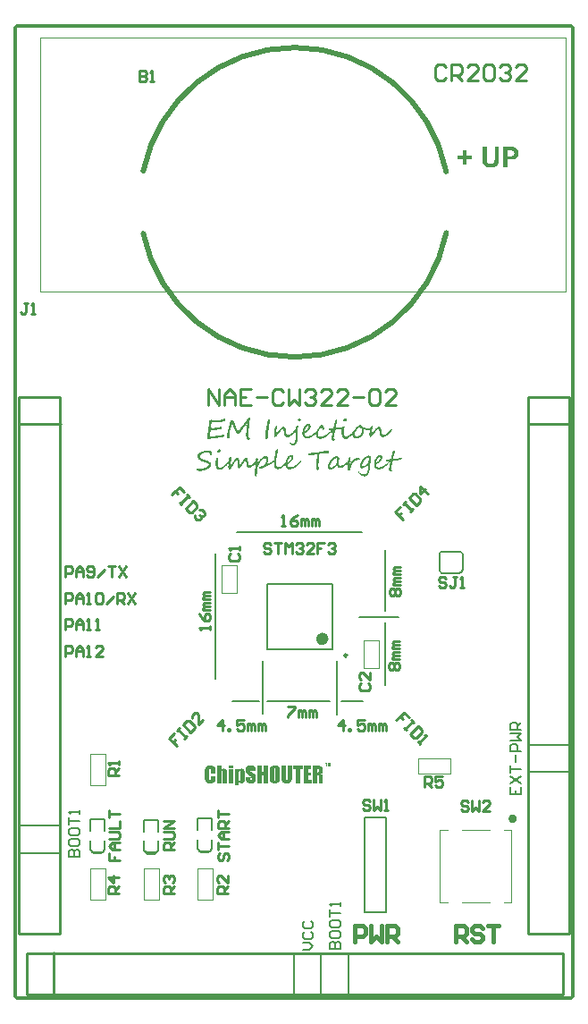
<source format=gto>
G04*
G04 #@! TF.GenerationSoftware,Altium Limited,Altium Designer,18.1.7 (191)*
G04*
G04 Layer_Color=65535*
%FSLAX25Y25*%
%MOIN*%
G70*
G01*
G75*
%ADD10C,0.00787*%
%ADD11C,0.02000*%
%ADD12C,0.02362*%
%ADD13C,0.00984*%
%ADD14C,0.01575*%
%ADD15C,0.00394*%
%ADD16C,0.01000*%
%ADD17C,0.00472*%
%ADD18C,0.00500*%
%ADD19C,0.00800*%
%ADD20C,0.01500*%
%ADD21C,0.01200*%
G36*
X177446Y315233D02*
X177491Y315218D01*
X177506Y315211D01*
X177528Y315196D01*
X177572Y315174D01*
X177609Y315137D01*
X177617Y315129D01*
X177639Y315100D01*
X177668Y315063D01*
X177691Y315011D01*
X177698Y314996D01*
X177713Y314966D01*
X177720Y314929D01*
X177728Y314878D01*
Y314870D01*
Y314848D01*
X177720Y314811D01*
X177706Y314767D01*
X177698Y314752D01*
X177691Y314722D01*
X177668Y314685D01*
X177646Y314633D01*
X177639Y314626D01*
X177624Y314596D01*
X177602Y314552D01*
X177572Y314508D01*
X177565Y314500D01*
X177550Y314478D01*
X177521Y314456D01*
X177491Y314434D01*
X177483D01*
X177469Y314426D01*
X177439Y314411D01*
X177410Y314397D01*
X177328Y314367D01*
X177239Y314337D01*
X177232D01*
X177217Y314330D01*
X177195D01*
X177165Y314323D01*
X177084Y314300D01*
X176980Y314278D01*
X176973D01*
X176958Y314271D01*
X176936D01*
X176899Y314263D01*
X176855Y314256D01*
X176810Y314249D01*
X176692Y314226D01*
X176551Y314204D01*
X176396Y314175D01*
X176233Y314152D01*
X176063Y314123D01*
X176040D01*
X176018Y314115D01*
X175989D01*
X175944Y314108D01*
X175900Y314101D01*
X175789Y314086D01*
X175663Y314071D01*
X175522Y314056D01*
X175219Y314027D01*
X175182D01*
X175153Y314019D01*
X175078Y314012D01*
X174982Y314004D01*
X174871Y313997D01*
X174746Y313990D01*
X174494Y313975D01*
X174442D01*
X174375Y313967D01*
X174213D01*
X174117Y313960D01*
X173414D01*
X173347Y313953D01*
X172733D01*
X172696Y313960D01*
X172607Y313967D01*
X172518Y313975D01*
Y313967D01*
X172503Y313945D01*
X172496Y313908D01*
X172481Y313856D01*
X172459Y313790D01*
X172444Y313716D01*
X172429Y313634D01*
X172415Y313546D01*
Y313538D01*
X172407Y313501D01*
Y313449D01*
X172400Y313390D01*
X172392Y313309D01*
X172385Y313220D01*
X172370Y313028D01*
Y313013D01*
Y312983D01*
X172363Y312931D01*
Y312865D01*
X172355Y312783D01*
Y312695D01*
X172348Y312502D01*
Y312495D01*
Y312458D01*
Y312413D01*
X172341Y312354D01*
Y312280D01*
X172333Y312206D01*
X172318Y312058D01*
X172326D01*
X172333Y312043D01*
X172378Y312014D01*
X172429Y311977D01*
X172481Y311947D01*
X172496Y311940D01*
X172526Y311925D01*
X172570Y311910D01*
X172622Y311895D01*
X172636D01*
X172666Y311888D01*
X172718Y311881D01*
X172777Y311873D01*
X173428D01*
X173539Y311881D01*
X173599D01*
X173635Y311888D01*
X173732D01*
X173835Y311895D01*
X173857D01*
X173887Y311903D01*
X173924Y311910D01*
X174005Y311918D01*
X174094Y311940D01*
X174102D01*
X174124Y311947D01*
X174161Y311955D01*
X174213Y311969D01*
X174316Y311984D01*
X174435Y311992D01*
X174486D01*
X174523Y311999D01*
X174812D01*
X174901Y312006D01*
X175004Y312014D01*
X175012D01*
X175027Y312021D01*
X175056D01*
X175101Y312036D01*
X175145Y312043D01*
X175197Y312058D01*
X175323Y312103D01*
X175330D01*
X175345Y312110D01*
X175367Y312125D01*
X175404Y312132D01*
X175478Y312162D01*
X175559Y312199D01*
X175567D01*
X175574Y312206D01*
X175626Y312228D01*
X175685Y312251D01*
X175752Y312273D01*
X175759D01*
X175767Y312280D01*
X175811Y312288D01*
X175870Y312302D01*
X175929Y312317D01*
X175937D01*
X175944Y312325D01*
X175989Y312332D01*
X176048Y312339D01*
X176137D01*
X176166Y312332D01*
X176203Y312317D01*
X176248Y312280D01*
X176255Y312273D01*
X176285Y312243D01*
X176307Y312191D01*
X176337Y312132D01*
X176344Y312117D01*
X176351Y312080D01*
X176366Y312014D01*
X176374Y311940D01*
Y311932D01*
Y311925D01*
X176381Y311873D01*
X176388Y311814D01*
Y311740D01*
Y311733D01*
Y311725D01*
X176381Y311673D01*
X176351Y311614D01*
X176337Y311585D01*
X176307Y311555D01*
X176292Y311540D01*
X176255Y311511D01*
X176196Y311474D01*
X176122Y311429D01*
X176114D01*
X176107Y311422D01*
X176085Y311414D01*
X176055Y311407D01*
X175989Y311377D01*
X175907Y311355D01*
X175900D01*
X175892Y311348D01*
X175848Y311340D01*
X175789Y311326D01*
X175737Y311311D01*
X175715D01*
X175693Y311303D01*
X175656Y311296D01*
X175619Y311289D01*
X175567D01*
X175508Y311281D01*
X175441Y311274D01*
X175411D01*
X175374Y311266D01*
X175323D01*
X175264Y311259D01*
X175204D01*
X175056Y311244D01*
X175019D01*
X174982Y311237D01*
X174931D01*
X174871Y311229D01*
X174805D01*
X174664Y311222D01*
X174598D01*
X174553Y311215D01*
X174450Y311207D01*
X174353Y311200D01*
X174338D01*
X174294Y311192D01*
X174227Y311185D01*
X174139Y311178D01*
X174028Y311170D01*
X173909Y311163D01*
X173784Y311148D01*
X173643Y311141D01*
X173576D01*
X173502Y311133D01*
X173295D01*
X173169Y311126D01*
X172777D01*
X172673Y311118D01*
X172563Y311104D01*
X172555D01*
X172540Y311096D01*
X172511D01*
X172474Y311089D01*
X172429Y311074D01*
X172378Y311067D01*
X172259Y311030D01*
X172252D01*
X172237Y311007D01*
X172230Y310993D01*
X172215Y310970D01*
X172200Y310941D01*
X172185Y310896D01*
Y310889D01*
X172178Y310874D01*
X172170Y310852D01*
X172163Y310815D01*
X172148Y310771D01*
X172133Y310719D01*
X172118Y310660D01*
X172104Y310593D01*
Y310586D01*
X172096Y310563D01*
X172089Y310526D01*
X172074Y310475D01*
X172059Y310415D01*
X172045Y310349D01*
X172008Y310193D01*
Y310186D01*
X172000Y310156D01*
X171993Y310112D01*
X171978Y310060D01*
X171963Y310001D01*
X171948Y309934D01*
X171919Y309786D01*
Y309772D01*
X171911Y309735D01*
X171897Y309675D01*
X171882Y309601D01*
X171867Y309520D01*
X171845Y309424D01*
X171815Y309231D01*
Y309224D01*
X171808Y309194D01*
Y309150D01*
X171800Y309098D01*
X171785Y308980D01*
Y308928D01*
X171778Y308884D01*
X171785Y308876D01*
X171800Y308861D01*
X171823Y308847D01*
X171852Y308817D01*
X171860Y308810D01*
X171882Y308802D01*
X171911Y308795D01*
X171948Y308787D01*
X172326D01*
X172370Y308795D01*
X172703D01*
X172748Y308802D01*
X172866D01*
X172999Y308810D01*
X173066D01*
X173110Y308817D01*
X173214D01*
X173317Y308824D01*
X173332D01*
X173377Y308832D01*
X173436Y308839D01*
X173524Y308847D01*
X173628Y308854D01*
X173739Y308861D01*
X173865Y308876D01*
X173998Y308884D01*
X174013D01*
X174057Y308891D01*
X174131Y308898D01*
X174220Y308906D01*
X174324Y308921D01*
X174442Y308928D01*
X174686Y308958D01*
X174701D01*
X174746Y308965D01*
X174812Y308972D01*
X174893Y308987D01*
X174990Y309002D01*
X175101Y309017D01*
X175323Y309046D01*
X175338D01*
X175374Y309054D01*
X175426Y309061D01*
X175500Y309076D01*
X175582Y309091D01*
X175663Y309106D01*
X175841Y309150D01*
X175848D01*
X175863Y309157D01*
X175900Y309172D01*
X175915Y309180D01*
X175952Y309187D01*
X176011Y309202D01*
X176085Y309224D01*
X176092D01*
X176107Y309231D01*
X176129Y309239D01*
X176159Y309246D01*
X176240Y309268D01*
X176337Y309291D01*
X176344D01*
X176359Y309298D01*
X176388Y309305D01*
X176418Y309313D01*
X176499Y309335D01*
X176581Y309357D01*
X176588D01*
X176603Y309365D01*
X176647Y309372D01*
X176714Y309394D01*
X176773Y309409D01*
X176788Y309416D01*
X176810Y309424D01*
X176832Y309431D01*
X176862D01*
X176892Y309424D01*
X176936Y309416D01*
X176988Y309394D01*
X177003Y309387D01*
X177025Y309365D01*
X177069Y309335D01*
X177106Y309291D01*
X177113Y309276D01*
X177143Y309246D01*
X177165Y309194D01*
X177195Y309135D01*
Y309128D01*
X177202Y309120D01*
X177217Y309076D01*
X177225Y309017D01*
X177232Y308943D01*
Y308935D01*
X177225Y308913D01*
X177217Y308876D01*
X177188Y308824D01*
X177180Y308810D01*
X177158Y308780D01*
X177128Y308736D01*
X177076Y308684D01*
X177062Y308669D01*
X177032Y308639D01*
X176980Y308595D01*
X176921Y308543D01*
X176914D01*
X176906Y308536D01*
X176862Y308514D01*
X176803Y308484D01*
X176721Y308462D01*
X176714D01*
X176677Y308454D01*
X176632Y308447D01*
X176573Y308432D01*
X176499Y308425D01*
X176425Y308410D01*
X176255Y308380D01*
X176248D01*
X176218Y308373D01*
X176174Y308366D01*
X176114Y308358D01*
X176048Y308351D01*
X175974Y308336D01*
X175804Y308314D01*
X175796D01*
X175767Y308306D01*
X175715D01*
X175656Y308299D01*
X175582Y308284D01*
X175500Y308277D01*
X175411Y308269D01*
X175315Y308255D01*
X175271D01*
X175219Y308247D01*
X175153Y308240D01*
X175071Y308232D01*
X174975Y308225D01*
X174864Y308210D01*
X174753Y308203D01*
X174738D01*
X174716Y308195D01*
X174686D01*
X174612Y308188D01*
X174516Y308173D01*
X174398Y308158D01*
X174265Y308144D01*
X174124Y308129D01*
X173983Y308114D01*
X173946D01*
X173917Y308107D01*
X173850Y308099D01*
X173754Y308092D01*
X173643Y308077D01*
X173524Y308062D01*
X173273Y308033D01*
X173258D01*
X173214Y308025D01*
X173154Y308018D01*
X173073Y308003D01*
X172984Y307996D01*
X172881Y307981D01*
X172681Y307951D01*
X172666D01*
X172636Y307944D01*
X172592Y307936D01*
X172540Y307929D01*
X172415Y307914D01*
X172355Y307899D01*
X172303Y307892D01*
X172281D01*
X172259Y307885D01*
X172230Y307877D01*
X172148Y307862D01*
X172045Y307840D01*
X172037D01*
X172022Y307833D01*
X171993Y307825D01*
X171963Y307818D01*
X171874Y307796D01*
X171771Y307766D01*
X171763D01*
X171748Y307759D01*
X171719Y307751D01*
X171689Y307744D01*
X171608Y307729D01*
X171519Y307707D01*
X171512D01*
X171497Y307700D01*
X171452Y307692D01*
X171386Y307685D01*
X171327Y307677D01*
X171282D01*
X171245Y307685D01*
X171171Y307692D01*
X171090Y307714D01*
X171082D01*
X171075Y307722D01*
X171031Y307744D01*
X170972Y307781D01*
X170920Y307840D01*
Y307848D01*
X170912Y307855D01*
X170897Y307877D01*
X170883Y307907D01*
X170846Y307981D01*
X170816Y308084D01*
Y308092D01*
X170809Y308114D01*
X170801Y308151D01*
Y308195D01*
X170794Y308255D01*
X170786Y308321D01*
X170779Y308403D01*
Y308484D01*
Y308491D01*
Y308521D01*
Y308565D01*
X170786Y308625D01*
X170794Y308691D01*
X170801Y308773D01*
X170816Y308861D01*
X170838Y308958D01*
Y308972D01*
X170846Y309002D01*
X170861Y309061D01*
X170883Y309135D01*
X170897Y309224D01*
X170927Y309335D01*
X170957Y309461D01*
X170986Y309594D01*
Y309609D01*
X170994Y309646D01*
X171009Y309705D01*
X171023Y309786D01*
X171038Y309875D01*
X171060Y309979D01*
X171105Y310201D01*
Y310216D01*
X171119Y310253D01*
X171134Y310312D01*
X171149Y310393D01*
X171171Y310482D01*
X171194Y310586D01*
X171238Y310808D01*
Y310822D01*
X171245Y310859D01*
X171260Y310919D01*
X171275Y311000D01*
X171290Y311089D01*
X171305Y311192D01*
X171342Y311414D01*
Y311429D01*
X171349Y311466D01*
X171356Y311525D01*
X171364Y311607D01*
X171371Y311696D01*
X171379Y311799D01*
X171386Y311910D01*
Y312029D01*
Y312036D01*
Y312066D01*
X171393Y312110D01*
Y312169D01*
Y312236D01*
X171401Y312310D01*
X171415Y312473D01*
Y312480D01*
X171423Y312510D01*
X171430Y312554D01*
X171438Y312613D01*
X171445Y312687D01*
X171452Y312761D01*
X171475Y312931D01*
Y312939D01*
X171482Y312968D01*
Y313013D01*
X171490Y313072D01*
X171497Y313146D01*
X171512Y313220D01*
X171527Y313390D01*
Y313398D01*
X171534Y313435D01*
Y313479D01*
X171541Y313538D01*
Y313605D01*
X171549Y313686D01*
Y313849D01*
Y313856D01*
Y313879D01*
X171541Y313908D01*
X171534Y313953D01*
Y313967D01*
Y313997D01*
X171527Y314034D01*
Y314064D01*
Y314071D01*
Y314101D01*
X171534Y314145D01*
X171549Y314197D01*
X171563Y314271D01*
X171593Y314345D01*
X171630Y314434D01*
X171682Y314530D01*
X171689Y314545D01*
X171712Y314574D01*
X171748Y314611D01*
X171808Y314663D01*
X171815D01*
X171823Y314678D01*
X171867Y314707D01*
X171933Y314744D01*
X172015Y314789D01*
X172022D01*
X172037Y314796D01*
X172059Y314811D01*
X172081Y314826D01*
X172155Y314848D01*
X172230Y314878D01*
X172237D01*
X172252Y314885D01*
X172296Y314900D01*
X172355Y314907D01*
X172422Y314915D01*
X172459D01*
X172511Y314907D01*
X172585Y314892D01*
X172607D01*
X172629Y314885D01*
X172666D01*
X172748Y314870D01*
X172844Y314848D01*
X172851D01*
X172866Y314841D01*
X172896D01*
X172925Y314833D01*
X173006Y314811D01*
X173095Y314796D01*
X173117D01*
X173162Y314789D01*
X173214Y314781D01*
X173391D01*
X173487Y314774D01*
X174361D01*
X174486Y314781D01*
X174523D01*
X174553Y314789D01*
X174627D01*
X174716Y314796D01*
X174827Y314804D01*
X174945Y314811D01*
X175197Y314826D01*
X175212D01*
X175256Y314833D01*
X175323D01*
X175411Y314848D01*
X175522Y314855D01*
X175641Y314870D01*
X175774Y314892D01*
X175907Y314915D01*
X175915D01*
X175944Y314922D01*
X175989Y314929D01*
X176040Y314944D01*
X176107Y314952D01*
X176174Y314974D01*
X176314Y315011D01*
X176322D01*
X176344Y315018D01*
X176381Y315033D01*
X176433Y315048D01*
X176485Y315063D01*
X176551Y315085D01*
X176677Y315122D01*
X176684D01*
X176707Y315129D01*
X176743Y315144D01*
X176780Y315151D01*
X176832Y315166D01*
X176892Y315181D01*
X177017Y315211D01*
X177025D01*
X177047Y315218D01*
X177084Y315225D01*
X177128Y315233D01*
X177180D01*
X177239Y315240D01*
X177365Y315248D01*
X177410D01*
X177446Y315233D01*
D02*
G37*
G36*
X222431Y315470D02*
X222498D01*
X222638Y315440D01*
X222705Y315425D01*
X222764Y315396D01*
X222772D01*
X222786Y315381D01*
X222816Y315359D01*
X222846Y315329D01*
X222868Y315285D01*
X222897Y315233D01*
X222912Y315166D01*
X222920Y315085D01*
Y315070D01*
Y315033D01*
X222912Y314974D01*
X222897Y314892D01*
X222875Y314811D01*
X222846Y314715D01*
X222809Y314626D01*
X222749Y314537D01*
X222742Y314530D01*
X222720Y314500D01*
X222683Y314463D01*
X222631Y314426D01*
X222564Y314382D01*
X222483Y314345D01*
X222387Y314315D01*
X222276Y314308D01*
X222202D01*
X222150Y314315D01*
X222083Y314323D01*
X222009Y314330D01*
X221839Y314367D01*
X221832D01*
X221802Y314382D01*
X221765Y314397D01*
X221721Y314411D01*
X221676Y314441D01*
X221639Y314471D01*
X221610Y314515D01*
X221602Y314559D01*
Y314574D01*
Y314604D01*
X221610Y314648D01*
X221624Y314707D01*
X221639Y314781D01*
X221661Y314855D01*
X221698Y314937D01*
X221750Y315018D01*
X221758Y315026D01*
X221780Y315055D01*
X221810Y315100D01*
X221854Y315144D01*
X221906Y315203D01*
X221965Y315262D01*
X222039Y315322D01*
X222113Y315381D01*
X222120Y315388D01*
X222143Y315396D01*
X222172Y315410D01*
X222202Y315433D01*
X222276Y315462D01*
X222313Y315470D01*
X222335Y315477D01*
X222379D01*
X222431Y315470D01*
D02*
G37*
G36*
X205226Y315447D02*
X205300Y315440D01*
X205381Y315418D01*
X205389D01*
X205404Y315410D01*
X205448Y315396D01*
X205515Y315366D01*
X205581Y315322D01*
X205589D01*
X205596Y315314D01*
X205641Y315277D01*
X205685Y315233D01*
X205737Y315166D01*
Y315159D01*
X205744Y315151D01*
X205766Y315107D01*
X205788Y315048D01*
X205796Y314966D01*
Y314959D01*
X205788Y314929D01*
X205774Y314885D01*
X205737Y314811D01*
Y314804D01*
X205729Y314789D01*
X205715Y314767D01*
X205700Y314737D01*
X205663Y314663D01*
X205611Y314574D01*
Y314567D01*
X205596Y314552D01*
X205581Y314530D01*
X205567Y314500D01*
X205515Y314426D01*
X205455Y314352D01*
Y314345D01*
X205441Y314337D01*
X205411Y314308D01*
X205374Y314271D01*
X205352Y314263D01*
X205337Y314256D01*
X205271D01*
X205211Y314263D01*
X205152Y314278D01*
X205137Y314286D01*
X205108Y314300D01*
X205063Y314323D01*
X205012Y314360D01*
X205004Y314367D01*
X204975Y314404D01*
X204938Y314448D01*
X204893Y314508D01*
Y314515D01*
X204886Y314522D01*
X204856Y314567D01*
X204812Y314633D01*
X204760Y314722D01*
Y314730D01*
X204752Y314737D01*
X204730Y314774D01*
X204701Y314818D01*
X204671Y314863D01*
X204664Y314870D01*
X204656Y314900D01*
X204649Y314937D01*
X204642Y314974D01*
Y314981D01*
Y314989D01*
X204649Y315026D01*
X204664Y315077D01*
X204693Y315137D01*
Y315144D01*
X204701Y315151D01*
X204730Y315188D01*
X204767Y315240D01*
X204819Y315292D01*
X204826D01*
X204834Y315307D01*
X204871Y315336D01*
X204923Y315373D01*
X204989Y315410D01*
X204997D01*
X205004Y315418D01*
X205041Y315433D01*
X205100Y315447D01*
X205159Y315455D01*
X205204D01*
X205226Y315447D01*
D02*
G37*
G36*
X219079Y315026D02*
X219138Y315011D01*
X219205Y314981D01*
X219271Y314937D01*
X219323Y314863D01*
X219353Y314818D01*
X219368Y314759D01*
X219375Y314700D01*
X219382Y314626D01*
Y314611D01*
Y314582D01*
X219375Y314530D01*
X219368Y314463D01*
X219360Y314374D01*
X219338Y314278D01*
X219316Y314167D01*
X219279Y314049D01*
Y314041D01*
X219271Y314019D01*
X219256Y313975D01*
X219242Y313923D01*
X219219Y313864D01*
X219197Y313790D01*
X219175Y313701D01*
X219145Y313612D01*
X219086Y313420D01*
X219027Y313213D01*
X218975Y313005D01*
X218923Y312813D01*
Y312806D01*
X218916Y312791D01*
Y312769D01*
X218909Y312739D01*
X218886Y312650D01*
X218872Y312554D01*
X218849Y312443D01*
X218827Y312332D01*
X218820Y312236D01*
X218812Y312162D01*
Y312154D01*
Y312132D01*
X218820Y312103D01*
X218835Y312073D01*
X218857Y312043D01*
X218894Y312014D01*
X218938Y311992D01*
X218998Y311984D01*
X219264D01*
X219412Y311992D01*
X219486D01*
X219530Y311999D01*
X219589D01*
X219656Y312006D01*
X219804Y312014D01*
X219841D01*
X219878Y312021D01*
X219930D01*
X219997Y312029D01*
X220063Y312036D01*
X220226Y312051D01*
X220233D01*
X220263Y312058D01*
X220315Y312066D01*
X220374Y312073D01*
X220448Y312080D01*
X220529Y312088D01*
X220625Y312103D01*
X220729Y312110D01*
X220737D01*
X220759Y312117D01*
X220803D01*
X220848Y312125D01*
X220907Y312132D01*
X220966Y312147D01*
X221099Y312169D01*
X221107D01*
X221129Y312177D01*
X221166Y312184D01*
X221210Y312191D01*
X221321Y312214D01*
X221387Y312227D01*
X221454Y312288D01*
X221462Y312295D01*
X221491Y312317D01*
X221543Y312347D01*
X221602Y312384D01*
X221669Y312413D01*
X221750Y312443D01*
X221839Y312465D01*
X221928Y312473D01*
X221950D01*
X221972Y312458D01*
X221994Y312443D01*
X222017Y312413D01*
X222039Y312369D01*
X222042Y312354D01*
X222106D01*
X222120Y312347D01*
X222143Y312332D01*
X222157Y312310D01*
X222165Y312302D01*
X222172Y312288D01*
X222180Y312251D01*
Y312206D01*
Y312199D01*
Y312177D01*
X222172Y312147D01*
X222165Y312103D01*
X222135Y312014D01*
X222113Y311969D01*
X222076Y311932D01*
X222069Y311925D01*
X222061Y311918D01*
X222039Y311895D01*
X222037Y311894D01*
X222031Y311836D01*
Y311829D01*
X222024Y311799D01*
Y311762D01*
X222009Y311710D01*
X222002Y311644D01*
X221994Y311577D01*
X221965Y311422D01*
Y311414D01*
Y311407D01*
X221957Y311385D01*
Y311355D01*
X221943Y311281D01*
X221928Y311185D01*
X221913Y311081D01*
X221898Y310963D01*
X221884Y310837D01*
X221869Y310719D01*
Y310704D01*
X221861Y310667D01*
Y310608D01*
X221854Y310541D01*
X221847Y310452D01*
Y310364D01*
X221839Y310186D01*
Y310179D01*
Y310164D01*
Y310134D01*
Y310097D01*
X221847Y310053D01*
Y310001D01*
X221854Y309875D01*
X221876Y309720D01*
X221898Y309550D01*
X221935Y309372D01*
X221980Y309180D01*
Y309172D01*
X221987Y309157D01*
X221994Y309135D01*
X222009Y309098D01*
X222046Y309017D01*
X222098Y308921D01*
X222165Y308824D01*
X222246Y308743D01*
X222298Y308706D01*
X222350Y308684D01*
X222409Y308669D01*
X222476Y308662D01*
X222513D01*
X222542Y308669D01*
X222616Y308676D01*
X222720Y308699D01*
X222846Y308728D01*
X222986Y308773D01*
X223149Y308839D01*
X223326Y308928D01*
X223334Y308935D01*
X223371Y308950D01*
X223415Y308980D01*
X223475Y309017D01*
X223549Y309061D01*
X223630Y309113D01*
X223808Y309231D01*
X223822Y309239D01*
X223852Y309261D01*
X223896Y309298D01*
X223963Y309342D01*
X224029Y309402D01*
X224111Y309461D01*
X224289Y309609D01*
X224303Y309616D01*
X224333Y309646D01*
X224377Y309683D01*
X224444Y309742D01*
X224518Y309801D01*
X224592Y309868D01*
X224762Y310023D01*
X224769Y310031D01*
X224799Y310060D01*
X224844Y310105D01*
X224903Y310156D01*
X224969Y310223D01*
X225043Y310297D01*
X225206Y310460D01*
X225214Y310467D01*
X225243Y310497D01*
X225280Y310541D01*
X225332Y310593D01*
X225391Y310660D01*
X225458Y310726D01*
X225591Y310874D01*
X225592Y310876D01*
X225628Y310933D01*
X225702Y311044D01*
X225776Y311170D01*
X225865Y311289D01*
Y311296D01*
X225872Y311303D01*
X225909Y311348D01*
X225954Y311414D01*
X226020Y311496D01*
X226094Y311599D01*
X226175Y311710D01*
X226272Y311829D01*
X226368Y311947D01*
X226375Y311955D01*
X226397Y311977D01*
X226427Y312014D01*
X226464Y312058D01*
X226516Y312117D01*
X226568Y312177D01*
X226701Y312302D01*
X226708Y312310D01*
X226738Y312332D01*
X226775Y312369D01*
X226827Y312406D01*
X226886Y312458D01*
X226953Y312510D01*
X227100Y312613D01*
X227108Y312621D01*
X227137Y312635D01*
X227174Y312665D01*
X227234Y312695D01*
X227293Y312732D01*
X227360Y312769D01*
X227515Y312843D01*
X227522Y312850D01*
X227552Y312857D01*
X227596Y312872D01*
X227648Y312887D01*
X227707Y312902D01*
X227774Y312917D01*
X227848Y312931D01*
X227981D01*
X228018Y312924D01*
X228107Y312917D01*
X228196Y312887D01*
X228203D01*
X228218Y312880D01*
X228240Y312872D01*
X228262Y312857D01*
X228336Y312813D01*
X228410Y312761D01*
X228418D01*
X228425Y312746D01*
X228477Y312702D01*
X228543Y312643D01*
X228618Y312554D01*
X228625Y312547D01*
X228640Y312532D01*
X228655Y312510D01*
X228684Y312473D01*
X228766Y312384D01*
X228862Y312280D01*
X228869Y312273D01*
X228884Y312265D01*
X228906Y312251D01*
X228943Y312228D01*
X228980Y312206D01*
X229039Y312177D01*
X229106Y312147D01*
X229113Y312140D01*
X229143Y312132D01*
X229187Y312117D01*
X229239Y312095D01*
X229313Y312066D01*
X229387Y312036D01*
X229483Y312006D01*
X229579Y311977D01*
X229594D01*
X229624Y311962D01*
X229683Y311947D01*
X229757Y311932D01*
X229838Y311910D01*
X229935Y311881D01*
X230038Y311858D01*
X230149Y311836D01*
X230164D01*
X230201Y311829D01*
X230260Y311821D01*
X230334Y311807D01*
X230416Y311799D01*
X230512Y311784D01*
X230697Y311777D01*
X230852D01*
X230919Y311784D01*
X231000D01*
X231156Y311792D01*
X231193D01*
X231230Y311799D01*
X231281Y311807D01*
X231348Y311814D01*
X231415Y311821D01*
X231555Y311844D01*
X231563D01*
X231592Y311851D01*
X231629Y311858D01*
X231674Y311873D01*
X231733Y311888D01*
X231755Y311895D01*
X231763Y311910D01*
X231777Y311955D01*
X231800Y312021D01*
X231822Y312088D01*
X231851Y312169D01*
X231925Y312332D01*
Y312339D01*
X231933Y312347D01*
X231955Y312391D01*
X231992Y312436D01*
X232029Y312487D01*
X232036Y312495D01*
X232066Y312517D01*
X232103Y312547D01*
X232140Y312569D01*
X232147Y312576D01*
X232177Y312584D01*
X232214Y312598D01*
X232258Y312606D01*
X232273D01*
X232303Y312613D01*
X232399D01*
X232436Y312598D01*
X232458Y312584D01*
X232480Y312569D01*
X232503Y312539D01*
X232525Y312502D01*
Y312495D01*
X232532Y312480D01*
X232547Y312458D01*
X232562Y312428D01*
X232569Y312384D01*
X232584Y312332D01*
X232591Y312273D01*
Y312206D01*
Y312199D01*
Y312184D01*
Y312162D01*
Y312132D01*
X232584Y312066D01*
X232569Y311984D01*
Y311977D01*
X232562Y311969D01*
Y311947D01*
X232554Y311918D01*
X232532Y311851D01*
X232510Y311770D01*
Y311762D01*
X232503Y311747D01*
X232495Y311725D01*
X232488Y311696D01*
X232466Y311622D01*
X232436Y311533D01*
Y311525D01*
X232429Y311511D01*
X232421Y311481D01*
X232414Y311451D01*
X232399Y311407D01*
X232392Y311355D01*
X232362Y311244D01*
Y311237D01*
X232354Y311222D01*
Y311192D01*
X232340Y311155D01*
X232332Y311111D01*
X232325Y311067D01*
X232295Y310948D01*
Y310941D01*
X232288Y310919D01*
X232280Y310889D01*
X232273Y310845D01*
X232258Y310793D01*
X232251Y310741D01*
X232221Y310615D01*
Y310608D01*
X232214Y310586D01*
Y310556D01*
X232207Y310512D01*
X232199Y310467D01*
X232184Y310408D01*
X232170Y310290D01*
Y310282D01*
Y310260D01*
X232162Y310230D01*
Y310193D01*
X232155Y310105D01*
X232147Y310008D01*
Y310001D01*
Y309994D01*
X232155Y309949D01*
X232162Y309890D01*
X232177Y309823D01*
X232184D01*
X232207Y309831D01*
X232236Y309853D01*
X232288Y309883D01*
X232354Y309934D01*
X232429Y310008D01*
X232473Y310053D01*
X232525Y310105D01*
X232576Y310171D01*
X232636Y310238D01*
X232643Y310245D01*
X232665Y310275D01*
X232695Y310312D01*
X232739Y310371D01*
X232791Y310430D01*
X232858Y310504D01*
X232991Y310674D01*
X232998Y310689D01*
X233028Y310719D01*
X233065Y310771D01*
X233117Y310837D01*
X233176Y310911D01*
X233250Y311007D01*
X233331Y311104D01*
X233413Y311215D01*
X233420Y311222D01*
X233442Y311252D01*
X233472Y311296D01*
X233516Y311348D01*
X233561Y311407D01*
X233620Y311474D01*
X233738Y311614D01*
X233746Y311622D01*
X233768Y311644D01*
X233805Y311681D01*
X233849Y311725D01*
X233901Y311777D01*
X233960Y311836D01*
X234086Y311947D01*
X234093Y311955D01*
X234116Y311969D01*
X234153Y311999D01*
X234197Y312029D01*
X234256Y312066D01*
X234323Y312103D01*
X234464Y312169D01*
X234471Y312177D01*
X234501Y312184D01*
X234538Y312199D01*
X234597Y312214D01*
X234663Y312228D01*
X234737Y312236D01*
X234819Y312251D01*
X234952D01*
X234996Y312243D01*
X235055Y312236D01*
X235122Y312221D01*
X235189Y312206D01*
X235263Y312177D01*
X235329Y312140D01*
X235337Y312132D01*
X235359Y312117D01*
X235388Y312095D01*
X235425Y312058D01*
X235470Y312014D01*
X235514Y311962D01*
X235559Y311903D01*
X235603Y311829D01*
X235611Y311821D01*
X235618Y311792D01*
X235640Y311755D01*
X235662Y311696D01*
X235684Y311629D01*
X235714Y311548D01*
X235736Y311459D01*
X235758Y311363D01*
Y311348D01*
X235766Y311318D01*
X235781Y311259D01*
X235795Y311192D01*
X235810Y311104D01*
X235825Y311000D01*
X235840Y310889D01*
X235855Y310771D01*
Y310756D01*
X235862Y310726D01*
Y310667D01*
X235870Y310593D01*
X235877Y310512D01*
X235892Y310415D01*
X235907Y310216D01*
Y310201D01*
X235914Y310171D01*
X235921Y310119D01*
X235929Y310053D01*
X235944Y309979D01*
X235966Y309897D01*
X236017Y309735D01*
X236025Y309727D01*
X236032Y309698D01*
X236054Y309661D01*
X236077Y309609D01*
X236151Y309498D01*
X236195Y309439D01*
X236247Y309387D01*
X236254Y309379D01*
X236277Y309365D01*
X236306Y309342D01*
X236358Y309320D01*
X236417Y309298D01*
X236491Y309276D01*
X236573Y309261D01*
X236669Y309254D01*
X236706D01*
X236750Y309261D01*
X236802Y309268D01*
X236869Y309276D01*
X236950Y309298D01*
X237031Y309320D01*
X237113Y309350D01*
X237120Y309357D01*
X237150Y309372D01*
X237201Y309394D01*
X237261Y309424D01*
X237335Y309461D01*
X237416Y309513D01*
X237505Y309564D01*
X237601Y309624D01*
X237616Y309631D01*
X237646Y309653D01*
X237697Y309690D01*
X237764Y309742D01*
X237845Y309801D01*
X237934Y309875D01*
X238030Y309949D01*
X238126Y310038D01*
X238141Y310045D01*
X238171Y310082D01*
X238230Y310127D01*
X238304Y310193D01*
X238386Y310267D01*
X238482Y310356D01*
X238585Y310452D01*
X238696Y310556D01*
X238704Y310563D01*
X238719Y310578D01*
X238741Y310600D01*
X238770Y310630D01*
X238807Y310674D01*
X238844Y310719D01*
X238941Y310830D01*
X238948Y310837D01*
X238963Y310859D01*
X238992Y310889D01*
X239029Y310933D01*
X239111Y311030D01*
X239207Y311148D01*
X239214Y311155D01*
X239229Y311178D01*
X239259Y311200D01*
X239288Y311237D01*
X239370Y311326D01*
X239451Y311407D01*
X239458Y311414D01*
X239473Y311422D01*
X239518Y311466D01*
X239577Y311503D01*
X239606Y311511D01*
X239636Y311518D01*
X239658D01*
X239688Y311503D01*
X239732Y311488D01*
X239740Y311481D01*
X239769Y311466D01*
X239791Y311437D01*
X239799Y311392D01*
Y311385D01*
Y311377D01*
X239791Y311333D01*
X239784Y311274D01*
X239762Y311200D01*
Y311192D01*
X239755Y311185D01*
X239740Y311141D01*
X239718Y311081D01*
X239688Y311007D01*
Y311000D01*
X239681Y310993D01*
X239658Y310948D01*
X239629Y310889D01*
X239584Y310815D01*
Y310808D01*
X239577Y310800D01*
X239547Y310763D01*
X239510Y310704D01*
X239466Y310645D01*
X239458Y310637D01*
X239444Y310608D01*
X239414Y310563D01*
X239370Y310504D01*
X239325Y310438D01*
X239266Y310364D01*
X239133Y310193D01*
X239125Y310186D01*
X239103Y310156D01*
X239059Y310112D01*
X239007Y310053D01*
X238948Y309986D01*
X238874Y309912D01*
X238719Y309749D01*
X238711Y309742D01*
X238682Y309712D01*
X238637Y309668D01*
X238585Y309616D01*
X238511Y309557D01*
X238437Y309490D01*
X238267Y309342D01*
X238260Y309335D01*
X238230Y309313D01*
X238186Y309276D01*
X238126Y309231D01*
X238060Y309172D01*
X237979Y309120D01*
X237816Y309002D01*
X237808Y308995D01*
X237786Y308980D01*
X237749Y308958D01*
X237705Y308928D01*
X237653Y308898D01*
X237601Y308861D01*
X237475Y308780D01*
X237468Y308773D01*
X237446Y308765D01*
X237416Y308743D01*
X237379Y308721D01*
X237327Y308691D01*
X237276Y308662D01*
X237157Y308602D01*
X237150D01*
X237127Y308588D01*
X237098Y308580D01*
X237053Y308558D01*
X237002Y308543D01*
X236943Y308521D01*
X236817Y308484D01*
X236809D01*
X236787Y308477D01*
X236750Y308469D01*
X236698Y308462D01*
X236647Y308454D01*
X236580Y308447D01*
X236424Y308440D01*
X236358D01*
X236284Y308454D01*
X236188Y308469D01*
X236084Y308491D01*
X235973Y308528D01*
X235862Y308580D01*
X235758Y308647D01*
X235751Y308654D01*
X235736Y308669D01*
X235714Y308691D01*
X235684Y308721D01*
X235648Y308758D01*
X235611Y308802D01*
X235537Y308913D01*
X235529Y308921D01*
X235522Y308943D01*
X235500Y308972D01*
X235477Y309017D01*
X235455Y309076D01*
X235425Y309135D01*
X235366Y309276D01*
Y309283D01*
X235359Y309313D01*
X235344Y309350D01*
X235329Y309409D01*
X235307Y309468D01*
X235285Y309542D01*
X235248Y309705D01*
Y309712D01*
X235241Y309742D01*
X235233Y309786D01*
X235218Y309846D01*
X235204Y309920D01*
X235189Y309994D01*
X235159Y310156D01*
Y310171D01*
X235152Y310201D01*
X235144Y310260D01*
X235129Y310327D01*
X235122Y310401D01*
X235107Y310482D01*
X235078Y310652D01*
Y310660D01*
X235070Y310689D01*
X235063Y310734D01*
X235055Y310785D01*
X235026Y310904D01*
X234989Y311022D01*
Y311030D01*
X234981Y311044D01*
X234967Y311074D01*
X234952Y311104D01*
X234915Y311185D01*
X234863Y311252D01*
Y311259D01*
X234848Y311266D01*
X234811Y311296D01*
X234752Y311318D01*
X234715Y311333D01*
X234612D01*
X234552Y311326D01*
X234486Y311311D01*
X234471D01*
X234434Y311296D01*
X234382Y311274D01*
X234315Y311237D01*
X234308D01*
X234301Y311229D01*
X234256Y311192D01*
X234197Y311141D01*
X234116Y311067D01*
X234108Y311059D01*
X234093Y311044D01*
X234071Y311022D01*
X234042Y310993D01*
X234005Y310956D01*
X233960Y310904D01*
X233909Y310852D01*
X233857Y310785D01*
X233849Y310778D01*
X233835Y310756D01*
X233805Y310719D01*
X233760Y310667D01*
X233716Y310600D01*
X233657Y310526D01*
X233590Y310445D01*
X233524Y310349D01*
X233516Y310334D01*
X233494Y310304D01*
X233450Y310253D01*
X233398Y310179D01*
X233339Y310090D01*
X233265Y309986D01*
X233176Y309868D01*
X233087Y309742D01*
X233080Y309735D01*
X233065Y309712D01*
X233043Y309675D01*
X233006Y309631D01*
X232961Y309572D01*
X232917Y309505D01*
X232799Y309357D01*
X232791Y309350D01*
X232769Y309320D01*
X232739Y309283D01*
X232695Y309231D01*
X232643Y309172D01*
X232584Y309106D01*
X232458Y308965D01*
X232451Y308958D01*
X232429Y308935D01*
X232392Y308898D01*
X232347Y308854D01*
X232295Y308802D01*
X232236Y308750D01*
X232110Y308632D01*
X232103Y308625D01*
X232081Y308610D01*
X232051Y308588D01*
X232014Y308558D01*
X231918Y308499D01*
X231873Y308469D01*
X231822Y308454D01*
X231814D01*
X231800Y308462D01*
X231785Y308469D01*
X231755Y308484D01*
X231718Y308506D01*
X231681Y308536D01*
X231644Y308573D01*
X231607Y308625D01*
X231563Y308684D01*
X231526Y308758D01*
X231489Y308847D01*
X231452Y308950D01*
X231422Y309069D01*
X231407Y309202D01*
X231393Y309357D01*
X231385Y309535D01*
Y309550D01*
Y309587D01*
Y309646D01*
X231393Y309735D01*
X231400Y309846D01*
X231407Y309979D01*
X231422Y310142D01*
X231444Y310327D01*
Y310334D01*
X231452Y310371D01*
X231459Y310415D01*
X231467Y310482D01*
X231474Y310556D01*
X231489Y310637D01*
X231496Y310734D01*
X231511Y310830D01*
Y310845D01*
X231518Y310874D01*
X231526Y310926D01*
X231540Y310993D01*
X231555Y311074D01*
X231570Y311163D01*
X231584Y311222D01*
X231474Y311185D01*
X231459D01*
X231415Y311170D01*
X231348Y311163D01*
X231259Y311148D01*
X231141Y311133D01*
X231008Y311118D01*
X230860Y311111D01*
X230690Y311104D01*
X230623D01*
X230549Y311111D01*
X230453Y311118D01*
X230342Y311126D01*
X230208Y311148D01*
X230075Y311170D01*
X229935Y311200D01*
X229927D01*
X229920Y311207D01*
X229898D01*
X229868Y311222D01*
X229794Y311244D01*
X229705Y311274D01*
X229594Y311318D01*
X229468Y311377D01*
X229343Y311444D01*
X229209Y311518D01*
X229217Y311511D01*
X229224Y311488D01*
X229246Y311459D01*
X229269Y311414D01*
X229291Y311363D01*
X229313Y311303D01*
X229335Y311244D01*
X229350Y311185D01*
Y311178D01*
X229358Y311155D01*
X229365Y311126D01*
X229372Y311081D01*
Y311030D01*
X229380Y310963D01*
X229387Y310896D01*
Y310815D01*
Y310808D01*
Y310800D01*
Y310778D01*
Y310748D01*
X229380Y310667D01*
X229365Y310563D01*
X229335Y310438D01*
X229306Y310297D01*
X229254Y310149D01*
X229187Y309986D01*
Y309979D01*
X229180Y309964D01*
X229165Y309942D01*
X229150Y309912D01*
X229135Y309875D01*
X229113Y309823D01*
X229054Y309720D01*
X228980Y309587D01*
X228891Y309446D01*
X228795Y309305D01*
X228684Y309157D01*
Y309150D01*
X228669Y309143D01*
X228632Y309098D01*
X228573Y309024D01*
X228492Y308935D01*
X228396Y308839D01*
X228285Y308736D01*
X228166Y308625D01*
X228040Y308528D01*
X228033Y308521D01*
X228003Y308506D01*
X227966Y308477D01*
X227915Y308447D01*
X227855Y308403D01*
X227781Y308366D01*
X227619Y308277D01*
X227611Y308269D01*
X227582Y308262D01*
X227530Y308240D01*
X227470Y308218D01*
X227404Y308188D01*
X227323Y308158D01*
X227137Y308107D01*
X227130D01*
X227093Y308099D01*
X227049Y308084D01*
X226982Y308070D01*
X226901Y308055D01*
X226819Y308040D01*
X226723Y308025D01*
X226620Y308010D01*
X226605D01*
X226575Y308003D01*
X226516D01*
X226449Y307996D01*
X226368Y307988D01*
X226272D01*
X226072Y307981D01*
X226042D01*
X225998Y307988D01*
X225954Y307996D01*
X225894Y308010D01*
X225835Y308033D01*
X225761Y308062D01*
X225694Y308099D01*
X225687Y308107D01*
X225665Y308121D01*
X225628Y308151D01*
X225591Y308188D01*
X225539Y308232D01*
X225480Y308284D01*
X225369Y308403D01*
X225361Y308410D01*
X225347Y308432D01*
X225317Y308469D01*
X225288Y308514D01*
X225251Y308573D01*
X225214Y308639D01*
X225139Y308780D01*
Y308787D01*
X225125Y308817D01*
X225117Y308854D01*
X225102Y308906D01*
X225088Y308965D01*
X225073Y309024D01*
X225065Y309091D01*
X225058Y309150D01*
Y309157D01*
Y309165D01*
Y309187D01*
Y309217D01*
X225065Y309298D01*
X225073Y309394D01*
X225080Y309513D01*
X225086Y309544D01*
X224955Y309402D01*
X224940Y309387D01*
X224903Y309350D01*
X224851Y309291D01*
X224777Y309217D01*
X224688Y309135D01*
X224585Y309039D01*
X224481Y308935D01*
X224362Y308832D01*
X224348Y308817D01*
X224311Y308787D01*
X224252Y308728D01*
X224170Y308662D01*
X224074Y308580D01*
X223963Y308491D01*
X223837Y308395D01*
X223711Y308299D01*
X223704Y308292D01*
X223682Y308277D01*
X223645Y308255D01*
X223593Y308218D01*
X223534Y308181D01*
X223460Y308144D01*
X223386Y308092D01*
X223297Y308047D01*
X223105Y307959D01*
X222897Y307877D01*
X222794Y307840D01*
X222683Y307818D01*
X222579Y307803D01*
X222476Y307796D01*
X222416D01*
X222379Y307803D01*
X222327Y307811D01*
X222268Y307818D01*
X222135Y307848D01*
X221987Y307892D01*
X221839Y307959D01*
X221758Y308003D01*
X221684Y308062D01*
X221617Y308121D01*
X221550Y308188D01*
Y308195D01*
X221536Y308210D01*
X221521Y308232D01*
X221499Y308262D01*
X221469Y308299D01*
X221440Y308343D01*
X221403Y308403D01*
X221373Y308462D01*
X221291Y308602D01*
X221217Y308773D01*
X221151Y308958D01*
X221099Y309165D01*
Y309172D01*
X221092Y309187D01*
Y309224D01*
X221084Y309261D01*
X221070Y309313D01*
X221062Y309372D01*
X221055Y309446D01*
X221040Y309520D01*
X221018Y309698D01*
X221003Y309897D01*
X220988Y310112D01*
X220981Y310334D01*
Y310349D01*
Y310378D01*
Y310438D01*
X220988Y310526D01*
X220995Y310630D01*
X221003Y310763D01*
X221018Y310926D01*
X221040Y311111D01*
Y311126D01*
X221047Y311155D01*
X221055Y311207D01*
X221062Y311266D01*
X221070Y311340D01*
X221077Y311414D01*
X221092Y311520D01*
X221084Y311518D01*
X221077D01*
X221047Y311511D01*
X221010Y311503D01*
X220951Y311488D01*
X220892Y311481D01*
X220818Y311466D01*
X220662Y311437D01*
X220655D01*
X220625Y311429D01*
X220581D01*
X220529Y311422D01*
X220470Y311414D01*
X220404Y311407D01*
X220255Y311392D01*
X220218D01*
X220181Y311385D01*
X220122Y311377D01*
X220056Y311370D01*
X219982Y311363D01*
X219819Y311348D01*
X219782D01*
X219738Y311340D01*
X219678D01*
X219612Y311333D01*
X219530Y311326D01*
X219368Y311311D01*
X219331D01*
X219293Y311303D01*
X219234Y311296D01*
X219175Y311289D01*
X219109Y311281D01*
X218968Y311259D01*
X218960D01*
X218938Y311252D01*
X218901Y311244D01*
X218864Y311237D01*
X218768Y311215D01*
X218672Y311185D01*
Y311178D01*
X218665Y311163D01*
Y311141D01*
X218657Y311111D01*
X218642Y311067D01*
X218635Y311022D01*
X218605Y310911D01*
X218576Y310778D01*
X218531Y310630D01*
X218494Y310482D01*
X218450Y310327D01*
Y310319D01*
X218443Y310312D01*
Y310290D01*
X218435Y310260D01*
X218413Y310179D01*
X218383Y310075D01*
X218354Y309949D01*
X218324Y309816D01*
X218287Y309668D01*
X218257Y309520D01*
Y309513D01*
Y309505D01*
X218250Y309483D01*
X218243Y309446D01*
X218235Y309409D01*
X218228Y309357D01*
X218213Y309298D01*
X218206Y309231D01*
Y309224D01*
X218198Y309202D01*
Y309165D01*
X218191Y309113D01*
X218176Y309054D01*
X218169Y308987D01*
X218146Y308839D01*
Y308832D01*
X218139Y308802D01*
Y308765D01*
X218132Y308713D01*
X218124Y308654D01*
X218109Y308595D01*
X218095Y308454D01*
Y308447D01*
Y308425D01*
X218087Y308395D01*
Y308358D01*
X218080Y308277D01*
X218073Y308232D01*
Y308203D01*
Y308195D01*
Y308166D01*
Y308129D01*
X218080Y308084D01*
X218095Y307988D01*
X218109Y307944D01*
X218132Y307899D01*
Y307892D01*
X218146Y307885D01*
X218176Y307848D01*
X218220Y307796D01*
X218272Y307744D01*
X218280D01*
X218287Y307737D01*
X218324Y307707D01*
X218369Y307670D01*
X218413Y307633D01*
X218420Y307626D01*
X218450Y307589D01*
X218472Y307537D01*
X218479Y307463D01*
Y307455D01*
X218472Y307426D01*
X218450Y307381D01*
X218413Y307337D01*
X218398Y307330D01*
X218369Y307300D01*
X218317Y307256D01*
X218250Y307219D01*
X218243D01*
X218235Y307211D01*
X218191Y307189D01*
X218132Y307167D01*
X218050Y307145D01*
X218043D01*
X218036Y307137D01*
X217991Y307130D01*
X217932Y307122D01*
X217865Y307115D01*
X217843D01*
X217813Y307122D01*
X217784D01*
X217695Y307152D01*
X217651Y307167D01*
X217606Y307196D01*
X217599D01*
X217592Y307211D01*
X217540Y307248D01*
X217480Y307315D01*
X217414Y307396D01*
Y307404D01*
X217399Y307418D01*
X217392Y307448D01*
X217370Y307478D01*
X217355Y307522D01*
X217333Y307574D01*
X217296Y307685D01*
Y307692D01*
X217288Y307714D01*
X217281Y307744D01*
X217273Y307788D01*
X217266Y307833D01*
X217259Y307892D01*
X217251Y308010D01*
Y308018D01*
Y308047D01*
Y308099D01*
X217259Y308158D01*
Y308232D01*
X217266Y308314D01*
X217273Y308403D01*
X217288Y308499D01*
Y308514D01*
X217296Y308543D01*
X217303Y308595D01*
X217318Y308662D01*
X217333Y308743D01*
X217347Y308832D01*
X217392Y309024D01*
Y309039D01*
X217399Y309069D01*
X217414Y309128D01*
X217429Y309194D01*
X217451Y309283D01*
X217473Y309372D01*
X217517Y309579D01*
Y309594D01*
X217532Y309631D01*
X217540Y309683D01*
X217562Y309757D01*
X217577Y309846D01*
X217599Y309942D01*
X217643Y310149D01*
Y310156D01*
X217651Y310171D01*
Y310193D01*
X217658Y310223D01*
X217673Y310304D01*
X217688Y310393D01*
Y310401D01*
X217695Y310415D01*
Y310438D01*
X217703Y310467D01*
X217725Y310549D01*
X217740Y310630D01*
Y310637D01*
X217747Y310652D01*
X217754Y310697D01*
X217762Y310756D01*
X217776Y310815D01*
Y310830D01*
X217784Y310852D01*
X217791Y310882D01*
Y310904D01*
Y310919D01*
X217784Y310948D01*
X217777Y310964D01*
X217754Y310933D01*
X217747Y310926D01*
X217717Y310904D01*
X217673Y310859D01*
X217614Y310808D01*
X217606D01*
X217599Y310793D01*
X217562Y310756D01*
X217510Y310711D01*
X217451Y310652D01*
X216992Y310201D01*
X216985Y310193D01*
X216970Y310179D01*
X216948Y310156D01*
X216918Y310119D01*
X216837Y310045D01*
X216755Y309964D01*
X216748Y309957D01*
X216740Y309949D01*
X216689Y309905D01*
X216630Y309853D01*
X216563Y309794D01*
X216556Y309786D01*
X216533Y309772D01*
X216504Y309749D01*
X216467Y309712D01*
X216415Y309668D01*
X216356Y309624D01*
X216215Y309505D01*
X216208Y309498D01*
X216178Y309476D01*
X216141Y309446D01*
X216082Y309394D01*
X216015Y309342D01*
X215934Y309276D01*
X215852Y309209D01*
X215756Y309128D01*
X215749Y309120D01*
X215734Y309113D01*
X215704Y309091D01*
X215668Y309061D01*
X215623Y309024D01*
X215571Y308980D01*
X215445Y308884D01*
X215298Y308773D01*
X215142Y308654D01*
X214972Y308543D01*
X214809Y308432D01*
X214802D01*
X214787Y308417D01*
X214765Y308410D01*
X214735Y308388D01*
X214698Y308366D01*
X214646Y308343D01*
X214535Y308277D01*
X214395Y308210D01*
X214239Y308144D01*
X214069Y308077D01*
X213884Y308010D01*
X213877D01*
X213862Y308003D01*
X213832Y307996D01*
X213795Y307988D01*
X213751Y307973D01*
X213699Y307959D01*
X213632Y307944D01*
X213566Y307936D01*
X213410Y307907D01*
X213233Y307877D01*
X213040Y307862D01*
X212833Y307855D01*
X212715D01*
X212633Y307862D01*
X212537Y307877D01*
X212434Y307899D01*
X212330Y307929D01*
X212227Y307966D01*
X212212Y307973D01*
X212182Y307988D01*
X212130Y308018D01*
X212071Y308055D01*
X211997Y308107D01*
X211923Y308166D01*
X211849Y308232D01*
X211775Y308306D01*
X211768Y308314D01*
X211746Y308343D01*
X211708Y308395D01*
X211671Y308454D01*
X211627Y308528D01*
X211575Y308617D01*
X211531Y308721D01*
X211494Y308824D01*
X211487Y308839D01*
X211479Y308876D01*
X211464Y308935D01*
X211450Y309017D01*
X211427Y309106D01*
X211413Y309217D01*
X211405Y309328D01*
X211398Y309453D01*
Y309461D01*
Y309483D01*
Y309520D01*
X211405Y309564D01*
Y309624D01*
X211413Y309698D01*
X211420Y309779D01*
X211435Y309868D01*
X211440Y309901D01*
X211361Y309816D01*
X211235Y309690D01*
X211102Y309564D01*
X211094D01*
X211087Y309550D01*
X211042Y309505D01*
X210968Y309446D01*
X210872Y309365D01*
X210761Y309268D01*
X210635Y309165D01*
X210502Y309054D01*
X210354Y308943D01*
X210347D01*
X210339Y308928D01*
X210317Y308913D01*
X210288Y308891D01*
X210214Y308839D01*
X210110Y308773D01*
X209999Y308691D01*
X209866Y308610D01*
X209725Y308521D01*
X209577Y308440D01*
X209570D01*
X209562Y308432D01*
X209540Y308417D01*
X209511Y308403D01*
X209429Y308366D01*
X209333Y308321D01*
X209215Y308269D01*
X209082Y308218D01*
X208941Y308166D01*
X208793Y308121D01*
X208786D01*
X208778Y308114D01*
X208756D01*
X208726Y308107D01*
X208652Y308084D01*
X208549Y308070D01*
X208438Y308047D01*
X208312Y308025D01*
X208171Y308018D01*
X208038Y308010D01*
X207964D01*
X207905Y308018D01*
X207838Y308025D01*
X207764Y308033D01*
X207683Y308047D01*
X207587Y308070D01*
X207387Y308121D01*
X207291Y308158D01*
X207187Y308203D01*
X207084Y308255D01*
X206987Y308321D01*
X206898Y308388D01*
X206810Y308469D01*
X206802Y308477D01*
X206787Y308491D01*
X206773Y308521D01*
X206743Y308558D01*
X206706Y308602D01*
X206669Y308662D01*
X206632Y308736D01*
X206595Y308817D01*
X206551Y308906D01*
X206514Y309009D01*
X206477Y309128D01*
X206440Y309254D01*
X206410Y309387D01*
X206395Y309535D01*
X206381Y309690D01*
X206373Y309860D01*
Y309868D01*
Y309897D01*
Y309934D01*
X206381Y309994D01*
Y310060D01*
X206388Y310142D01*
X206395Y310238D01*
X206403Y310334D01*
X206417Y310445D01*
X206432Y310563D01*
X206477Y310815D01*
X206528Y311081D01*
X206610Y311355D01*
Y311363D01*
X206625Y311385D01*
X206640Y311429D01*
X206654Y311481D01*
X206684Y311548D01*
X206721Y311622D01*
X206758Y311710D01*
X206802Y311807D01*
X206854Y311910D01*
X206921Y312021D01*
X207061Y312258D01*
X207143Y312384D01*
X207231Y312510D01*
X207328Y312643D01*
X207431Y312769D01*
X207439Y312776D01*
X207453Y312791D01*
X207468Y312813D01*
X207498Y312843D01*
X207572Y312909D01*
X207668Y312991D01*
X207676Y312998D01*
X207690Y313013D01*
X207720Y313028D01*
X207757Y313057D01*
X207853Y313116D01*
X207957Y313183D01*
X207964Y313190D01*
X207986Y313198D01*
X208016Y313213D01*
X208053Y313227D01*
X208156Y313272D01*
X208267Y313316D01*
X208275D01*
X208297Y313324D01*
X208327Y313331D01*
X208371Y313346D01*
X208416Y313353D01*
X208475Y313361D01*
X208593Y313375D01*
X208623D01*
X208652Y313368D01*
X208697Y313361D01*
X208712D01*
X208741Y313353D01*
X208793Y313346D01*
X208845Y313331D01*
X208852D01*
X208859Y313324D01*
X208896Y313316D01*
X208948Y313294D01*
X209000Y313272D01*
X209015Y313264D01*
X209045Y313250D01*
X209082Y313213D01*
X209119Y313176D01*
X209126Y313168D01*
X209141Y313146D01*
X209170Y313116D01*
X209200Y313079D01*
X209237Y313028D01*
X209274Y312976D01*
X209341Y312850D01*
X209348Y312843D01*
X209355Y312820D01*
X209370Y312791D01*
X209385Y312746D01*
X209400Y312687D01*
X209415Y312628D01*
X209429Y312487D01*
Y312480D01*
Y312450D01*
Y312406D01*
Y312347D01*
X209422Y312280D01*
X209415Y312199D01*
X209378Y312036D01*
Y312029D01*
X209363Y311999D01*
X209348Y311955D01*
X209333Y311903D01*
X209303Y311836D01*
X209266Y311755D01*
X209222Y311681D01*
X209170Y311592D01*
X209163Y311585D01*
X209141Y311555D01*
X209111Y311503D01*
X209067Y311444D01*
X209015Y311377D01*
X208948Y311296D01*
X208867Y311207D01*
X208786Y311118D01*
X208778Y311111D01*
X208741Y311074D01*
X208697Y311030D01*
X208623Y310963D01*
X208541Y310882D01*
X208445Y310793D01*
X208334Y310697D01*
X208216Y310593D01*
X208208Y310586D01*
X208179Y310563D01*
X208134Y310526D01*
X208083Y310475D01*
X208009Y310423D01*
X207934Y310356D01*
X207846Y310282D01*
X207750Y310201D01*
X207735Y310193D01*
X207705Y310164D01*
X207646Y310119D01*
X207572Y310068D01*
X207483Y309994D01*
X207372Y309920D01*
X207254Y309838D01*
X207120Y309749D01*
Y309742D01*
Y309727D01*
Y309705D01*
X207128Y309668D01*
X207135Y309587D01*
X207157Y309476D01*
X207194Y309357D01*
X207239Y309239D01*
X207313Y309120D01*
X207409Y309017D01*
X207424Y309009D01*
X207461Y308980D01*
X207527Y308943D01*
X207616Y308898D01*
X207727Y308847D01*
X207868Y308810D01*
X208023Y308780D01*
X208201Y308773D01*
X208253D01*
X208305Y308780D01*
X208379D01*
X208460Y308787D01*
X208556Y308802D01*
X208763Y308847D01*
X208778D01*
X208815Y308861D01*
X208867Y308876D01*
X208941Y308898D01*
X209030Y308928D01*
X209126Y308958D01*
X209326Y309039D01*
X209341Y309046D01*
X209378Y309061D01*
X209429Y309091D01*
X209496Y309120D01*
X209585Y309165D01*
X209674Y309209D01*
X209866Y309320D01*
X209881Y309328D01*
X209910Y309350D01*
X209962Y309379D01*
X210021Y309416D01*
X210103Y309468D01*
X210184Y309520D01*
X210354Y309638D01*
X210362Y309646D01*
X210377Y309653D01*
X210399Y309668D01*
X210428Y309690D01*
X210502Y309749D01*
X210606Y309831D01*
X210724Y309920D01*
X210850Y310023D01*
X211109Y310245D01*
X211117Y310253D01*
X211124Y310260D01*
X211168Y310297D01*
X211235Y310356D01*
X211324Y310438D01*
X211420Y310534D01*
X211538Y310645D01*
X211657Y310756D01*
X211694Y310793D01*
X211708Y310830D01*
X211731Y310874D01*
X211760Y310933D01*
X211790Y311007D01*
X211834Y311081D01*
X211879Y311170D01*
X211930Y311266D01*
X211982Y311370D01*
X212108Y311585D01*
X212256Y311821D01*
X212419Y312058D01*
Y312066D01*
X212434Y312073D01*
X212463Y312117D01*
X212515Y312177D01*
X212589Y312265D01*
X212678Y312362D01*
X212782Y312465D01*
X212900Y312584D01*
X213026Y312695D01*
X213033D01*
X213040Y312709D01*
X213085Y312739D01*
X213152Y312791D01*
X213240Y312850D01*
X213336Y312902D01*
X213447Y312954D01*
X213551Y312983D01*
X213662Y312998D01*
X213692D01*
X213721Y312983D01*
X213766Y312968D01*
X213818Y312939D01*
X213877Y312894D01*
X213943Y312828D01*
X214010Y312746D01*
X214017Y312739D01*
X214025Y312724D01*
X214047Y312702D01*
X214076Y312665D01*
X214136Y312576D01*
X214202Y312473D01*
X214210Y312465D01*
X214217Y312450D01*
X214232Y312421D01*
X214254Y312376D01*
X214284Y312332D01*
X214306Y312280D01*
X214365Y312162D01*
X214372Y312147D01*
X214387Y312110D01*
X214409Y312051D01*
X214439Y311984D01*
X214491Y311836D01*
X214506Y311762D01*
X214513Y311703D01*
Y311696D01*
Y311673D01*
X214506Y311644D01*
Y311599D01*
X214491Y311548D01*
X214476Y311488D01*
X214454Y311414D01*
X214424Y311333D01*
X214417Y311326D01*
X214409Y311296D01*
X214387Y311259D01*
X214365Y311222D01*
X214335Y311178D01*
X214299Y311141D01*
X214254Y311111D01*
X214210Y311104D01*
X214202D01*
X214180Y311111D01*
X214151Y311118D01*
X214106Y311133D01*
X214062Y311163D01*
X214010Y311207D01*
X213958Y311266D01*
X213914Y311348D01*
Y311355D01*
X213906Y311370D01*
X213892Y311392D01*
X213884Y311422D01*
X213855Y311488D01*
X213825Y311555D01*
Y311562D01*
X213818Y311570D01*
X213810Y311614D01*
X213788Y311673D01*
X213766Y311740D01*
X213758Y311755D01*
X213751Y311792D01*
X213729Y311844D01*
X213699Y311903D01*
X213640Y312043D01*
X213603Y312110D01*
X213573Y312162D01*
X213559D01*
X213522Y312147D01*
X213462Y312132D01*
X213381Y312103D01*
X213299Y312058D01*
X213211Y312006D01*
X213115Y311932D01*
X213033Y311844D01*
X213026Y311836D01*
X213018Y311821D01*
X212996Y311792D01*
X212966Y311755D01*
X212937Y311710D01*
X212900Y311659D01*
X212819Y311533D01*
X212811Y311525D01*
X212796Y311503D01*
X212774Y311466D01*
X212744Y311414D01*
X212715Y311355D01*
X212670Y311289D01*
X212626Y311207D01*
X212582Y311126D01*
X212574Y311118D01*
X212567Y311096D01*
X212545Y311059D01*
X212523Y311007D01*
X212493Y310948D01*
X212463Y310882D01*
X212397Y310726D01*
Y310719D01*
X212382Y310689D01*
X212367Y310645D01*
X212352Y310586D01*
X212330Y310519D01*
X212300Y310438D01*
X212256Y310267D01*
Y310260D01*
X212249Y310230D01*
X212234Y310186D01*
X212219Y310127D01*
X212204Y310053D01*
X212190Y309971D01*
X212160Y309801D01*
Y309794D01*
X212153Y309764D01*
Y309720D01*
X212145Y309661D01*
X212138Y309594D01*
Y309520D01*
X212130Y309372D01*
Y309357D01*
X212138Y309320D01*
X212145Y309268D01*
X212160Y309194D01*
X212190Y309106D01*
X212234Y309017D01*
X212293Y308913D01*
X212374Y308810D01*
X212389Y308802D01*
X212419Y308773D01*
X212471Y308728D01*
X212537Y308684D01*
X212619Y308632D01*
X212715Y308595D01*
X212811Y308565D01*
X212922Y308551D01*
X212981D01*
X213033Y308558D01*
X213085D01*
X213152Y308565D01*
X213226Y308573D01*
X213307Y308580D01*
X213492Y308602D01*
X213692Y308647D01*
X213899Y308699D01*
X214113Y308773D01*
X214121D01*
X214136Y308780D01*
X214173Y308795D01*
X214210Y308817D01*
X214262Y308839D01*
X214321Y308861D01*
X214387Y308891D01*
X214461Y308928D01*
X214632Y309017D01*
X214816Y309113D01*
X215009Y309231D01*
X215209Y309365D01*
X215216Y309372D01*
X215231Y309379D01*
X215261Y309402D01*
X215298Y309431D01*
X215342Y309461D01*
X215401Y309505D01*
X215460Y309550D01*
X215534Y309609D01*
X215690Y309727D01*
X215867Y309875D01*
X216060Y310031D01*
X216252Y310208D01*
X216267Y310223D01*
X216297Y310253D01*
X216348Y310297D01*
X216415Y310356D01*
X216489Y310423D01*
X216578Y310504D01*
X216755Y310660D01*
X216770Y310667D01*
X216800Y310697D01*
X216844Y310741D01*
X216903Y310793D01*
X216977Y310852D01*
X217051Y310926D01*
X217165Y311030D01*
X217147D01*
X217125Y311022D01*
X217096D01*
X217014Y311015D01*
X216926Y311000D01*
X216859D01*
X216807Y310993D01*
X216652D01*
X216556Y311000D01*
X216452Y311015D01*
X216444D01*
X216430Y311022D01*
X216407D01*
X216378Y311037D01*
X216311Y311059D01*
X216252Y311096D01*
X216245Y311111D01*
X216215Y311141D01*
X216178Y311192D01*
X216148Y311259D01*
Y311266D01*
X216141Y311281D01*
X216134Y311303D01*
Y311333D01*
X216126Y311377D01*
X216119Y311422D01*
X216111Y311540D01*
Y311555D01*
X216119Y311577D01*
X216134Y311614D01*
X216171Y311644D01*
X216178Y311651D01*
X216215Y311666D01*
X216260Y311688D01*
X216319Y311703D01*
X216334D01*
X216378Y311710D01*
X216444Y311718D01*
X216533D01*
X216578Y311725D01*
X216814D01*
X216903Y311733D01*
X216933D01*
X216963Y311740D01*
X217000D01*
X217044Y311747D01*
X217096Y311755D01*
X217214Y311762D01*
X217244D01*
X217273Y311770D01*
X217310D01*
X217414Y311784D01*
X217517Y311792D01*
X217540D01*
X217569Y311799D01*
X217599D01*
X217673Y311807D01*
X217806D01*
X217821Y311814D01*
X217850Y311821D01*
X217880Y311836D01*
X217887Y311844D01*
X217910Y311851D01*
X217932Y311881D01*
X217954Y311910D01*
X217962Y311918D01*
X217976Y311947D01*
X217999Y311992D01*
X218013Y312058D01*
Y312066D01*
X218021Y312088D01*
X218028Y312117D01*
X218036Y312162D01*
X218050Y312214D01*
X218065Y312273D01*
X218080Y312339D01*
X218095Y312413D01*
Y312421D01*
X218102Y312450D01*
X218117Y312487D01*
X218124Y312547D01*
X218146Y312606D01*
X218161Y312672D01*
X218198Y312828D01*
Y312835D01*
X218206Y312865D01*
X218220Y312909D01*
X218228Y312961D01*
X218250Y313020D01*
X218265Y313094D01*
X218302Y313242D01*
Y313250D01*
X218309Y313279D01*
X218317Y313316D01*
X218332Y313361D01*
X218361Y313472D01*
X218383Y313590D01*
Y313597D01*
X218391Y313612D01*
X218398Y313642D01*
X218413Y313679D01*
X218435Y313768D01*
X218457Y313879D01*
Y313886D01*
X218465Y313908D01*
X218472Y313938D01*
X218479Y313982D01*
X218502Y314078D01*
X218516Y314197D01*
Y314204D01*
X218524Y314226D01*
X218531Y314256D01*
X218539Y314300D01*
X218561Y314397D01*
X218583Y314508D01*
Y314515D01*
X218590Y314530D01*
X218598Y314559D01*
X218605Y314596D01*
X218635Y314685D01*
X218672Y314774D01*
X218679Y314789D01*
X218694Y314818D01*
X218716Y314855D01*
X218761Y314907D01*
X218805Y314952D01*
X218864Y314996D01*
X218938Y315026D01*
X219020Y315033D01*
X219035D01*
X219079Y315026D01*
D02*
G37*
G36*
X186415Y315743D02*
X186489Y315721D01*
X186497D01*
X186512Y315714D01*
X186534Y315706D01*
X186556Y315692D01*
X186630Y315655D01*
X186704Y315610D01*
X186711D01*
X186726Y315595D01*
X186770Y315566D01*
X186830Y315521D01*
X186889Y315470D01*
X186904Y315455D01*
X186926Y315425D01*
X186948Y315381D01*
X186955Y315359D01*
Y315336D01*
Y315329D01*
Y315299D01*
X186948Y315270D01*
X186933Y315240D01*
X186926Y315233D01*
X186918Y315218D01*
X186896Y315181D01*
X186867Y315144D01*
X186859Y315137D01*
X186845Y315107D01*
X186822Y315077D01*
X186800Y315040D01*
X186793Y315033D01*
X186785Y315011D01*
X186778Y314981D01*
X186770Y314952D01*
Y314944D01*
Y314937D01*
X186763Y314915D01*
Y314907D01*
X186756Y314900D01*
Y314878D01*
X186748Y314848D01*
X186741Y314833D01*
X186733Y314796D01*
X186711Y314752D01*
X186697Y314700D01*
Y314693D01*
X186689Y314670D01*
X186682Y314641D01*
X186674Y314619D01*
Y314611D01*
X186667Y314589D01*
X186660Y314559D01*
X186652Y314515D01*
X186637Y314463D01*
X186630Y314404D01*
X186608Y314286D01*
Y314278D01*
Y314256D01*
X186600Y314226D01*
Y314182D01*
X186593Y314123D01*
Y314064D01*
X186585Y313923D01*
Y313916D01*
Y313908D01*
Y313886D01*
Y313864D01*
Y313790D01*
Y313694D01*
X186578Y313583D01*
X186571Y313457D01*
X186563Y313324D01*
X186556Y313183D01*
Y313176D01*
Y313153D01*
Y313116D01*
X186548Y313065D01*
Y313005D01*
X186541Y312939D01*
X186526Y312791D01*
Y312783D01*
Y312754D01*
X186519Y312717D01*
X186512Y312665D01*
X186504Y312598D01*
X186497Y312524D01*
X186482Y312362D01*
Y312354D01*
X186475Y312325D01*
Y312280D01*
X186467Y312221D01*
X186460Y312154D01*
X186445Y312080D01*
X186430Y311925D01*
Y311918D01*
Y311888D01*
X186423Y311851D01*
X186415Y311799D01*
X186408Y311740D01*
X186400Y311666D01*
X186386Y311525D01*
Y311511D01*
X186378Y311466D01*
X186371Y311400D01*
X186363Y311311D01*
X186356Y311200D01*
X186349Y311081D01*
X186341Y310948D01*
X186334Y310808D01*
Y310800D01*
Y310793D01*
Y310771D01*
Y310741D01*
X186327Y310667D01*
Y310571D01*
Y310460D01*
X186319Y310327D01*
Y310186D01*
Y310038D01*
Y310023D01*
Y309986D01*
Y309927D01*
Y309846D01*
Y309749D01*
Y309631D01*
X186327Y309490D01*
Y309342D01*
Y309335D01*
Y309320D01*
Y309298D01*
Y309268D01*
Y309231D01*
Y309180D01*
X186334Y309061D01*
Y308921D01*
X186341Y308750D01*
Y308565D01*
X186349Y308366D01*
X186363Y308358D01*
X186393Y308329D01*
X186452Y308277D01*
X186526Y308218D01*
X186534D01*
X186548Y308203D01*
X186571Y308188D01*
X186608Y308166D01*
X186667Y308121D01*
X186704Y308092D01*
X186726Y308070D01*
X186733Y308062D01*
X186763Y308025D01*
X186785Y307973D01*
X186793Y307907D01*
Y307899D01*
Y307877D01*
X186785Y307840D01*
X186770Y307796D01*
X186741Y307744D01*
X186711Y307685D01*
X186660Y307618D01*
X186593Y307552D01*
X186585Y307544D01*
X186556Y307522D01*
X186519Y307492D01*
X186467Y307463D01*
X186408Y307433D01*
X186341Y307404D01*
X186275Y307381D01*
X186201Y307374D01*
X186179D01*
X186156Y307381D01*
X186119D01*
X186038Y307411D01*
X185986Y307426D01*
X185934Y307455D01*
X185875Y307492D01*
X185823Y307537D01*
X185764Y307589D01*
X185712Y307655D01*
X185661Y307729D01*
X185616Y307818D01*
X185572Y307914D01*
X185535Y308033D01*
Y308040D01*
X185527Y308062D01*
X185520Y308099D01*
X185505Y308151D01*
X185498Y308210D01*
X185483Y308284D01*
X185468Y308366D01*
X185453Y308462D01*
X185431Y308558D01*
X185416Y308669D01*
X185394Y308898D01*
X185372Y309150D01*
X185364Y309409D01*
Y309416D01*
Y309446D01*
Y309490D01*
X185372Y309550D01*
Y309616D01*
X185379Y309690D01*
X185394Y309853D01*
Y309860D01*
X185401Y309890D01*
Y309934D01*
X185409Y309994D01*
X185416Y310060D01*
X185431Y310134D01*
X185446Y310304D01*
Y310312D01*
Y310334D01*
X185453Y310371D01*
X185461Y310423D01*
Y310482D01*
X185468Y310563D01*
X185483Y310652D01*
X185490Y310756D01*
Y310771D01*
X185498Y310808D01*
X185505Y310874D01*
X185512Y310963D01*
X185527Y311067D01*
X185542Y311192D01*
X185564Y311340D01*
X185579Y311496D01*
Y311503D01*
Y311518D01*
X185587Y311540D01*
Y311570D01*
X185594Y311651D01*
X185601Y311747D01*
X185616Y311858D01*
X185624Y311969D01*
X185638Y312080D01*
X185646Y312177D01*
Y312184D01*
X185653Y312214D01*
Y312251D01*
X185661Y312302D01*
X185668Y312347D01*
X185675Y312391D01*
X185683Y312428D01*
Y312450D01*
Y312458D01*
Y312480D01*
Y312510D01*
X185690Y312561D01*
Y312569D01*
Y312576D01*
X185697Y312621D01*
X185705Y312680D01*
X185712Y312769D01*
Y312783D01*
X185720Y312813D01*
X185727Y312857D01*
X185734Y312924D01*
X185742Y312991D01*
X185749Y313065D01*
X185764Y313213D01*
Y313220D01*
Y313242D01*
X185772Y313279D01*
Y313316D01*
X185779Y313412D01*
Y313509D01*
Y313516D01*
X185786Y313531D01*
Y313575D01*
Y313583D01*
Y313597D01*
Y313620D01*
Y313649D01*
Y313657D01*
X185779Y313679D01*
X185772Y313723D01*
X185742Y313782D01*
X185734Y313775D01*
X185727Y313760D01*
X185705Y313738D01*
X185683Y313701D01*
X185624Y313620D01*
X185542Y313509D01*
X185535Y313501D01*
X185520Y313486D01*
X185498Y313449D01*
X185468Y313412D01*
X185431Y313361D01*
X185387Y313301D01*
X185283Y313168D01*
Y313161D01*
X185268Y313153D01*
X185254Y313131D01*
X185239Y313102D01*
X185179Y313035D01*
X185120Y312946D01*
X185046Y312843D01*
X184965Y312739D01*
X184891Y312628D01*
X184817Y312532D01*
X184810Y312524D01*
X184802Y312510D01*
X184780Y312487D01*
X184758Y312458D01*
X184698Y312376D01*
X184625Y312288D01*
X184617Y312280D01*
X184610Y312265D01*
X184595Y312243D01*
X184573Y312214D01*
X184513Y312132D01*
X184447Y312043D01*
X184440Y312036D01*
X184432Y312021D01*
X184410Y311992D01*
X184380Y311962D01*
X184351Y311918D01*
X184314Y311866D01*
X184225Y311755D01*
X184218Y311747D01*
X184203Y311725D01*
X184180Y311696D01*
X184151Y311651D01*
X184107Y311599D01*
X184062Y311540D01*
X183958Y311392D01*
Y311385D01*
X183944Y311370D01*
X183929Y311348D01*
X183907Y311318D01*
X183877Y311274D01*
X183840Y311229D01*
X183759Y311111D01*
X183662Y310978D01*
X183559Y310822D01*
X183440Y310660D01*
X183322Y310489D01*
Y310482D01*
X183307Y310467D01*
X183292Y310445D01*
X183270Y310408D01*
X183263Y310401D01*
X183248Y310378D01*
X183226Y310341D01*
X183189Y310290D01*
X183182Y310282D01*
X183174Y310267D01*
X183152Y310238D01*
X183130Y310208D01*
X183093Y310149D01*
X183071Y310127D01*
X183063Y310112D01*
X183056Y310105D01*
X183048Y310090D01*
X183026Y310068D01*
X183004Y310038D01*
X182937Y309964D01*
X182856Y309875D01*
X182752Y309779D01*
X182649Y309690D01*
X182538Y309616D01*
X182478Y309594D01*
X182427Y309572D01*
X182419D01*
X182404Y309579D01*
X182382Y309587D01*
X182353Y309601D01*
X182271Y309631D01*
X182168Y309683D01*
X182064Y309742D01*
X181953Y309816D01*
X181857Y309905D01*
X181783Y310008D01*
X181775Y310023D01*
X181753Y310053D01*
X181731Y310097D01*
X181702Y310142D01*
X181694Y310149D01*
X181687Y310179D01*
X181665Y310216D01*
X181642Y310253D01*
X181635Y310260D01*
X181628Y310282D01*
X181605Y310319D01*
X181583Y310356D01*
X181576Y310364D01*
X181568Y310393D01*
X181546Y310423D01*
X181524Y310467D01*
X181517Y310475D01*
X181509Y310497D01*
X181487Y310526D01*
X181465Y310571D01*
X181405Y310667D01*
X181339Y310778D01*
Y310785D01*
X181324Y310800D01*
X181309Y310830D01*
X181295Y310867D01*
X181250Y310948D01*
X181198Y311037D01*
X181191Y311044D01*
X181176Y311074D01*
X181154Y311126D01*
X181124Y311185D01*
X181087Y311259D01*
X181050Y311340D01*
X181006Y311429D01*
X180962Y311525D01*
X180954Y311540D01*
X180939Y311570D01*
X180917Y311622D01*
X180887Y311688D01*
X180858Y311770D01*
X180821Y311866D01*
X180777Y311962D01*
X180739Y312066D01*
Y312073D01*
X180732Y312095D01*
X180717Y312132D01*
X180702Y312177D01*
X180673Y312273D01*
X180643Y312369D01*
Y312376D01*
X180636Y312391D01*
X180621Y312436D01*
X180606Y312495D01*
X180584Y312547D01*
Y312554D01*
X180569Y312591D01*
X180554Y312635D01*
X180532Y312702D01*
Y312709D01*
X180525Y312724D01*
Y312739D01*
X180510Y312769D01*
X180495Y312850D01*
X180466Y312946D01*
Y312954D01*
X180458Y312968D01*
X180451Y312998D01*
X180444Y313028D01*
X180414Y313116D01*
X180377Y313220D01*
Y313227D01*
X180369Y313242D01*
X180362Y313272D01*
X180347Y313316D01*
X180318Y313405D01*
X180281Y313516D01*
X180273Y313531D01*
X180266Y313568D01*
X180251Y313612D01*
X180229Y313671D01*
X180214Y313731D01*
X180199Y313790D01*
X180184Y313827D01*
X180177Y313849D01*
Y313842D01*
X180170Y313827D01*
X180162Y313790D01*
X180155Y313753D01*
X180140Y313701D01*
X180118Y313642D01*
X180103Y313568D01*
X180081Y313494D01*
Y313486D01*
X180073Y313457D01*
X180059Y313412D01*
X180044Y313361D01*
X180022Y313294D01*
X179999Y313220D01*
X179955Y313050D01*
Y313042D01*
X179940Y313013D01*
X179933Y312961D01*
X179911Y312902D01*
X179896Y312828D01*
X179874Y312746D01*
X179822Y312569D01*
Y312561D01*
X179815Y312524D01*
X179800Y312480D01*
X179785Y312421D01*
X179763Y312354D01*
X179748Y312280D01*
X179711Y312132D01*
Y312125D01*
X179703Y312103D01*
X179696Y312066D01*
X179681Y312014D01*
X179666Y311955D01*
X179652Y311895D01*
X179622Y311762D01*
Y311755D01*
X179615Y311733D01*
X179607Y311696D01*
X179593Y311651D01*
X179570Y311548D01*
X179541Y311429D01*
Y311414D01*
X179533Y311400D01*
X179526Y311370D01*
X179518Y311340D01*
X179504Y311296D01*
X179496Y311252D01*
X179481Y311192D01*
X179459Y311133D01*
X179445Y311059D01*
X179422Y310985D01*
X179400Y310896D01*
X179378Y310800D01*
X179348Y310697D01*
X179319Y310586D01*
X179289Y310467D01*
Y310460D01*
X179282Y310452D01*
Y310430D01*
X179274Y310393D01*
X179252Y310312D01*
X179237Y310208D01*
X179215Y310090D01*
X179193Y309949D01*
X179185Y309801D01*
X179178Y309653D01*
Y309646D01*
Y309638D01*
Y309616D01*
Y309594D01*
X179185Y309520D01*
X179193Y309424D01*
Y309416D01*
Y309402D01*
X179200Y309372D01*
X179208Y309328D01*
X179215Y309276D01*
X179223Y309224D01*
X179230Y309157D01*
X179245Y309083D01*
Y309076D01*
X179252Y309046D01*
X179260Y309009D01*
X179267Y308965D01*
X179282Y308847D01*
X179297Y308728D01*
Y308721D01*
Y308706D01*
X179304Y308676D01*
Y308639D01*
X179311Y308551D01*
Y308454D01*
Y308447D01*
Y308432D01*
X179304Y308403D01*
X179297Y308366D01*
X179282Y308314D01*
X179252Y308262D01*
X179223Y308195D01*
X179178Y308129D01*
X179171Y308121D01*
X179156Y308099D01*
X179126Y308070D01*
X179097Y308040D01*
X179052Y308003D01*
X179008Y307973D01*
X178963Y307951D01*
X178912Y307944D01*
X178838D01*
X178779Y307951D01*
X178764D01*
X178727Y307959D01*
X178682Y307966D01*
X178630D01*
X178601Y307973D01*
X178549Y307981D01*
X178490Y308010D01*
X178423Y308047D01*
X178357Y308107D01*
X178297Y308188D01*
X178268Y308232D01*
X178246Y308292D01*
Y308299D01*
X178238Y308306D01*
X178224Y308351D01*
X178209Y308410D01*
X178187Y308499D01*
X178157Y308602D01*
X178142Y308713D01*
X178127Y308839D01*
X178120Y308972D01*
Y308980D01*
Y308995D01*
Y309017D01*
X178127Y309046D01*
X178135Y309091D01*
X178142Y309143D01*
X178157Y309202D01*
X178172Y309268D01*
Y309276D01*
X178179Y309283D01*
Y309305D01*
X178187Y309335D01*
X178201Y309409D01*
X178224Y309505D01*
Y309513D01*
X178231Y309527D01*
X178238Y309557D01*
X178246Y309594D01*
X178261Y309646D01*
X178275Y309698D01*
X178305Y309816D01*
Y309823D01*
X178312Y309846D01*
X178320Y309875D01*
X178334Y309920D01*
X178357Y310008D01*
X178372Y310053D01*
X178379Y310090D01*
Y310097D01*
X178386Y310105D01*
X178394Y310142D01*
X178401Y310179D01*
X178409Y310208D01*
Y310216D01*
X178416Y310230D01*
Y310245D01*
X178431Y310275D01*
X178445Y310356D01*
X178475Y310460D01*
X178505Y310571D01*
X178542Y310697D01*
X178571Y310830D01*
X178608Y310956D01*
Y310963D01*
X178616Y310970D01*
X178623Y311015D01*
X178638Y311074D01*
X178660Y311155D01*
X178682Y311244D01*
X178712Y311348D01*
X178764Y311548D01*
Y311562D01*
X178779Y311592D01*
X178793Y311644D01*
X178808Y311710D01*
X178830Y311792D01*
X178860Y311881D01*
X178912Y312080D01*
Y312095D01*
X178927Y312132D01*
X178941Y312184D01*
X178956Y312258D01*
X178986Y312347D01*
X179008Y312450D01*
X179037Y312561D01*
X179067Y312672D01*
Y312680D01*
X179075Y312687D01*
X179082Y312732D01*
X179104Y312798D01*
X179126Y312880D01*
X179148Y312976D01*
X179178Y313072D01*
X179208Y313176D01*
X179237Y313272D01*
Y313287D01*
X179252Y313316D01*
X179267Y313361D01*
X179282Y313427D01*
X179297Y313494D01*
X179319Y313575D01*
X179356Y313753D01*
Y313768D01*
X179363Y313797D01*
X179370Y313842D01*
X179378Y313901D01*
X179400Y314019D01*
X179408Y314071D01*
X179415Y314115D01*
Y314123D01*
X179422Y314138D01*
Y314160D01*
X179430Y314197D01*
X179452Y314278D01*
X179481Y314367D01*
Y314374D01*
X179489Y314389D01*
X179496Y314411D01*
X179511Y314448D01*
X179541Y314530D01*
X179578Y314626D01*
X179585Y314641D01*
X179600Y314670D01*
X179622Y314707D01*
X179652Y314759D01*
X179696Y314811D01*
X179741Y314848D01*
X179800Y314878D01*
X179859Y314892D01*
X179985D01*
X180066Y314885D01*
X180162Y314878D01*
X180259Y314863D01*
X180347Y314841D01*
X180436Y314818D01*
X180444D01*
X180473Y314804D01*
X180510Y314789D01*
X180562Y314759D01*
X180614Y314715D01*
X180680Y314663D01*
X180739Y314589D01*
X180791Y314500D01*
Y314493D01*
X180806Y314478D01*
X180814Y314456D01*
X180828Y314434D01*
X180873Y314360D01*
X180910Y314271D01*
Y314263D01*
X180917Y314249D01*
X180924Y314226D01*
X180939Y314197D01*
X180969Y314123D01*
X180991Y314034D01*
Y314027D01*
X180999Y314012D01*
X181006Y313990D01*
X181013Y313953D01*
X181035Y313871D01*
X181065Y313760D01*
Y313753D01*
X181072Y313731D01*
X181080Y313701D01*
X181095Y313657D01*
X181102Y313605D01*
X181117Y313546D01*
X181147Y313405D01*
Y313398D01*
X181154Y313390D01*
X181161Y313338D01*
X181184Y313272D01*
X181206Y313198D01*
Y313190D01*
X181213Y313183D01*
X181228Y313139D01*
X181257Y313065D01*
X181287Y312983D01*
X181295Y312968D01*
X181302Y312931D01*
X181332Y312872D01*
X181361Y312783D01*
X181398Y312680D01*
X181450Y312554D01*
X181509Y312413D01*
X181576Y312258D01*
X181650Y312088D01*
X181731Y311910D01*
X181827Y311718D01*
X181931Y311525D01*
X182042Y311318D01*
X182160Y311111D01*
X182286Y310896D01*
X182427Y310682D01*
X182434Y310689D01*
X182456Y310704D01*
X182478Y310719D01*
X182508Y310741D01*
X182545Y310771D01*
X182589Y310800D01*
X182597Y310808D01*
X182626Y310830D01*
X182656Y310852D01*
X182693Y310882D01*
X182701Y310889D01*
X182723Y310911D01*
X182752Y310933D01*
X182774Y310963D01*
Y310970D01*
X182789Y310978D01*
X182819Y311022D01*
X182863Y311081D01*
X182915Y311155D01*
Y311163D01*
X182930Y311178D01*
X182945Y311192D01*
X182959Y311222D01*
X183004Y311296D01*
X183056Y311392D01*
X183063Y311407D01*
X183078Y311437D01*
X183107Y311481D01*
X183144Y311548D01*
X183189Y311622D01*
X183241Y311696D01*
X183337Y311866D01*
X183344Y311873D01*
X183359Y311903D01*
X183389Y311947D01*
X183426Y311999D01*
X183470Y312058D01*
X183522Y312125D01*
X183633Y312265D01*
Y312273D01*
X183648Y312280D01*
X183685Y312325D01*
X183737Y312391D01*
X183810Y312480D01*
X183818Y312487D01*
X183833Y312502D01*
X183855Y312532D01*
X183885Y312569D01*
X183922Y312613D01*
X183966Y312665D01*
X184062Y312791D01*
X184070Y312798D01*
X184084Y312820D01*
X184107Y312857D01*
X184143Y312894D01*
X184218Y312998D01*
X184299Y313102D01*
X184306Y313109D01*
X184321Y313124D01*
X184336Y313146D01*
X184365Y313176D01*
X184417Y313250D01*
X184476Y313316D01*
X184484Y313324D01*
X184491Y313331D01*
X184528Y313375D01*
X184580Y313435D01*
X184632Y313501D01*
Y313509D01*
X184647Y313516D01*
X184676Y313553D01*
X184721Y313612D01*
X184773Y313671D01*
Y313679D01*
X184780Y313686D01*
X184810Y313723D01*
X184854Y313790D01*
X184913Y313864D01*
X184921Y313871D01*
X184928Y313886D01*
X184943Y313908D01*
X184965Y313938D01*
X185024Y314012D01*
X185098Y314108D01*
X185106Y314115D01*
X185135Y314152D01*
X185179Y314204D01*
X185239Y314278D01*
X185246Y314286D01*
X185268Y314315D01*
X185291Y314345D01*
X185320Y314382D01*
X185327Y314389D01*
X185342Y314411D01*
X185364Y314441D01*
X185387Y314463D01*
X185394Y314471D01*
X185401Y314485D01*
X185424Y314515D01*
X185446Y314545D01*
X185505Y314633D01*
X185579Y314744D01*
X185587Y314752D01*
X185594Y314774D01*
X185616Y314804D01*
X185646Y314855D01*
X185683Y314907D01*
X185720Y314966D01*
X185809Y315114D01*
X185816Y315122D01*
X185831Y315151D01*
X185853Y315188D01*
X185882Y315240D01*
X185957Y315351D01*
X186030Y315470D01*
X186038Y315477D01*
X186045Y315492D01*
X186067Y315521D01*
X186090Y315558D01*
X186149Y315632D01*
X186201Y315714D01*
X186208Y315721D01*
X186223Y315736D01*
X186260Y315751D01*
X186304Y315758D01*
X186356D01*
X186415Y315743D01*
D02*
G37*
G36*
X204649Y312717D02*
X204679D01*
X204752Y312687D01*
X204789Y312665D01*
X204826Y312635D01*
X204834D01*
X204841Y312621D01*
X204878Y312576D01*
X204908Y312510D01*
X204915Y312465D01*
X204923Y312413D01*
Y312406D01*
Y312384D01*
X204908Y312339D01*
X204893Y312288D01*
X204886Y312273D01*
X204871Y312236D01*
X204856Y312184D01*
X204826Y312117D01*
X204819Y312103D01*
X204804Y312066D01*
X204782Y312014D01*
X204752Y311955D01*
X204745Y311940D01*
X204738Y311910D01*
X204723Y311873D01*
X204715Y311836D01*
Y311829D01*
X204708Y311807D01*
X204701Y311777D01*
X204693Y311733D01*
X204679Y311673D01*
X204671Y311607D01*
X204664Y311525D01*
X204656Y311437D01*
Y311422D01*
Y311392D01*
X204649Y311340D01*
Y311266D01*
Y311178D01*
X204642Y311074D01*
Y310956D01*
Y310830D01*
Y310822D01*
Y310808D01*
Y310785D01*
Y310748D01*
Y310704D01*
Y310652D01*
Y310534D01*
Y310526D01*
Y310504D01*
Y310467D01*
X204649Y310423D01*
Y310371D01*
Y310312D01*
Y310171D01*
Y310164D01*
Y310142D01*
Y310105D01*
X204656Y310060D01*
Y310001D01*
Y309942D01*
Y309809D01*
Y309801D01*
Y309779D01*
Y309749D01*
X204664Y309705D01*
Y309609D01*
Y309513D01*
Y309505D01*
Y309490D01*
Y309468D01*
Y309439D01*
Y309350D01*
Y309246D01*
Y309120D01*
Y308987D01*
X204656Y308847D01*
Y308706D01*
Y308699D01*
Y308691D01*
Y308647D01*
Y308573D01*
X204649Y308484D01*
X204642Y308380D01*
Y308269D01*
X204619Y308033D01*
Y308018D01*
X204612Y307981D01*
Y307922D01*
X204605Y307840D01*
X204590Y307751D01*
X204582Y307655D01*
X204545Y307441D01*
Y307426D01*
X204538Y307389D01*
X204523Y307337D01*
X204508Y307263D01*
X204493Y307174D01*
X204471Y307071D01*
X204419Y306856D01*
X204412Y306841D01*
X204405Y306804D01*
X204382Y306745D01*
X204360Y306671D01*
X204331Y306582D01*
X204294Y306486D01*
X204205Y306294D01*
X204198Y306279D01*
X204183Y306249D01*
X204153Y306205D01*
X204116Y306138D01*
X204072Y306072D01*
X204020Y305998D01*
X203894Y305850D01*
X203887Y305842D01*
X203865Y305820D01*
X203828Y305783D01*
X203776Y305746D01*
X203716Y305702D01*
X203643Y305650D01*
X203569Y305605D01*
X203480Y305568D01*
X203472Y305561D01*
X203435Y305554D01*
X203391Y305539D01*
X203324Y305517D01*
X203243Y305494D01*
X203154Y305480D01*
X203050Y305472D01*
X202940Y305465D01*
X202880D01*
X202836Y305472D01*
X202784D01*
X202725Y305480D01*
X202599Y305502D01*
X202592D01*
X202570Y305509D01*
X202540Y305517D01*
X202496Y305531D01*
X202399Y305561D01*
X202281Y305605D01*
X202274D01*
X202251Y305620D01*
X202222Y305628D01*
X202185Y305650D01*
X202088Y305694D01*
X201985Y305753D01*
X201977Y305761D01*
X201963Y305768D01*
X201933Y305783D01*
X201904Y305805D01*
X201830Y305857D01*
X201748Y305916D01*
X201741Y305924D01*
X201733Y305931D01*
X201689Y305968D01*
X201637Y306020D01*
X201593Y306079D01*
X201585Y306094D01*
X201563Y306123D01*
X201541Y306160D01*
X201534Y306205D01*
Y306212D01*
Y306227D01*
X201541Y306279D01*
X201571Y306331D01*
X201585Y306345D01*
X201615Y306353D01*
X201644D01*
X201689Y306338D01*
X201726Y306331D01*
X201763Y306323D01*
X201770D01*
X201785Y306316D01*
X201807Y306308D01*
X201837Y306301D01*
X201881Y306286D01*
X201926Y306279D01*
X202037Y306249D01*
X202044D01*
X202066Y306242D01*
X202096Y306234D01*
X202140Y306227D01*
X202192Y306220D01*
X202259Y306205D01*
X202392Y306183D01*
X202399D01*
X202429Y306175D01*
X202466Y306168D01*
X202510D01*
X202570Y306160D01*
X202636Y306153D01*
X202784Y306146D01*
X202814D01*
X202851Y306153D01*
X202895Y306160D01*
X202947Y306168D01*
X203006Y306183D01*
X203073Y306205D01*
X203147Y306234D01*
X203221Y306279D01*
X203295Y306323D01*
X203369Y306382D01*
X203435Y306456D01*
X203502Y306538D01*
X203561Y306634D01*
X203613Y306752D01*
X203657Y306878D01*
Y306886D01*
X203665Y306915D01*
X203679Y306952D01*
X203687Y307004D01*
X203702Y307078D01*
X203724Y307159D01*
X203739Y307256D01*
X203761Y307367D01*
X203776Y307485D01*
X203790Y307618D01*
X203813Y307759D01*
X203828Y307914D01*
X203842Y308070D01*
X203850Y308240D01*
X203857Y308417D01*
Y308602D01*
Y308610D01*
Y308625D01*
Y308654D01*
Y308691D01*
Y308736D01*
Y308787D01*
X203850Y308906D01*
Y308913D01*
Y308935D01*
Y308972D01*
Y309017D01*
Y309076D01*
Y309135D01*
X203842Y309268D01*
Y309276D01*
Y309305D01*
Y309342D01*
Y309387D01*
Y309446D01*
Y309513D01*
X203835Y309661D01*
Y309668D01*
Y309698D01*
Y309735D01*
X203828Y309786D01*
Y309838D01*
Y309905D01*
X203820Y310038D01*
Y310045D01*
Y310068D01*
Y310105D01*
Y310149D01*
Y310253D01*
X203813Y310364D01*
Y310371D01*
Y310386D01*
Y310415D01*
Y310452D01*
Y310526D01*
Y310608D01*
X203783Y310563D01*
X203739Y310504D01*
X203694Y310438D01*
X203635Y310364D01*
X203502Y310193D01*
X203495Y310186D01*
X203472Y310156D01*
X203428Y310112D01*
X203376Y310053D01*
X203317Y309986D01*
X203243Y309912D01*
X203087Y309749D01*
X203080Y309742D01*
X203050Y309712D01*
X203006Y309668D01*
X202954Y309616D01*
X202880Y309557D01*
X202806Y309490D01*
X202636Y309342D01*
X202629Y309335D01*
X202599Y309313D01*
X202555Y309276D01*
X202496Y309231D01*
X202429Y309172D01*
X202347Y309120D01*
X202185Y309002D01*
X202177Y308995D01*
X202155Y308980D01*
X202118Y308958D01*
X202074Y308928D01*
X202022Y308898D01*
X201970Y308861D01*
X201844Y308780D01*
X201837Y308773D01*
X201815Y308765D01*
X201785Y308743D01*
X201748Y308721D01*
X201696Y308691D01*
X201644Y308662D01*
X201526Y308602D01*
X201519D01*
X201497Y308588D01*
X201467Y308580D01*
X201423Y308558D01*
X201371Y308543D01*
X201311Y308521D01*
X201186Y308484D01*
X201178D01*
X201156Y308477D01*
X201119Y308469D01*
X201067Y308462D01*
X201015Y308454D01*
X200949Y308447D01*
X200794Y308440D01*
X200727D01*
X200653Y308454D01*
X200557Y308469D01*
X200453Y308491D01*
X200342Y308528D01*
X200231Y308580D01*
X200128Y308647D01*
X200120Y308654D01*
X200105Y308669D01*
X200083Y308691D01*
X200054Y308721D01*
X200016Y308758D01*
X199979Y308802D01*
X199906Y308913D01*
X199898Y308921D01*
X199891Y308943D01*
X199869Y308972D01*
X199846Y309017D01*
X199824Y309076D01*
X199794Y309135D01*
X199735Y309276D01*
Y309283D01*
X199728Y309313D01*
X199713Y309350D01*
X199698Y309409D01*
X199676Y309468D01*
X199654Y309542D01*
X199617Y309705D01*
Y309712D01*
X199609Y309742D01*
X199602Y309786D01*
X199587Y309846D01*
X199573Y309920D01*
X199558Y309994D01*
X199528Y310156D01*
Y310171D01*
X199521Y310201D01*
X199513Y310260D01*
X199498Y310327D01*
X199491Y310401D01*
X199476Y310482D01*
X199447Y310652D01*
Y310660D01*
X199439Y310689D01*
X199432Y310734D01*
X199425Y310785D01*
X199395Y310904D01*
X199358Y311022D01*
Y311030D01*
X199351Y311044D01*
X199336Y311074D01*
X199321Y311104D01*
X199284Y311185D01*
X199232Y311252D01*
Y311259D01*
X199217Y311266D01*
X199180Y311296D01*
X199121Y311318D01*
X199084Y311333D01*
X198980D01*
X198921Y311326D01*
X198855Y311311D01*
X198840D01*
X198803Y311296D01*
X198751Y311274D01*
X198685Y311237D01*
X198677D01*
X198670Y311229D01*
X198625Y311192D01*
X198566Y311141D01*
X198485Y311067D01*
X198477Y311059D01*
X198462Y311044D01*
X198440Y311022D01*
X198411Y310993D01*
X198374Y310956D01*
X198329Y310904D01*
X198277Y310852D01*
X198226Y310785D01*
X198218Y310778D01*
X198204Y310756D01*
X198174Y310719D01*
X198129Y310667D01*
X198085Y310600D01*
X198026Y310526D01*
X197959Y310445D01*
X197893Y310349D01*
X197885Y310334D01*
X197863Y310304D01*
X197819Y310253D01*
X197767Y310179D01*
X197708Y310090D01*
X197634Y309986D01*
X197545Y309868D01*
X197456Y309742D01*
X197449Y309735D01*
X197434Y309712D01*
X197412Y309675D01*
X197375Y309631D01*
X197330Y309572D01*
X197286Y309505D01*
X197168Y309357D01*
X197160Y309350D01*
X197138Y309320D01*
X197108Y309283D01*
X197064Y309231D01*
X197012Y309172D01*
X196953Y309106D01*
X196827Y308965D01*
X196820Y308958D01*
X196798Y308935D01*
X196760Y308898D01*
X196716Y308854D01*
X196664Y308802D01*
X196605Y308750D01*
X196479Y308632D01*
X196472Y308625D01*
X196450Y308610D01*
X196420Y308588D01*
X196383Y308558D01*
X196287Y308499D01*
X196242Y308469D01*
X196191Y308454D01*
X196183D01*
X196168Y308462D01*
X196154Y308469D01*
X196124Y308484D01*
X196087Y308506D01*
X196050Y308536D01*
X196013Y308573D01*
X195976Y308625D01*
X195932Y308684D01*
X195895Y308758D01*
X195858Y308847D01*
X195821Y308950D01*
X195791Y309069D01*
X195776Y309202D01*
X195762Y309357D01*
X195754Y309535D01*
Y309550D01*
Y309587D01*
Y309646D01*
X195762Y309735D01*
X195769Y309846D01*
X195776Y309979D01*
X195791Y310142D01*
X195813Y310327D01*
Y310334D01*
X195821Y310371D01*
X195828Y310415D01*
X195835Y310482D01*
X195843Y310556D01*
X195858Y310637D01*
X195865Y310734D01*
X195880Y310830D01*
Y310845D01*
X195887Y310874D01*
X195895Y310926D01*
X195910Y310993D01*
X195924Y311074D01*
X195939Y311163D01*
X195984Y311355D01*
Y311370D01*
X195991Y311400D01*
X196006Y311451D01*
X196020Y311518D01*
X196043Y311599D01*
X196065Y311681D01*
X196117Y311866D01*
Y311881D01*
X196132Y311910D01*
X196146Y311955D01*
X196168Y312021D01*
X196191Y312088D01*
X196220Y312169D01*
X196294Y312332D01*
Y312339D01*
X196302Y312347D01*
X196324Y312391D01*
X196361Y312436D01*
X196398Y312487D01*
X196405Y312495D01*
X196435Y312517D01*
X196472Y312547D01*
X196509Y312569D01*
X196516Y312576D01*
X196546Y312584D01*
X196583Y312598D01*
X196627Y312606D01*
X196642D01*
X196672Y312613D01*
X196768D01*
X196805Y312598D01*
X196827Y312584D01*
X196849Y312569D01*
X196871Y312539D01*
X196894Y312502D01*
Y312495D01*
X196901Y312480D01*
X196916Y312458D01*
X196931Y312428D01*
X196938Y312384D01*
X196953Y312332D01*
X196960Y312273D01*
Y312206D01*
Y312199D01*
Y312184D01*
Y312162D01*
Y312132D01*
X196953Y312066D01*
X196938Y311984D01*
Y311977D01*
X196931Y311969D01*
Y311947D01*
X196923Y311918D01*
X196901Y311851D01*
X196879Y311770D01*
Y311762D01*
X196871Y311747D01*
X196864Y311725D01*
X196857Y311696D01*
X196835Y311622D01*
X196805Y311533D01*
Y311525D01*
X196798Y311511D01*
X196790Y311481D01*
X196783Y311451D01*
X196768Y311407D01*
X196760Y311355D01*
X196731Y311244D01*
Y311237D01*
X196723Y311222D01*
Y311192D01*
X196709Y311155D01*
X196701Y311111D01*
X196694Y311067D01*
X196664Y310948D01*
Y310941D01*
X196657Y310919D01*
X196650Y310889D01*
X196642Y310845D01*
X196627Y310793D01*
X196620Y310741D01*
X196590Y310615D01*
Y310608D01*
X196583Y310586D01*
Y310556D01*
X196575Y310512D01*
X196568Y310467D01*
X196553Y310408D01*
X196538Y310290D01*
Y310282D01*
Y310260D01*
X196531Y310230D01*
Y310193D01*
X196524Y310105D01*
X196516Y310008D01*
Y310001D01*
Y309994D01*
X196524Y309949D01*
X196531Y309890D01*
X196546Y309823D01*
X196553D01*
X196575Y309831D01*
X196605Y309853D01*
X196657Y309883D01*
X196723Y309934D01*
X196798Y310008D01*
X196842Y310053D01*
X196894Y310105D01*
X196946Y310171D01*
X197005Y310238D01*
X197012Y310245D01*
X197034Y310275D01*
X197064Y310312D01*
X197108Y310371D01*
X197160Y310430D01*
X197227Y310504D01*
X197360Y310674D01*
X197367Y310689D01*
X197397Y310719D01*
X197434Y310771D01*
X197486Y310837D01*
X197545Y310911D01*
X197619Y311007D01*
X197700Y311104D01*
X197782Y311215D01*
X197789Y311222D01*
X197811Y311252D01*
X197841Y311296D01*
X197885Y311348D01*
X197930Y311407D01*
X197989Y311474D01*
X198107Y311614D01*
X198115Y311622D01*
X198137Y311644D01*
X198174Y311681D01*
X198218Y311725D01*
X198270Y311777D01*
X198329Y311836D01*
X198455Y311947D01*
X198462Y311955D01*
X198485Y311969D01*
X198522Y311999D01*
X198566Y312029D01*
X198625Y312066D01*
X198692Y312103D01*
X198832Y312169D01*
X198840Y312177D01*
X198870Y312184D01*
X198907Y312199D01*
X198966Y312214D01*
X199032Y312228D01*
X199106Y312236D01*
X199188Y312251D01*
X199321D01*
X199365Y312243D01*
X199425Y312236D01*
X199491Y312221D01*
X199558Y312206D01*
X199632Y312177D01*
X199698Y312140D01*
X199706Y312132D01*
X199728Y312117D01*
X199758Y312095D01*
X199794Y312058D01*
X199839Y312014D01*
X199883Y311962D01*
X199928Y311903D01*
X199972Y311829D01*
X199979Y311821D01*
X199987Y311792D01*
X200009Y311755D01*
X200031Y311696D01*
X200054Y311629D01*
X200083Y311548D01*
X200105Y311459D01*
X200128Y311363D01*
Y311348D01*
X200135Y311318D01*
X200150Y311259D01*
X200165Y311192D01*
X200179Y311104D01*
X200194Y311000D01*
X200209Y310889D01*
X200224Y310771D01*
Y310756D01*
X200231Y310726D01*
Y310667D01*
X200238Y310593D01*
X200246Y310512D01*
X200261Y310415D01*
X200275Y310216D01*
Y310201D01*
X200283Y310171D01*
X200290Y310119D01*
X200298Y310053D01*
X200312Y309979D01*
X200335Y309897D01*
X200387Y309735D01*
X200394Y309727D01*
X200401Y309698D01*
X200424Y309661D01*
X200446Y309609D01*
X200520Y309498D01*
X200564Y309439D01*
X200616Y309387D01*
X200623Y309379D01*
X200645Y309365D01*
X200675Y309342D01*
X200727Y309320D01*
X200786Y309298D01*
X200860Y309276D01*
X200941Y309261D01*
X201038Y309254D01*
X201075D01*
X201119Y309261D01*
X201171Y309268D01*
X201238Y309276D01*
X201319Y309298D01*
X201400Y309320D01*
X201482Y309350D01*
X201489Y309357D01*
X201519Y309372D01*
X201571Y309394D01*
X201630Y309424D01*
X201704Y309461D01*
X201785Y309513D01*
X201874Y309564D01*
X201970Y309624D01*
X201985Y309631D01*
X202014Y309653D01*
X202066Y309690D01*
X202133Y309742D01*
X202214Y309801D01*
X202303Y309875D01*
X202399Y309949D01*
X202496Y310038D01*
X202510Y310045D01*
X202540Y310082D01*
X202599Y310127D01*
X202673Y310193D01*
X202754Y310267D01*
X202851Y310356D01*
X202954Y310452D01*
X203065Y310556D01*
X203073Y310563D01*
X203087Y310578D01*
X203110Y310600D01*
X203139Y310630D01*
X203176Y310674D01*
X203213Y310719D01*
X203309Y310830D01*
X203317Y310837D01*
X203332Y310859D01*
X203361Y310889D01*
X203398Y310933D01*
X203480Y311030D01*
X203576Y311148D01*
X203583Y311155D01*
X203598Y311178D01*
X203628Y311200D01*
X203657Y311237D01*
X203739Y311326D01*
X203820Y311407D01*
X203828Y311414D01*
X203842Y311422D01*
X203864Y311443D01*
X203872Y311518D01*
X203916Y311792D01*
X203939Y311925D01*
X203968Y312058D01*
X204005Y312177D01*
X204049Y312280D01*
Y312288D01*
X204057Y312302D01*
X204072Y312325D01*
X204086Y312347D01*
X204131Y312421D01*
X204190Y312502D01*
X204272Y312584D01*
X204360Y312658D01*
X204412Y312680D01*
X204471Y312702D01*
X204531Y312717D01*
X204597Y312724D01*
X204619D01*
X204649Y312717D01*
D02*
G37*
G36*
X193904Y315114D02*
X193985Y315085D01*
X193993D01*
X194008Y315077D01*
X194030Y315063D01*
X194060Y315048D01*
X194126Y315003D01*
X194185Y314952D01*
X194193Y314944D01*
X194200Y314937D01*
X194215Y314915D01*
X194237Y314885D01*
X194289Y314818D01*
X194326Y314737D01*
Y314730D01*
X194333Y314715D01*
X194341Y314693D01*
X194355Y314670D01*
X194378Y314596D01*
X194393Y314508D01*
Y314493D01*
Y314463D01*
Y314411D01*
Y314367D01*
Y314360D01*
Y314330D01*
Y314286D01*
X194400Y314234D01*
Y314226D01*
Y314204D01*
X194393Y314167D01*
X194378Y314108D01*
X194355Y314027D01*
X194318Y313916D01*
X194296Y313856D01*
X194274Y313782D01*
X194245Y313701D01*
X194208Y313612D01*
X194200Y313605D01*
X194193Y313575D01*
X194170Y313523D01*
X194156Y313472D01*
X194126Y313405D01*
X194104Y313338D01*
X194074Y313272D01*
X194052Y313205D01*
Y313198D01*
X194045Y313176D01*
X194037Y313153D01*
X194023Y313116D01*
X194008Y313042D01*
X194000Y313005D01*
X193993Y312976D01*
Y312968D01*
X193985Y312946D01*
Y312917D01*
X193978Y312872D01*
X193971Y312820D01*
X193956Y312754D01*
X193948Y312680D01*
X193934Y312598D01*
X193919Y312502D01*
X193904Y312406D01*
X193875Y312191D01*
X193837Y311962D01*
X193800Y311710D01*
Y311703D01*
X193793Y311681D01*
Y311644D01*
X193786Y311592D01*
X193778Y311533D01*
X193771Y311459D01*
X193756Y311370D01*
X193749Y311274D01*
X193734Y311170D01*
X193719Y311059D01*
X193704Y310941D01*
X193690Y310815D01*
X193660Y310541D01*
X193630Y310253D01*
Y310245D01*
X193623Y310216D01*
Y310179D01*
X193615Y310127D01*
X193593Y310008D01*
X193579Y309883D01*
Y309875D01*
Y309860D01*
X193571Y309831D01*
X193564Y309794D01*
X193556Y309712D01*
X193542Y309631D01*
Y309624D01*
Y309616D01*
X193534Y309572D01*
X193527Y309498D01*
X193519Y309416D01*
Y309409D01*
Y309394D01*
X193512Y309372D01*
Y309342D01*
X193505Y309261D01*
X193497Y309165D01*
Y309157D01*
Y309143D01*
X193490Y309113D01*
Y309083D01*
X193482Y308995D01*
Y308906D01*
Y308898D01*
Y308884D01*
Y308869D01*
Y308839D01*
Y308773D01*
Y308699D01*
Y308691D01*
X193490Y308654D01*
X193512Y308602D01*
X193549Y308521D01*
Y308514D01*
X193556Y308506D01*
X193579Y308454D01*
X193601Y308395D01*
X193615Y308336D01*
Y308329D01*
Y308306D01*
X193608Y308269D01*
X193586Y308225D01*
X193556Y308173D01*
X193519Y308114D01*
X193453Y308055D01*
X193371Y307988D01*
X193364D01*
X193349Y307973D01*
X193327Y307959D01*
X193297Y307944D01*
X193223Y307907D01*
X193142Y307870D01*
X193134D01*
X193127Y307862D01*
X193075Y307848D01*
X193016Y307833D01*
X192942Y307818D01*
X192920D01*
X192890Y307825D01*
X192861D01*
X192787Y307848D01*
X192713Y307885D01*
X192705Y307892D01*
X192698Y307899D01*
X192683Y307922D01*
X192661Y307951D01*
X192609Y308025D01*
X192557Y308129D01*
Y308136D01*
X192550Y308151D01*
X192535Y308181D01*
X192528Y308218D01*
X192498Y308299D01*
X192491Y308380D01*
Y308395D01*
Y308432D01*
X192483Y308499D01*
Y308573D01*
Y308669D01*
Y308773D01*
Y309002D01*
Y309017D01*
Y309054D01*
X192491Y309120D01*
Y309194D01*
X192498Y309291D01*
X192506Y309402D01*
X192513Y309513D01*
X192528Y309631D01*
Y309638D01*
Y309646D01*
X192535Y309690D01*
X192543Y309749D01*
X192557Y309838D01*
X192565Y309942D01*
X192587Y310068D01*
X192602Y310201D01*
X192624Y310341D01*
Y310349D01*
Y310356D01*
X192631Y310378D01*
Y310415D01*
X192639Y310452D01*
X192646Y310497D01*
X192661Y310600D01*
X192683Y310734D01*
X192705Y310882D01*
X192735Y311052D01*
X192764Y311229D01*
Y311237D01*
Y311244D01*
X192779Y311289D01*
X192787Y311355D01*
X192801Y311437D01*
X192824Y311533D01*
X192846Y311644D01*
X192883Y311866D01*
Y311881D01*
X192890Y311918D01*
X192905Y311977D01*
X192920Y312051D01*
X192935Y312132D01*
X192957Y312228D01*
X192994Y312428D01*
Y312443D01*
X193001Y312480D01*
X193016Y312532D01*
X193031Y312606D01*
X193053Y312695D01*
X193075Y312798D01*
X193097Y312917D01*
X193120Y313035D01*
Y313042D01*
Y313050D01*
X193134Y313094D01*
X193149Y313168D01*
X193164Y313257D01*
X193186Y313368D01*
X193216Y313501D01*
X193245Y313642D01*
X193275Y313797D01*
Y313805D01*
X193282Y313819D01*
Y313849D01*
X193290Y313886D01*
X193297Y313967D01*
X193312Y314049D01*
Y314056D01*
X193319Y314064D01*
X193327Y314108D01*
X193334Y314160D01*
X193349Y314212D01*
Y314226D01*
X193357Y314256D01*
X193371Y314315D01*
X193386Y314389D01*
Y314397D01*
X193394Y314411D01*
Y314434D01*
X193401Y314471D01*
X193408Y314515D01*
X193416Y314559D01*
X193438Y314678D01*
Y314685D01*
X193445Y314715D01*
X193460Y314759D01*
X193475Y314811D01*
Y314818D01*
X193482Y314826D01*
X193497Y314863D01*
X193527Y314907D01*
X193556Y314959D01*
X193564Y314974D01*
X193586Y314996D01*
X193615Y315040D01*
X193660Y315077D01*
X193667Y315085D01*
X193697Y315107D01*
X193734Y315122D01*
X193771Y315129D01*
X193837D01*
X193904Y315114D01*
D02*
G37*
G36*
X175434Y303899D02*
X175500D01*
X175641Y303869D01*
X175707Y303855D01*
X175767Y303825D01*
X175774D01*
X175789Y303810D01*
X175819Y303788D01*
X175848Y303758D01*
X175870Y303714D01*
X175900Y303662D01*
X175915Y303596D01*
X175922Y303514D01*
Y303499D01*
Y303462D01*
X175915Y303403D01*
X175900Y303322D01*
X175878Y303240D01*
X175848Y303144D01*
X175811Y303055D01*
X175752Y302967D01*
X175744Y302959D01*
X175722Y302930D01*
X175685Y302893D01*
X175634Y302856D01*
X175567Y302811D01*
X175486Y302774D01*
X175389Y302745D01*
X175278Y302737D01*
X175204D01*
X175153Y302745D01*
X175086Y302752D01*
X175012Y302759D01*
X174842Y302796D01*
X174834D01*
X174805Y302811D01*
X174768Y302826D01*
X174723Y302841D01*
X174679Y302870D01*
X174642Y302900D01*
X174612Y302944D01*
X174605Y302989D01*
Y303004D01*
Y303033D01*
X174612Y303078D01*
X174627Y303137D01*
X174642Y303211D01*
X174664Y303285D01*
X174701Y303366D01*
X174753Y303448D01*
X174760Y303455D01*
X174783Y303485D01*
X174812Y303529D01*
X174856Y303573D01*
X174908Y303633D01*
X174968Y303692D01*
X175041Y303751D01*
X175116Y303810D01*
X175123Y303818D01*
X175145Y303825D01*
X175175Y303840D01*
X175204Y303862D01*
X175278Y303892D01*
X175315Y303899D01*
X175338Y303906D01*
X175382D01*
X175434Y303899D01*
D02*
G37*
G36*
X215460Y303366D02*
X215579D01*
X215653Y303359D01*
X215697D01*
X215727Y303351D01*
X215793Y303344D01*
X215882Y303329D01*
X215904D01*
X215927Y303322D01*
X215956Y303314D01*
X216038Y303300D01*
X216119Y303277D01*
X216126D01*
X216148Y303263D01*
X216178Y303240D01*
X216208Y303211D01*
X216215Y303203D01*
X216237Y303181D01*
X216260Y303144D01*
X216282Y303100D01*
X216289Y303092D01*
X216297Y303063D01*
X216311Y303026D01*
X216326Y302981D01*
X216334Y302974D01*
X216341Y302944D01*
X216348Y302915D01*
Y302885D01*
Y302878D01*
Y302863D01*
Y302833D01*
X216341Y302804D01*
X216334Y302730D01*
X216311Y302656D01*
X216304Y302641D01*
X216289Y302619D01*
X216267Y302582D01*
X216230Y302552D01*
X216223Y302545D01*
X216193Y302537D01*
X216156Y302530D01*
X216111Y302523D01*
X215512D01*
X215408Y302530D01*
X215357D01*
X215320Y302537D01*
X214698D01*
X214639Y302530D01*
X214565D01*
X214483Y302523D01*
X214387Y302515D01*
X214284Y302500D01*
X214269D01*
X214232Y302493D01*
X214180Y302486D01*
X214106Y302478D01*
X214017Y302463D01*
X213921Y302449D01*
X213714Y302412D01*
X213699D01*
X213669Y302404D01*
X213618Y302389D01*
X213551Y302375D01*
X213470Y302360D01*
X213388Y302338D01*
X213211Y302293D01*
X213203D01*
X213174Y302286D01*
X213137Y302271D01*
X213092Y302256D01*
X212989Y302219D01*
X212944Y302204D01*
X212907Y302182D01*
X212900Y302175D01*
X212878Y302167D01*
X212856Y302145D01*
X212826Y302108D01*
X212819Y302101D01*
X212811Y302079D01*
X212789Y302049D01*
X212767Y302005D01*
Y301997D01*
X212752Y301975D01*
X212744Y301938D01*
X212730Y301894D01*
Y301886D01*
X212722Y301857D01*
X212715Y301827D01*
Y301790D01*
Y301783D01*
Y301768D01*
X212707Y301738D01*
Y301701D01*
X212700Y301657D01*
X212693Y301598D01*
X212685Y301538D01*
X212678Y301464D01*
X212663Y301309D01*
X212641Y301131D01*
X212619Y300946D01*
X212597Y300754D01*
Y300747D01*
Y300732D01*
X212589Y300702D01*
Y300665D01*
X212582Y300621D01*
X212574Y300569D01*
X212567Y300502D01*
X212560Y300436D01*
X212545Y300280D01*
X212523Y300110D01*
X212508Y299925D01*
X212486Y299733D01*
Y299725D01*
Y299711D01*
X212478Y299681D01*
Y299644D01*
X212471Y299600D01*
Y299548D01*
X212456Y299422D01*
X212441Y299267D01*
X212426Y299096D01*
X212411Y298919D01*
X212397Y298734D01*
Y298726D01*
Y298712D01*
Y298689D01*
X212389Y298652D01*
Y298608D01*
X212382Y298556D01*
Y298430D01*
X212374Y298282D01*
X212367Y298120D01*
X212360Y297942D01*
Y297757D01*
Y297750D01*
Y297742D01*
Y297720D01*
Y297690D01*
X212367Y297653D01*
Y297616D01*
X212382Y297505D01*
Y297498D01*
X212389Y297476D01*
Y297446D01*
X212397Y297402D01*
X212404Y297350D01*
X212411Y297298D01*
X212434Y297172D01*
Y297165D01*
X212441Y297143D01*
Y297113D01*
X212449Y297069D01*
X212471Y296973D01*
X212486Y296869D01*
Y296862D01*
X212493Y296847D01*
X212500Y296802D01*
X212508Y296751D01*
Y296728D01*
Y296714D01*
Y296706D01*
Y296699D01*
Y296654D01*
X212493Y296588D01*
X212478Y296514D01*
Y296506D01*
X212471Y296499D01*
X212456Y296455D01*
X212434Y296395D01*
X212397Y296329D01*
X212389Y296314D01*
X212360Y296284D01*
X212315Y296247D01*
X212263Y296210D01*
X212249Y296203D01*
X212219Y296188D01*
X212167Y296166D01*
X212101Y296159D01*
X212093D01*
X212064Y296166D01*
X212019Y296173D01*
X211967Y296196D01*
X211953Y296203D01*
X211923Y296218D01*
X211886Y296247D01*
X211834Y296284D01*
X211827Y296292D01*
X211797Y296321D01*
X211753Y296366D01*
X211716Y296418D01*
Y296425D01*
X211708Y296432D01*
X211686Y296469D01*
X211657Y296521D01*
X211634Y296588D01*
Y296595D01*
X211627Y296610D01*
X211620Y296640D01*
X211612Y296669D01*
X211590Y296758D01*
X211568Y296869D01*
Y296876D01*
Y296899D01*
X211561Y296928D01*
X211553Y296973D01*
X211546Y297024D01*
Y297076D01*
X211531Y297202D01*
Y297209D01*
Y297232D01*
X211524Y297269D01*
Y297313D01*
X211516Y297365D01*
Y297424D01*
X211509Y297550D01*
Y297557D01*
Y297579D01*
Y297609D01*
Y297653D01*
X211501Y297750D01*
Y297861D01*
Y297868D01*
Y297883D01*
Y297912D01*
Y297942D01*
Y298023D01*
Y298097D01*
Y298105D01*
Y298112D01*
X211509Y298157D01*
Y298201D01*
Y298231D01*
Y298238D01*
Y298260D01*
Y298297D01*
X211516Y298342D01*
Y298408D01*
X211524Y298490D01*
X211531Y298586D01*
X211538Y298697D01*
Y298704D01*
Y298712D01*
X211546Y298756D01*
X211553Y298815D01*
X211561Y298904D01*
X211568Y299008D01*
X211583Y299133D01*
X211597Y299267D01*
X211612Y299407D01*
Y299415D01*
Y299422D01*
X211620Y299444D01*
Y299474D01*
X211627Y299555D01*
X211642Y299659D01*
X211657Y299785D01*
X211671Y299925D01*
X211686Y300073D01*
X211708Y300229D01*
Y300236D01*
Y300251D01*
X211716Y300273D01*
Y300303D01*
X211731Y300384D01*
X211738Y300480D01*
X211753Y300599D01*
X211768Y300732D01*
X211805Y300998D01*
Y301006D01*
Y301013D01*
X211812Y301057D01*
X211820Y301124D01*
X211834Y301205D01*
X211842Y301294D01*
X211857Y301390D01*
X211864Y301487D01*
X211879Y301575D01*
Y301583D01*
X211886Y301612D01*
Y301649D01*
X211894Y301694D01*
X211901Y301731D01*
Y301775D01*
X211908Y301797D01*
Y301812D01*
Y301827D01*
X211901Y301857D01*
X211894Y301894D01*
X211871Y301923D01*
X211864Y301931D01*
X211849Y301945D01*
X211827Y301960D01*
X211797Y301968D01*
X211597D01*
X211546Y301960D01*
X211472D01*
X211390Y301953D01*
X211294Y301945D01*
X211191Y301931D01*
X211176D01*
X211139Y301923D01*
X211080Y301916D01*
X210998Y301908D01*
X210902Y301901D01*
X210798Y301886D01*
X210680Y301871D01*
X210554Y301857D01*
X210539D01*
X210495Y301849D01*
X210428Y301842D01*
X210347Y301827D01*
X210243Y301820D01*
X210125Y301805D01*
X209999Y301790D01*
X209873Y301775D01*
X209858D01*
X209814Y301768D01*
X209748D01*
X209666Y301760D01*
X209562Y301753D01*
X209459D01*
X209229Y301746D01*
X209045D01*
X209000Y301753D01*
X208948Y301760D01*
X208933D01*
X208904Y301775D01*
X208859Y301790D01*
X208808Y301812D01*
X208793Y301820D01*
X208763Y301842D01*
X208719Y301879D01*
X208667Y301931D01*
Y301938D01*
X208660Y301960D01*
Y302005D01*
X208652Y302056D01*
Y302064D01*
Y302071D01*
Y302108D01*
X208660Y302160D01*
X208667Y302219D01*
Y302227D01*
X208675Y302234D01*
X208682Y302271D01*
X208712Y302315D01*
X208741Y302367D01*
X208749Y302375D01*
X208778Y302404D01*
X208830Y302434D01*
X208896Y302456D01*
X208904D01*
X208933Y302463D01*
X208985Y302471D01*
X209045Y302486D01*
X209119Y302500D01*
X209200Y302515D01*
X209296Y302523D01*
X209400Y302537D01*
X209415D01*
X209452Y302545D01*
X209503D01*
X209577Y302552D01*
X209666Y302560D01*
X209762Y302567D01*
X209977Y302582D01*
X209992D01*
X210029Y302589D01*
X210088D01*
X210162Y302597D01*
X210243Y302604D01*
X210339D01*
X210547Y302619D01*
X210561D01*
X210591Y302626D01*
X210650D01*
X210717Y302634D01*
X210791Y302641D01*
X210880Y302648D01*
X211050Y302671D01*
X211057D01*
X211080Y302678D01*
X211109D01*
X211154Y302685D01*
X211205Y302693D01*
X211272Y302700D01*
X211338Y302715D01*
X211420Y302722D01*
X211427D01*
X211457Y302730D01*
X211509Y302737D01*
X211568Y302745D01*
X211634Y302752D01*
X211716Y302759D01*
X211886Y302782D01*
X211901D01*
X211930Y302789D01*
X211975Y302796D01*
X212034Y302804D01*
X212108Y302819D01*
X212190Y302826D01*
X212352Y302856D01*
X212360D01*
X212389Y302863D01*
X212434Y302870D01*
X212486Y302878D01*
X212604Y302900D01*
X212663Y302907D01*
X212722Y302922D01*
X212737D01*
X212774Y302930D01*
X212833Y302944D01*
X212915Y302959D01*
X213003Y302981D01*
X213115Y303004D01*
X213226Y303026D01*
X213351Y303055D01*
X213359D01*
X213366Y303063D01*
X213410Y303070D01*
X213477Y303085D01*
X213559Y303107D01*
X213662Y303129D01*
X213773Y303152D01*
X213899Y303181D01*
X214025Y303203D01*
X214039D01*
X214084Y303218D01*
X214151Y303233D01*
X214239Y303248D01*
X214335Y303263D01*
X214454Y303285D01*
X214572Y303307D01*
X214698Y303322D01*
X214713D01*
X214757Y303329D01*
X214816Y303337D01*
X214905Y303351D01*
X215002Y303359D01*
X215112Y303366D01*
X215342Y303374D01*
X215401D01*
X215460Y303366D01*
D02*
G37*
G36*
X170949Y303477D02*
X171001D01*
X171119Y303462D01*
X171149D01*
X171186Y303455D01*
X171230D01*
X171290Y303448D01*
X171349Y303440D01*
X171490Y303418D01*
X171497D01*
X171519Y303411D01*
X171556Y303403D01*
X171608Y303396D01*
X171660Y303388D01*
X171719Y303374D01*
X171845Y303344D01*
X171852D01*
X171874Y303337D01*
X171904Y303329D01*
X171941Y303314D01*
X172030Y303285D01*
X172118Y303240D01*
X172133Y303233D01*
X172163Y303218D01*
X172207Y303189D01*
X172259Y303152D01*
X172326Y303100D01*
X172392Y303048D01*
X172451Y302981D01*
X172511Y302915D01*
X172518Y302907D01*
X172533Y302885D01*
X172555Y302848D01*
X172585Y302804D01*
X172614Y302745D01*
X172636Y302685D01*
X172651Y302619D01*
X172659Y302552D01*
Y302545D01*
Y302508D01*
X172651Y302463D01*
X172644Y302397D01*
Y302389D01*
Y302382D01*
X172636Y302338D01*
X172622Y302278D01*
X172599Y302204D01*
Y302197D01*
X172592Y302190D01*
X172585Y302145D01*
X172563Y302086D01*
X172540Y302019D01*
X172533Y302005D01*
X172518Y301975D01*
X172488Y301931D01*
X172459Y301886D01*
X172451Y301879D01*
X172437Y301864D01*
X172407Y301842D01*
X172363Y301820D01*
X172303Y301790D01*
X172230Y301768D01*
X172141Y301753D01*
X172030Y301746D01*
Y301753D01*
Y301760D01*
Y301805D01*
X172022Y301864D01*
Y301938D01*
X172008Y302027D01*
X171993Y302123D01*
X171970Y302212D01*
X171941Y302301D01*
Y302308D01*
X171933Y302315D01*
X171904Y302360D01*
X171852Y302419D01*
X171778Y302478D01*
X171771D01*
X171756Y302493D01*
X171734Y302508D01*
X171704Y302523D01*
X171623Y302560D01*
X171519Y302597D01*
X171512D01*
X171497Y302604D01*
X171467Y302611D01*
X171430Y302626D01*
X171342Y302648D01*
X171230Y302671D01*
X171223D01*
X171208Y302678D01*
X171179D01*
X171149Y302685D01*
X171068Y302693D01*
X170772D01*
X170690Y302685D01*
X170528Y302678D01*
X170446D01*
X170394Y302671D01*
X170328Y302663D01*
X170254D01*
X170098Y302641D01*
X170091D01*
X170061Y302634D01*
X170024Y302626D01*
X169965Y302619D01*
X169906Y302604D01*
X169832Y302589D01*
X169676Y302552D01*
X169669D01*
X169640Y302545D01*
X169595Y302530D01*
X169543Y302515D01*
X169477Y302493D01*
X169395Y302463D01*
X169232Y302404D01*
X169225D01*
X169203Y302389D01*
X169166Y302375D01*
X169122Y302352D01*
X169062Y302330D01*
X169003Y302301D01*
X168862Y302227D01*
X168855Y302219D01*
X168833Y302212D01*
X168796Y302190D01*
X168744Y302160D01*
X168692Y302123D01*
X168633Y302086D01*
X168507Y301997D01*
X168500Y301990D01*
X168478Y301975D01*
X168448Y301953D01*
X168411Y301916D01*
X168322Y301827D01*
X168226Y301716D01*
X168219Y301709D01*
X168204Y301686D01*
X168189Y301657D01*
X168167Y301620D01*
X168137Y301568D01*
X168115Y301509D01*
X168093Y301450D01*
X168078Y301383D01*
Y301376D01*
Y301361D01*
Y301331D01*
X168086Y301294D01*
X168093Y301242D01*
X168108Y301191D01*
X168130Y301131D01*
X168159Y301065D01*
X168167Y301057D01*
X168174Y301035D01*
X168196Y300998D01*
X168226Y300954D01*
X168263Y300902D01*
X168307Y300843D01*
X168411Y300717D01*
X168419Y300710D01*
X168441Y300687D01*
X168470Y300658D01*
X168522Y300621D01*
X168574Y300569D01*
X168633Y300517D01*
X168781Y300414D01*
X168789Y300406D01*
X168818Y300391D01*
X168862Y300369D01*
X168914Y300340D01*
X168981Y300310D01*
X169055Y300273D01*
X169218Y300214D01*
X169225D01*
X169255Y300199D01*
X169284Y300192D01*
X169314Y300177D01*
X169358Y300162D01*
X169403Y300147D01*
X169410D01*
X169425Y300140D01*
X169455Y300132D01*
X169492Y300118D01*
X169536Y300103D01*
X169588Y300088D01*
X169706Y300044D01*
X169713D01*
X169736Y300036D01*
X169765Y300021D01*
X169810Y300014D01*
X169906Y299977D01*
X170017Y299940D01*
X170024D01*
X170039Y299933D01*
X170061Y299925D01*
X170091Y299918D01*
X170150Y299903D01*
X170180Y299896D01*
X170194Y299888D01*
X170209D01*
X170246Y299873D01*
X170298Y299859D01*
X170379Y299836D01*
X170468Y299807D01*
X170579Y299777D01*
X170690Y299740D01*
X170824Y299696D01*
X171090Y299592D01*
X171364Y299481D01*
X171497Y299415D01*
X171623Y299348D01*
X171741Y299281D01*
X171845Y299207D01*
X171852Y299200D01*
X171867Y299193D01*
X171897Y299170D01*
X171926Y299141D01*
X171970Y299104D01*
X172015Y299059D01*
X172118Y298941D01*
X172215Y298808D01*
X172303Y298645D01*
X172333Y298556D01*
X172363Y298460D01*
X172378Y298356D01*
X172385Y298253D01*
Y298245D01*
Y298223D01*
X172378Y298186D01*
Y298142D01*
X172363Y298083D01*
X172348Y298023D01*
X172333Y297957D01*
X172303Y297890D01*
Y297883D01*
X172289Y297861D01*
X172274Y297824D01*
X172244Y297779D01*
X172215Y297727D01*
X172185Y297668D01*
X172096Y297542D01*
X172089Y297535D01*
X172074Y297513D01*
X172052Y297483D01*
X172022Y297446D01*
X171941Y297343D01*
X171837Y297239D01*
X171830Y297232D01*
X171815Y297217D01*
X171785Y297195D01*
X171748Y297158D01*
X171667Y297084D01*
X171571Y297010D01*
X171563Y297002D01*
X171549Y296987D01*
X171519Y296965D01*
X171475Y296936D01*
X171430Y296906D01*
X171371Y296862D01*
X171245Y296773D01*
X171238Y296765D01*
X171216Y296751D01*
X171179Y296728D01*
X171127Y296699D01*
X171068Y296662D01*
X171001Y296625D01*
X170853Y296536D01*
X170846Y296529D01*
X170816Y296514D01*
X170779Y296499D01*
X170720Y296469D01*
X170661Y296440D01*
X170587Y296403D01*
X170424Y296329D01*
X170416Y296321D01*
X170387Y296314D01*
X170343Y296299D01*
X170283Y296277D01*
X170217Y296247D01*
X170143Y296225D01*
X169980Y296166D01*
X169973D01*
X169943Y296151D01*
X169898Y296136D01*
X169839Y296122D01*
X169765Y296099D01*
X169691Y296077D01*
X169514Y296033D01*
X169506D01*
X169469Y296025D01*
X169425Y296011D01*
X169358Y295996D01*
X169284Y295974D01*
X169203Y295959D01*
X169025Y295922D01*
X169018D01*
X168988Y295914D01*
X168937Y295907D01*
X168877Y295900D01*
X168811Y295885D01*
X168729Y295877D01*
X168567Y295855D01*
X168559D01*
X168529Y295848D01*
X168492D01*
X168441Y295840D01*
X168382Y295833D01*
X168315D01*
X168182Y295826D01*
X168130D01*
X168093Y295833D01*
X168041D01*
X167982Y295840D01*
X167915Y295848D01*
X167841Y295863D01*
X167834D01*
X167804Y295870D01*
X167767Y295877D01*
X167716Y295892D01*
X167656Y295907D01*
X167590Y295922D01*
X167442Y295966D01*
X167434D01*
X167412Y295981D01*
X167375Y295996D01*
X167331Y296011D01*
X167220Y296062D01*
X167109Y296129D01*
X167101Y296136D01*
X167087Y296144D01*
X167042Y296188D01*
X166990Y296247D01*
X166975Y296277D01*
X166968Y296314D01*
Y296321D01*
Y296358D01*
X166975Y296403D01*
X166983Y296462D01*
Y296469D01*
Y296477D01*
X166998Y296521D01*
X167005Y296580D01*
X167027Y296647D01*
Y296654D01*
X167035Y296662D01*
X167050Y296699D01*
X167072Y296751D01*
X167101Y296795D01*
X167109Y296802D01*
X167131Y296832D01*
X167160Y296854D01*
X167205Y296862D01*
X167220D01*
X167264Y296854D01*
X167331Y296847D01*
X167405Y296825D01*
X167412D01*
X167427Y296817D01*
X167449D01*
X167479Y296802D01*
X167560Y296788D01*
X167656Y296758D01*
X167664D01*
X167686Y296751D01*
X167716Y296743D01*
X167753Y296736D01*
X167804Y296721D01*
X167864Y296714D01*
X168004Y296684D01*
X168011D01*
X168041Y296677D01*
X168086D01*
X168137Y296669D01*
X168211Y296662D01*
X168293D01*
X168389Y296654D01*
X168604D01*
X168677Y296662D01*
X168774Y296669D01*
X168877Y296677D01*
X168981Y296691D01*
X169099Y296714D01*
X169114D01*
X169151Y296728D01*
X169218Y296743D01*
X169299Y296758D01*
X169388Y296788D01*
X169499Y296817D01*
X169721Y296884D01*
X169736Y296891D01*
X169773Y296906D01*
X169832Y296921D01*
X169913Y296950D01*
X170002Y296987D01*
X170098Y297024D01*
X170306Y297121D01*
X170320Y297128D01*
X170350Y297143D01*
X170409Y297172D01*
X170476Y297202D01*
X170550Y297246D01*
X170639Y297291D01*
X170809Y297394D01*
X170816D01*
X170824Y297409D01*
X170846Y297424D01*
X170875Y297439D01*
X170949Y297491D01*
X171038Y297550D01*
X171045Y297557D01*
X171060Y297565D01*
X171082Y297587D01*
X171112Y297609D01*
X171194Y297676D01*
X171275Y297750D01*
X171282Y297757D01*
X171297Y297772D01*
X171312Y297794D01*
X171342Y297824D01*
X171401Y297898D01*
X171460Y297986D01*
Y297994D01*
X171475Y298009D01*
X171482Y298031D01*
X171497Y298068D01*
X171519Y298149D01*
X171534Y298245D01*
Y298253D01*
X171527Y298275D01*
X171519Y298312D01*
X171497Y298356D01*
X171467Y298416D01*
X171415Y298475D01*
X171349Y298534D01*
X171253Y298601D01*
X171238Y298608D01*
X171208Y298630D01*
X171157Y298660D01*
X171082Y298697D01*
X171001Y298741D01*
X170905Y298786D01*
X170801Y298823D01*
X170698Y298860D01*
X170683Y298867D01*
X170653Y298874D01*
X170594Y298897D01*
X170528Y298911D01*
X170454Y298941D01*
X170365Y298963D01*
X170194Y299008D01*
X170180D01*
X170150Y299022D01*
X170091Y299037D01*
X170017Y299059D01*
X169928Y299089D01*
X169817Y299119D01*
X169706Y299156D01*
X169580Y299193D01*
X169565Y299200D01*
X169521Y299215D01*
X169455Y299237D01*
X169366Y299267D01*
X169255Y299311D01*
X169129Y299355D01*
X168996Y299407D01*
X168848Y299466D01*
X168840D01*
X168818Y299481D01*
X168781Y299496D01*
X168737Y299511D01*
X168677Y299540D01*
X168611Y299570D01*
X168537Y299607D01*
X168456Y299651D01*
X168271Y299762D01*
X168086Y299888D01*
X167893Y300036D01*
X167708Y300214D01*
X167701Y300221D01*
X167686Y300236D01*
X167664Y300266D01*
X167634Y300303D01*
X167604Y300347D01*
X167560Y300406D01*
X167523Y300473D01*
X167479Y300547D01*
X167434Y300636D01*
X167397Y300724D01*
X167323Y300924D01*
X167294Y301035D01*
X167271Y301154D01*
X167257Y301279D01*
X167249Y301405D01*
Y301413D01*
Y301420D01*
Y301457D01*
X167257Y301524D01*
X167271Y301605D01*
X167294Y301694D01*
X167323Y301805D01*
X167375Y301916D01*
X167442Y302027D01*
X167449Y302042D01*
X167479Y302079D01*
X167531Y302138D01*
X167597Y302212D01*
X167678Y302293D01*
X167775Y302389D01*
X167886Y302486D01*
X168011Y302582D01*
X168019D01*
X168026Y302597D01*
X168049Y302604D01*
X168071Y302626D01*
X168145Y302678D01*
X168248Y302737D01*
X168367Y302811D01*
X168500Y302885D01*
X168655Y302967D01*
X168818Y303041D01*
X168825D01*
X168840Y303048D01*
X168862Y303063D01*
X168900Y303070D01*
X168937Y303092D01*
X168988Y303107D01*
X169107Y303152D01*
X169247Y303203D01*
X169410Y303255D01*
X169580Y303307D01*
X169758Y303351D01*
X169765D01*
X169780Y303359D01*
X169795D01*
X169825Y303366D01*
X169906Y303381D01*
X170002Y303396D01*
X170010D01*
X170024Y303403D01*
X170054D01*
X170091Y303411D01*
X170187Y303425D01*
X170291Y303440D01*
X170313D01*
X170343Y303448D01*
X170379D01*
X170476Y303462D01*
X170579Y303470D01*
X170601D01*
X170631Y303477D01*
X170661D01*
X170742Y303485D01*
X170905D01*
X170949Y303477D01*
D02*
G37*
G36*
X219338Y301242D02*
X219419Y301235D01*
X219464D01*
X219493Y301228D01*
X219560Y301220D01*
X219641Y301198D01*
X219649D01*
X219664Y301191D01*
X219708Y301176D01*
X219775Y301154D01*
X219841Y301117D01*
X219848Y301109D01*
X219871Y301094D01*
X219900Y301057D01*
X219945Y300998D01*
X219952Y300983D01*
X219982Y300946D01*
X220019Y300887D01*
X220056Y300813D01*
Y300806D01*
X220063Y300798D01*
X220085Y300747D01*
X220115Y300680D01*
X220137Y300606D01*
Y300599D01*
X220145Y300591D01*
X220159Y300547D01*
X220167Y300495D01*
X220174Y300443D01*
Y300436D01*
Y300414D01*
Y300377D01*
X220167Y300332D01*
X220159Y300266D01*
X220145Y300192D01*
X220122Y300110D01*
X220100Y300014D01*
Y299999D01*
X220085Y299955D01*
X220071Y299888D01*
X220056Y299807D01*
X220034Y299711D01*
X220011Y299607D01*
X219959Y299392D01*
Y299378D01*
X219952Y299341D01*
X219937Y299289D01*
X219930Y299215D01*
X219915Y299133D01*
X219900Y299037D01*
X219893Y298823D01*
Y298815D01*
Y298793D01*
Y298756D01*
X219900Y298719D01*
X219908Y298660D01*
X219915Y298608D01*
X219945Y298475D01*
Y298467D01*
X219952Y298445D01*
X219967Y298416D01*
X219982Y298371D01*
X220034Y298268D01*
X220100Y298157D01*
X220108Y298149D01*
X220122Y298134D01*
X220137Y298105D01*
X220167Y298075D01*
X220248Y298001D01*
X220344Y297920D01*
X220352D01*
X220374Y297905D01*
X220404Y297890D01*
X220441Y297875D01*
X220492Y297861D01*
X220544Y297846D01*
X220611Y297838D01*
X220677Y297831D01*
X220729D01*
X220788Y297838D01*
X220862Y297846D01*
X220958Y297861D01*
X221062Y297883D01*
X221166Y297912D01*
X221284Y297957D01*
X221291D01*
X221299Y297964D01*
X221336Y297979D01*
X221403Y298009D01*
X221484Y298046D01*
X221580Y298097D01*
X221691Y298157D01*
X221810Y298223D01*
X221928Y298305D01*
X221935D01*
X221943Y298312D01*
X221987Y298342D01*
X222046Y298393D01*
X222128Y298453D01*
X222231Y298527D01*
X222335Y298608D01*
X222453Y298704D01*
X222572Y298808D01*
X222579D01*
X222586Y298823D01*
X222623Y298860D01*
X222690Y298919D01*
X222772Y298993D01*
X222868Y299082D01*
X222971Y299193D01*
X223082Y299304D01*
X223201Y299422D01*
X223208Y299429D01*
X223223Y299444D01*
X223253Y299481D01*
X223289Y299526D01*
X223297Y299540D01*
X223326Y299570D01*
X223371Y299614D01*
X223410Y299660D01*
X223423Y299755D01*
X223460Y299984D01*
Y299999D01*
X223467Y300036D01*
X223482Y300095D01*
X223489Y300169D01*
X223512Y300251D01*
X223526Y300332D01*
X223541Y300421D01*
X223563Y300502D01*
Y300510D01*
X223571Y300539D01*
X223586Y300584D01*
X223600Y300628D01*
X223645Y300747D01*
X223674Y300798D01*
X223711Y300843D01*
X223719Y300850D01*
X223726Y300865D01*
X223756Y300880D01*
X223785Y300902D01*
X223822Y300924D01*
X223874Y300946D01*
X223933Y300961D01*
X224000Y300969D01*
X224029D01*
X224059Y300954D01*
X224103Y300939D01*
X224111Y300932D01*
X224141Y300924D01*
X224170Y300902D01*
X224207Y300872D01*
X224215Y300865D01*
X224237Y300843D01*
X224259Y300813D01*
X224281Y300776D01*
X224289Y300769D01*
X224303Y300747D01*
X224318Y300717D01*
X224325Y300687D01*
Y300680D01*
Y300665D01*
Y300643D01*
Y300606D01*
Y300517D01*
X224318Y300414D01*
Y300406D01*
Y300391D01*
Y300362D01*
X224311Y300325D01*
X224303Y300229D01*
X224281Y300118D01*
Y300110D01*
X224274Y300088D01*
Y300058D01*
X224266Y300021D01*
X224259Y299970D01*
X224244Y299918D01*
X224222Y299799D01*
Y299792D01*
X224215Y299770D01*
Y299740D01*
X224200Y299703D01*
X224185Y299607D01*
X224155Y299503D01*
Y299489D01*
X224148Y299459D01*
X224133Y299407D01*
X224118Y299341D01*
X224103Y299259D01*
X224081Y299185D01*
X224066Y299104D01*
X224052Y299022D01*
Y299015D01*
X224044Y298985D01*
X224037Y298948D01*
X224029Y298897D01*
X224022Y298837D01*
X224007Y298778D01*
X223985Y298638D01*
Y298630D01*
Y298608D01*
X223978Y298571D01*
X223970Y298519D01*
X223963Y298460D01*
X223955Y298393D01*
X223933Y298238D01*
Y298231D01*
X223926Y298201D01*
Y298157D01*
X223919Y298090D01*
X223911Y298016D01*
X223896Y297920D01*
X223889Y297816D01*
X223874Y297705D01*
X223882Y297713D01*
X223889Y297735D01*
X223904Y297772D01*
X223926Y297816D01*
X223970Y297920D01*
X224015Y298023D01*
Y298031D01*
X224029Y298046D01*
X224037Y298068D01*
X224052Y298105D01*
X224089Y298179D01*
X224126Y298260D01*
Y298268D01*
X224133Y298275D01*
X224155Y298319D01*
X224185Y298379D01*
X224222Y298438D01*
Y298445D01*
X224229Y298453D01*
X224252Y298490D01*
X224281Y298541D01*
X224311Y298601D01*
Y298608D01*
X224318Y298615D01*
X224348Y298660D01*
X224377Y298719D01*
X224422Y298793D01*
Y298800D01*
X224429Y298815D01*
X224444Y298837D01*
X224466Y298867D01*
X224511Y298941D01*
X224570Y299045D01*
X224577Y299052D01*
X224585Y299067D01*
X224607Y299096D01*
X224629Y299141D01*
X224658Y299185D01*
X224695Y299244D01*
X224792Y299378D01*
X224895Y299526D01*
X225021Y299681D01*
X225162Y299836D01*
X225302Y299977D01*
X225310Y299984D01*
X225317Y299992D01*
X225339Y300014D01*
X225369Y300036D01*
X225450Y300103D01*
X225547Y300177D01*
X225665Y300266D01*
X225791Y300354D01*
X225931Y300436D01*
X226064Y300502D01*
X226072D01*
X226087Y300510D01*
X226101Y300517D01*
X226131Y300532D01*
X226213Y300562D01*
X226309Y300599D01*
X226412Y300636D01*
X226523Y300673D01*
X226642Y300695D01*
X226745Y300710D01*
X226930D01*
X227056Y300695D01*
X227086D01*
X227123Y300687D01*
X227167Y300680D01*
X227271Y300658D01*
X227389Y300621D01*
X227396D01*
X227419Y300613D01*
X227448Y300599D01*
X227485Y300584D01*
X227574Y300539D01*
X227670Y300480D01*
X227678D01*
X227693Y300465D01*
X227730Y300421D01*
X227774Y300362D01*
X227781Y300317D01*
X227789Y300273D01*
Y300266D01*
Y300251D01*
Y300221D01*
X227781Y300184D01*
Y300177D01*
X227774Y300155D01*
X227766Y300118D01*
X227752Y300073D01*
Y300066D01*
X227744Y300036D01*
X227730Y300007D01*
X227707Y299970D01*
X227700Y299962D01*
X227693Y299947D01*
X227670Y299933D01*
X227641Y299925D01*
X227522D01*
X227493Y299933D01*
X227382D01*
X227352Y299940D01*
X227241D01*
X227211Y299947D01*
X227108D01*
X227063Y299940D01*
X226997Y299925D01*
X226916Y299918D01*
X226819Y299896D01*
X226716Y299873D01*
X226605Y299836D01*
X226486Y299799D01*
X226353Y299755D01*
X226227Y299696D01*
X226094Y299629D01*
X225961Y299555D01*
X225835Y299466D01*
X225702Y299370D01*
X225584Y299259D01*
X225576Y299252D01*
X225554Y299230D01*
X225524Y299193D01*
X225480Y299148D01*
X225428Y299089D01*
X225369Y299008D01*
X225295Y298926D01*
X225221Y298823D01*
X225139Y298712D01*
X225051Y298586D01*
X224962Y298453D01*
X224873Y298305D01*
X224784Y298149D01*
X224695Y297979D01*
X224607Y297801D01*
X224518Y297609D01*
Y297602D01*
X224503Y297572D01*
X224488Y297535D01*
X224466Y297476D01*
X224444Y297409D01*
X224414Y297335D01*
X224355Y297172D01*
Y297165D01*
X224340Y297135D01*
X224325Y297084D01*
X224303Y297024D01*
X224281Y296958D01*
X224259Y296876D01*
X224200Y296691D01*
Y296684D01*
X224192Y296669D01*
X224185Y296647D01*
X224178Y296610D01*
X224163Y296536D01*
X224141Y296447D01*
Y296440D01*
Y296432D01*
X224133Y296410D01*
X224126Y296381D01*
X224111Y296314D01*
X224089Y296233D01*
Y296225D01*
X224074Y296210D01*
X224044Y296188D01*
X224000Y296159D01*
X223985Y296151D01*
X223955Y296136D01*
X223904Y296114D01*
X223837Y296092D01*
X223830D01*
X223822Y296085D01*
X223785Y296077D01*
X223726Y296062D01*
X223659Y296048D01*
X223645D01*
X223615Y296040D01*
X223578Y296033D01*
X223549Y296025D01*
X223534D01*
X223497Y296033D01*
X223438Y296055D01*
X223408Y296077D01*
X223371Y296107D01*
X223341Y296144D01*
X223304Y296188D01*
X223275Y296240D01*
X223245Y296307D01*
X223216Y296388D01*
X223193Y296484D01*
X223179Y296595D01*
X223164Y296721D01*
Y296728D01*
Y296751D01*
X223156Y296788D01*
Y296839D01*
Y296891D01*
X223149Y296950D01*
Y297076D01*
Y297084D01*
Y297106D01*
Y297135D01*
X223156Y297180D01*
Y297276D01*
X223164Y297387D01*
Y297394D01*
Y297417D01*
Y297446D01*
X223171Y297483D01*
Y297528D01*
X223179Y297579D01*
X223186Y297698D01*
Y297705D01*
X223193Y297727D01*
Y297764D01*
X223201Y297809D01*
X223208Y297868D01*
X223216Y297927D01*
X223230Y298075D01*
Y298090D01*
X223238Y298120D01*
Y298171D01*
X223245Y298245D01*
X223253Y298334D01*
X223260Y298438D01*
X223275Y298549D01*
X223282Y298667D01*
Y298675D01*
Y298682D01*
X223289Y298726D01*
X223292Y298749D01*
X223260Y298712D01*
X223201Y298645D01*
X223186Y298630D01*
X223149Y298593D01*
X223097Y298541D01*
X223030Y298482D01*
X223016Y298467D01*
X222979Y298438D01*
X222920Y298379D01*
X222846Y298312D01*
X222749Y298223D01*
X222653Y298134D01*
X222431Y297935D01*
X222416Y297920D01*
X222379Y297890D01*
X222320Y297838D01*
X222246Y297779D01*
X222150Y297705D01*
X222054Y297631D01*
X221943Y297550D01*
X221824Y297468D01*
X221810Y297461D01*
X221773Y297439D01*
X221706Y297402D01*
X221624Y297357D01*
X221528Y297306D01*
X221417Y297254D01*
X221299Y297195D01*
X221173Y297150D01*
X221158Y297143D01*
X221114Y297135D01*
X221047Y297113D01*
X220958Y297091D01*
X220848Y297069D01*
X220729Y297054D01*
X220588Y297039D01*
X220448Y297032D01*
X220418D01*
X220381Y297039D01*
X220329D01*
X220278Y297047D01*
X220211Y297061D01*
X220078Y297098D01*
X220071D01*
X220048Y297113D01*
X220011Y297128D01*
X219967Y297150D01*
X219915Y297172D01*
X219856Y297209D01*
X219730Y297291D01*
X219723Y297298D01*
X219701Y297313D01*
X219671Y297343D01*
X219634Y297372D01*
X219589Y297417D01*
X219545Y297468D01*
X219449Y297587D01*
X219442Y297594D01*
X219427Y297616D01*
X219412Y297653D01*
X219382Y297698D01*
X219360Y297757D01*
X219331Y297816D01*
X219286Y297964D01*
X219279Y297957D01*
X219264Y297942D01*
X219234Y297912D01*
X219190Y297868D01*
X219145Y297824D01*
X219094Y297772D01*
X218983Y297653D01*
X218975Y297646D01*
X218953Y297624D01*
X218923Y297594D01*
X218886Y297557D01*
X218835Y297505D01*
X218783Y297454D01*
X218657Y297335D01*
X218650Y297328D01*
X218628Y297306D01*
X218590Y297276D01*
X218546Y297232D01*
X218494Y297187D01*
X218435Y297135D01*
X218302Y297017D01*
X218295Y297010D01*
X218272Y296995D01*
X218235Y296965D01*
X218191Y296928D01*
X218132Y296884D01*
X218073Y296839D01*
X217932Y296736D01*
X217924D01*
X217910Y296721D01*
X217887Y296714D01*
X217858Y296691D01*
X217776Y296647D01*
X217666Y296588D01*
X217658D01*
X217643Y296573D01*
X217614Y296558D01*
X217569Y296543D01*
X217525Y296521D01*
X217473Y296499D01*
X217355Y296447D01*
X217347D01*
X217325Y296440D01*
X217296Y296425D01*
X217251Y296410D01*
X217199Y296388D01*
X217147Y296373D01*
X217022Y296336D01*
X217014D01*
X216992Y296329D01*
X216963Y296321D01*
X216926D01*
X216829Y296307D01*
X216726Y296299D01*
X216696D01*
X216652Y296307D01*
X216607Y296314D01*
X216556Y296329D01*
X216496Y296351D01*
X216437Y296381D01*
X216378Y296418D01*
X216371Y296425D01*
X216356Y296440D01*
X216326Y296469D01*
X216289Y296506D01*
X216252Y296551D01*
X216215Y296603D01*
X216134Y296728D01*
X216126Y296736D01*
X216119Y296758D01*
X216104Y296795D01*
X216082Y296847D01*
X216060Y296906D01*
X216038Y296973D01*
X215993Y297121D01*
Y297128D01*
X215986Y297158D01*
X215978Y297195D01*
X215971Y297246D01*
X215964Y297306D01*
X215956Y297365D01*
X215949Y297491D01*
Y297498D01*
Y297505D01*
Y297550D01*
X215956Y297609D01*
X215964Y297698D01*
X215971Y297794D01*
X215986Y297912D01*
X216008Y298031D01*
X216038Y298157D01*
Y298164D01*
X216045Y298171D01*
X216052Y298216D01*
X216074Y298282D01*
X216104Y298364D01*
X216141Y298467D01*
X216178Y298578D01*
X216282Y298815D01*
Y298823D01*
X216289Y298830D01*
X216311Y298874D01*
X216341Y298934D01*
X216385Y299015D01*
X216430Y299111D01*
X216489Y299215D01*
X216622Y299429D01*
X216630Y299444D01*
X216652Y299481D01*
X216689Y299533D01*
X216740Y299600D01*
X216792Y299681D01*
X216851Y299770D01*
X216985Y299947D01*
X216992Y299955D01*
X217014Y299992D01*
X217059Y300036D01*
X217110Y300095D01*
X217170Y300162D01*
X217244Y300243D01*
X217333Y300325D01*
X217421Y300414D01*
X217436Y300421D01*
X217466Y300451D01*
X217517Y300495D01*
X217584Y300554D01*
X217666Y300621D01*
X217754Y300695D01*
X217954Y300835D01*
X217969Y300843D01*
X218006Y300865D01*
X218058Y300902D01*
X218132Y300939D01*
X218213Y300991D01*
X218302Y301035D01*
X218502Y301131D01*
X218516Y301139D01*
X218546Y301154D01*
X218598Y301168D01*
X218665Y301191D01*
X218731Y301213D01*
X218812Y301235D01*
X218894Y301242D01*
X218975Y301250D01*
X219264D01*
X219338Y301242D01*
D02*
G37*
G36*
X197056Y303943D02*
X197108Y303921D01*
X197168Y303899D01*
X197219Y303862D01*
X197278Y303810D01*
X197323Y303736D01*
Y303729D01*
X197316Y303707D01*
Y303677D01*
X197308Y303640D01*
X197286Y303544D01*
X197264Y303440D01*
Y303433D01*
X197256Y303418D01*
Y303388D01*
X197249Y303351D01*
X197227Y303255D01*
X197212Y303144D01*
Y303137D01*
X197204Y303115D01*
X197197Y303085D01*
X197190Y303041D01*
X197182Y302989D01*
X197168Y302930D01*
X197138Y302789D01*
X197108Y302626D01*
X197071Y302456D01*
X197034Y302293D01*
X197005Y302138D01*
Y302130D01*
Y302123D01*
X196990Y302079D01*
X196983Y302005D01*
X196960Y301923D01*
X196946Y301834D01*
X196923Y301746D01*
X196908Y301664D01*
X196894Y301590D01*
Y301575D01*
X196886Y301538D01*
X196871Y301472D01*
X196857Y301390D01*
X196835Y301294D01*
X196812Y301183D01*
X196790Y301057D01*
X196768Y300924D01*
Y300917D01*
Y300909D01*
X196760Y300887D01*
Y300865D01*
X196746Y300791D01*
X196731Y300695D01*
X196709Y300584D01*
X196686Y300458D01*
X196664Y300325D01*
X196642Y300184D01*
Y300177D01*
Y300169D01*
X196635Y300147D01*
Y300118D01*
X196627Y300051D01*
X196613Y299955D01*
X196598Y299844D01*
X196583Y299718D01*
X196568Y299585D01*
X196553Y299444D01*
Y299437D01*
Y299429D01*
X196546Y299385D01*
X196538Y299311D01*
Y299222D01*
X196531Y299119D01*
X196524Y299008D01*
X196516Y298771D01*
Y298756D01*
Y298712D01*
Y298645D01*
X196524Y298564D01*
X196531Y298467D01*
X196538Y298364D01*
X196568Y298149D01*
Y298134D01*
X196583Y298105D01*
X196590Y298053D01*
X196613Y297986D01*
X196635Y297912D01*
X196672Y297831D01*
X196746Y297676D01*
X196753Y297668D01*
X196768Y297646D01*
X196798Y297609D01*
X196835Y297565D01*
X196879Y297513D01*
X196931Y297461D01*
X196990Y297409D01*
X197056Y297365D01*
X197064Y297357D01*
X197093Y297350D01*
X197131Y297335D01*
X197190Y297313D01*
X197256Y297291D01*
X197330Y297276D01*
X197419Y297269D01*
X197515Y297261D01*
X197567D01*
X197626Y297269D01*
X197700Y297276D01*
X197789Y297291D01*
X197885Y297313D01*
X197989Y297343D01*
X198100Y297387D01*
X198115Y297394D01*
X198152Y297409D01*
X198204Y297439D01*
X198277Y297476D01*
X198359Y297528D01*
X198455Y297587D01*
X198551Y297646D01*
X198647Y297720D01*
X198662Y297727D01*
X198692Y297757D01*
X198744Y297801D01*
X198810Y297853D01*
X198884Y297920D01*
X198973Y298001D01*
X199062Y298083D01*
X199151Y298171D01*
X199158Y298186D01*
X199188Y298216D01*
X199240Y298260D01*
X199291Y298319D01*
X199358Y298393D01*
X199432Y298475D01*
X199587Y298645D01*
X199595Y298652D01*
X199617Y298675D01*
X199646Y298712D01*
X199683Y298756D01*
X199772Y298860D01*
X199861Y298963D01*
X199869Y298971D01*
X199883Y298985D01*
X199906Y299008D01*
X199928Y299045D01*
X199994Y299119D01*
X200054Y299193D01*
X200068Y299207D01*
X200078Y299217D01*
X200083Y299244D01*
X200135Y299511D01*
X200216Y299785D01*
Y299792D01*
X200231Y299814D01*
X200246Y299859D01*
X200261Y299910D01*
X200290Y299977D01*
X200327Y300051D01*
X200364Y300140D01*
X200409Y300236D01*
X200461Y300340D01*
X200527Y300451D01*
X200668Y300687D01*
X200749Y300813D01*
X200838Y300939D01*
X200934Y301072D01*
X201038Y301198D01*
X201045Y301205D01*
X201060Y301220D01*
X201075Y301242D01*
X201104Y301272D01*
X201178Y301339D01*
X201274Y301420D01*
X201282Y301427D01*
X201297Y301442D01*
X201326Y301457D01*
X201363Y301487D01*
X201460Y301546D01*
X201563Y301612D01*
X201571Y301620D01*
X201593Y301627D01*
X201622Y301642D01*
X201659Y301657D01*
X201763Y301701D01*
X201874Y301746D01*
X201881D01*
X201904Y301753D01*
X201933Y301760D01*
X201977Y301775D01*
X202022Y301783D01*
X202081Y301790D01*
X202200Y301805D01*
X202229D01*
X202259Y301797D01*
X202303Y301790D01*
X202318D01*
X202347Y301783D01*
X202399Y301775D01*
X202451Y301760D01*
X202459D01*
X202466Y301753D01*
X202503Y301746D01*
X202555Y301723D01*
X202607Y301701D01*
X202621Y301694D01*
X202651Y301679D01*
X202688Y301642D01*
X202725Y301605D01*
X202732Y301598D01*
X202747Y301575D01*
X202777Y301546D01*
X202806Y301509D01*
X202843Y301457D01*
X202880Y301405D01*
X202947Y301279D01*
X202954Y301272D01*
X202962Y301250D01*
X202976Y301220D01*
X202991Y301176D01*
X203006Y301117D01*
X203021Y301057D01*
X203036Y300917D01*
Y300909D01*
Y300880D01*
Y300835D01*
Y300776D01*
X203028Y300710D01*
X203021Y300628D01*
X202984Y300465D01*
Y300458D01*
X202969Y300428D01*
X202954Y300384D01*
X202940Y300332D01*
X202910Y300266D01*
X202873Y300184D01*
X202829Y300110D01*
X202777Y300021D01*
X202769Y300014D01*
X202747Y299984D01*
X202717Y299933D01*
X202673Y299873D01*
X202621Y299807D01*
X202555Y299725D01*
X202473Y299637D01*
X202392Y299548D01*
X202384Y299540D01*
X202347Y299503D01*
X202303Y299459D01*
X202229Y299392D01*
X202148Y299311D01*
X202051Y299222D01*
X201940Y299126D01*
X201822Y299022D01*
X201815Y299015D01*
X201785Y298993D01*
X201741Y298956D01*
X201689Y298904D01*
X201615Y298852D01*
X201541Y298786D01*
X201452Y298712D01*
X201356Y298630D01*
X201341Y298623D01*
X201311Y298593D01*
X201252Y298549D01*
X201178Y298497D01*
X201090Y298423D01*
X200978Y298349D01*
X200860Y298268D01*
X200727Y298179D01*
Y298171D01*
Y298157D01*
Y298134D01*
X200734Y298097D01*
X200742Y298016D01*
X200764Y297905D01*
X200801Y297787D01*
X200845Y297668D01*
X200919Y297550D01*
X201015Y297446D01*
X201030Y297439D01*
X201067Y297409D01*
X201134Y297372D01*
X201223Y297328D01*
X201334Y297276D01*
X201474Y297239D01*
X201630Y297209D01*
X201807Y297202D01*
X201859D01*
X201911Y297209D01*
X201985D01*
X202066Y297217D01*
X202163Y297232D01*
X202370Y297276D01*
X202384D01*
X202421Y297291D01*
X202473Y297306D01*
X202547Y297328D01*
X202636Y297357D01*
X202732Y297387D01*
X202932Y297468D01*
X202947Y297476D01*
X202984Y297491D01*
X203036Y297520D01*
X203102Y297550D01*
X203191Y297594D01*
X203280Y297639D01*
X203472Y297750D01*
X203487Y297757D01*
X203517Y297779D01*
X203569Y297809D01*
X203628Y297846D01*
X203709Y297898D01*
X203790Y297949D01*
X203961Y298068D01*
X203968Y298075D01*
X203983Y298083D01*
X204005Y298097D01*
X204035Y298120D01*
X204109Y298179D01*
X204212Y298260D01*
X204331Y298349D01*
X204456Y298453D01*
X204715Y298675D01*
X204723Y298682D01*
X204730Y298689D01*
X204775Y298726D01*
X204841Y298786D01*
X204930Y298867D01*
X205026Y298963D01*
X205145Y299074D01*
X205263Y299185D01*
X205389Y299311D01*
X205655Y299577D01*
X205663Y299585D01*
X205692Y299614D01*
X205737Y299644D01*
X205788Y299688D01*
X205848Y299725D01*
X205907Y299762D01*
X205966Y299785D01*
X206011Y299792D01*
X206018D01*
X206040Y299777D01*
X206062Y299755D01*
X206070Y299725D01*
Y299696D01*
Y299681D01*
X206062Y299666D01*
X206055Y299637D01*
X206040Y299600D01*
X206025Y299555D01*
X205996Y299503D01*
X205959Y299437D01*
Y299429D01*
X205944Y299422D01*
X205937Y299400D01*
X205914Y299370D01*
X205862Y299304D01*
X205788Y299207D01*
X205707Y299096D01*
X205604Y298971D01*
X205500Y298837D01*
X205381Y298697D01*
Y298689D01*
X205367Y298682D01*
X205352Y298660D01*
X205330Y298638D01*
X205263Y298564D01*
X205182Y298467D01*
X205078Y298364D01*
X204967Y298245D01*
X204841Y298120D01*
X204708Y297994D01*
X204701D01*
X204693Y297979D01*
X204649Y297935D01*
X204575Y297875D01*
X204479Y297794D01*
X204368Y297698D01*
X204242Y297594D01*
X204109Y297483D01*
X203961Y297372D01*
X203953D01*
X203946Y297357D01*
X203924Y297343D01*
X203894Y297320D01*
X203820Y297269D01*
X203716Y297202D01*
X203606Y297121D01*
X203472Y297039D01*
X203332Y296950D01*
X203184Y296869D01*
X203176D01*
X203169Y296862D01*
X203147Y296847D01*
X203117Y296832D01*
X203036Y296795D01*
X202940Y296751D01*
X202821Y296699D01*
X202688Y296647D01*
X202547Y296595D01*
X202399Y296551D01*
X202392D01*
X202384Y296543D01*
X202362D01*
X202333Y296536D01*
X202259Y296514D01*
X202155Y296499D01*
X202044Y296477D01*
X201918Y296455D01*
X201778Y296447D01*
X201644Y296440D01*
X201571D01*
X201511Y296447D01*
X201445Y296455D01*
X201371Y296462D01*
X201289Y296477D01*
X201193Y296499D01*
X200993Y296551D01*
X200897Y296588D01*
X200794Y296632D01*
X200690Y296684D01*
X200594Y296751D01*
X200505Y296817D01*
X200416Y296899D01*
X200409Y296906D01*
X200394Y296921D01*
X200379Y296950D01*
X200349Y296987D01*
X200312Y297032D01*
X200275Y297091D01*
X200238Y297165D01*
X200202Y297246D01*
X200157Y297335D01*
X200120Y297439D01*
X200083Y297557D01*
X200046Y297683D01*
X200016Y297816D01*
X200002Y297964D01*
X199987Y298120D01*
X199979Y298290D01*
Y298297D01*
Y298302D01*
X199965Y298282D01*
X199943Y298253D01*
X199869Y298164D01*
X199787Y298060D01*
X199780Y298053D01*
X199765Y298038D01*
X199743Y298009D01*
X199713Y297972D01*
X199632Y297883D01*
X199536Y297772D01*
X199528Y297764D01*
X199513Y297750D01*
X199491Y297720D01*
X199461Y297683D01*
X199380Y297602D01*
X199291Y297505D01*
X199284Y297498D01*
X199262Y297476D01*
X199217Y297439D01*
X199165Y297394D01*
X199106Y297335D01*
X199032Y297276D01*
X198877Y297143D01*
X198870Y297135D01*
X198840Y297113D01*
X198795Y297076D01*
X198736Y297039D01*
X198662Y296987D01*
X198581Y296928D01*
X198403Y296817D01*
X198396Y296810D01*
X198359Y296795D01*
X198307Y296765D01*
X198248Y296736D01*
X198167Y296699D01*
X198078Y296662D01*
X197885Y296588D01*
X197871D01*
X197841Y296573D01*
X197789Y296566D01*
X197722Y296551D01*
X197649Y296536D01*
X197560Y296521D01*
X197464Y296514D01*
X197367Y296506D01*
X197308D01*
X197249Y296514D01*
X197168Y296521D01*
X197071Y296536D01*
X196960Y296558D01*
X196849Y296588D01*
X196738Y296625D01*
X196723Y296632D01*
X196686Y296647D01*
X196635Y296677D01*
X196561Y296721D01*
X196479Y296773D01*
X196398Y296839D01*
X196309Y296921D01*
X196220Y297010D01*
X196213Y297024D01*
X196183Y297054D01*
X196146Y297113D01*
X196095Y297187D01*
X196035Y297283D01*
X195984Y297394D01*
X195924Y297513D01*
X195872Y297653D01*
Y297661D01*
X195865Y297668D01*
X195858Y297690D01*
X195850Y297720D01*
X195843Y297757D01*
X195835Y297801D01*
X195813Y297912D01*
X195784Y298046D01*
X195769Y298201D01*
X195754Y298379D01*
X195747Y298571D01*
Y298578D01*
Y298586D01*
Y298630D01*
Y298704D01*
X195754Y298800D01*
Y298911D01*
X195762Y299037D01*
X195769Y299170D01*
X195702Y299119D01*
X195621Y299059D01*
X195525Y299000D01*
X195510Y298993D01*
X195480Y298971D01*
X195429Y298941D01*
X195362Y298897D01*
X195273Y298845D01*
X195177Y298786D01*
X195073Y298719D01*
X194955Y298652D01*
X194940Y298645D01*
X194903Y298623D01*
X194836Y298586D01*
X194755Y298534D01*
X194659Y298482D01*
X194541Y298416D01*
X194422Y298349D01*
X194289Y298275D01*
X194281D01*
X194274Y298268D01*
X194230Y298245D01*
X194163Y298208D01*
X194074Y298157D01*
X193963Y298105D01*
X193852Y298038D01*
X193727Y297972D01*
X193593Y297905D01*
X193586D01*
X193579Y297898D01*
X193534Y297875D01*
X193467Y297838D01*
X193379Y297794D01*
X193275Y297742D01*
X193157Y297690D01*
X192912Y297565D01*
X192898Y297557D01*
X192861Y297535D01*
X192794Y297505D01*
X192713Y297468D01*
X192624Y297424D01*
X192520Y297372D01*
X192313Y297276D01*
X192306Y297269D01*
X192276Y297261D01*
X192239Y297239D01*
X192195Y297217D01*
X192136Y297187D01*
X192069Y297158D01*
X191936Y297076D01*
X191928Y297069D01*
X191906Y297054D01*
X191869Y297039D01*
X191825Y297010D01*
X191773Y296980D01*
X191714Y296943D01*
X191588Y296869D01*
X191580Y296862D01*
X191558Y296854D01*
X191529Y296832D01*
X191484Y296810D01*
X191432Y296788D01*
X191373Y296758D01*
X191247Y296706D01*
X191240D01*
X191218Y296699D01*
X191181Y296691D01*
X191137Y296677D01*
X191085Y296669D01*
X191025Y296654D01*
X190885Y296647D01*
X190811D01*
X190744Y296654D01*
X190663Y296669D01*
X190656D01*
X190648Y296677D01*
X190604Y296691D01*
X190537Y296721D01*
X190471Y296758D01*
X190456Y296765D01*
X190426Y296802D01*
X190382Y296847D01*
X190337Y296906D01*
Y296913D01*
X190330Y296921D01*
X190322Y296943D01*
X190315Y296973D01*
X190293Y297039D01*
X190286Y297128D01*
Y297143D01*
X190293Y297172D01*
X190308Y297209D01*
X190330Y297254D01*
X190337Y297261D01*
X190367Y297291D01*
X190404Y297320D01*
X190456Y297357D01*
X190471Y297365D01*
X190507Y297387D01*
X190559Y297417D01*
X190619Y297446D01*
X190626D01*
X190633Y297454D01*
X190670Y297476D01*
X190729Y297498D01*
X190789Y297520D01*
X190796D01*
X190804Y297528D01*
X190848Y297542D01*
X190914Y297565D01*
X190996Y297587D01*
X191003D01*
X191018Y297594D01*
X191040Y297602D01*
X191077Y297609D01*
X191151Y297631D01*
X191240Y297661D01*
X191247D01*
X191262Y297668D01*
X191285Y297676D01*
X191314Y297683D01*
X191395Y297705D01*
X191477Y297735D01*
X191484D01*
X191499Y297742D01*
X191521Y297750D01*
X191551Y297764D01*
X191618Y297787D01*
X191684Y297816D01*
X191692Y297824D01*
X191714Y297831D01*
X191743Y297853D01*
X191780Y297875D01*
X191869Y297942D01*
X191973Y298031D01*
X191980Y298038D01*
X191995Y298053D01*
X192025Y298083D01*
X192061Y298112D01*
X192143Y298201D01*
X192232Y298312D01*
X192239Y298319D01*
X192254Y298342D01*
X192276Y298371D01*
X192306Y298408D01*
X192335Y298460D01*
X192372Y298512D01*
X192454Y298630D01*
X192461Y298638D01*
X192469Y298660D01*
X192491Y298689D01*
X192520Y298734D01*
X192579Y298830D01*
X192646Y298948D01*
Y298956D01*
X192654Y298963D01*
X192668Y298985D01*
X192683Y299015D01*
X192720Y299089D01*
X192757Y299178D01*
Y299185D01*
X192764Y299200D01*
X192779Y299222D01*
X192794Y299259D01*
X192824Y299341D01*
X192853Y299429D01*
Y299437D01*
X192861Y299452D01*
X192868Y299481D01*
X192876Y299511D01*
X192898Y299592D01*
X192920Y299674D01*
Y299681D01*
X192927Y299696D01*
Y299718D01*
X192935Y299740D01*
X192942Y299807D01*
Y299873D01*
Y299881D01*
Y299888D01*
Y299933D01*
X192935Y299992D01*
X192927Y300066D01*
X192905Y300155D01*
X192883Y300243D01*
X192846Y300332D01*
X192794Y300414D01*
X192787Y300421D01*
X192764Y300443D01*
X192735Y300480D01*
X192691Y300517D01*
X192639Y300554D01*
X192579Y300591D01*
X192506Y300613D01*
X192424Y300621D01*
X192402D01*
X192372Y300613D01*
X192335Y300606D01*
X192291Y300599D01*
X192232Y300584D01*
X192173Y300554D01*
X192106Y300525D01*
X192098Y300517D01*
X192076Y300510D01*
X192039Y300488D01*
X191995Y300465D01*
X191943Y300428D01*
X191876Y300391D01*
X191743Y300303D01*
X191736Y300295D01*
X191714Y300280D01*
X191677Y300258D01*
X191632Y300221D01*
X191529Y300140D01*
X191410Y300036D01*
X191403Y300029D01*
X191388Y300014D01*
X191358Y299984D01*
X191322Y299955D01*
X191240Y299881D01*
X191166Y299799D01*
X191159Y299792D01*
X191129Y299755D01*
X191085Y299711D01*
X191025Y299644D01*
X190959Y299563D01*
X190885Y299474D01*
X190811Y299378D01*
X190737Y299274D01*
X190729Y299259D01*
X190700Y299222D01*
X190663Y299170D01*
X190619Y299096D01*
X190559Y299008D01*
X190493Y298911D01*
X190426Y298800D01*
X190359Y298689D01*
X190352Y298675D01*
X190330Y298638D01*
X190293Y298578D01*
X190249Y298504D01*
X190197Y298416D01*
X190145Y298312D01*
X190086Y298201D01*
X190026Y298090D01*
X190019Y298075D01*
X189997Y298038D01*
X189967Y297979D01*
X189930Y297905D01*
X189886Y297824D01*
X189841Y297727D01*
X189738Y297520D01*
Y297513D01*
X189731Y297476D01*
X189716Y297431D01*
X189701Y297365D01*
X189686Y297291D01*
X189664Y297202D01*
X189642Y297106D01*
X189620Y297002D01*
Y296987D01*
X189612Y296950D01*
X189597Y296899D01*
X189590Y296817D01*
X189575Y296728D01*
X189560Y296625D01*
X189546Y296514D01*
X189531Y296388D01*
Y296381D01*
Y296358D01*
X189523Y296321D01*
Y296277D01*
X189516Y296218D01*
Y296151D01*
X189508Y296077D01*
X189501Y295996D01*
X189486Y295811D01*
X189471Y295611D01*
X189464Y295411D01*
X189449Y295211D01*
Y295204D01*
Y295189D01*
Y295160D01*
X189442Y295123D01*
Y295078D01*
X189435Y295019D01*
X189427Y294893D01*
X189412Y294745D01*
X189390Y294582D01*
X189368Y294420D01*
X189338Y294249D01*
Y294242D01*
X189331Y294227D01*
X189323Y294198D01*
X189309Y294161D01*
X189264Y294072D01*
X189235Y294020D01*
X189198Y293976D01*
X189190Y293968D01*
X189175Y293953D01*
X189153Y293939D01*
X189116Y293916D01*
X189079Y293887D01*
X189028Y293872D01*
X188968Y293857D01*
X188902Y293850D01*
X188894D01*
X188865Y293857D01*
X188828Y293865D01*
X188776Y293879D01*
X188761Y293887D01*
X188732Y293902D01*
X188687Y293924D01*
X188635Y293961D01*
X188628Y293968D01*
X188598Y293990D01*
X188554Y294027D01*
X188517Y294072D01*
X188510Y294079D01*
X188495Y294109D01*
X188480Y294153D01*
X188472Y294205D01*
Y294212D01*
Y294235D01*
Y294272D01*
Y294316D01*
X188480Y294375D01*
Y294442D01*
X188487Y294523D01*
X188495Y294605D01*
Y294612D01*
X188502Y294649D01*
Y294693D01*
X188510Y294753D01*
X188517Y294827D01*
X188524Y294908D01*
X188547Y295086D01*
Y295100D01*
X188554Y295130D01*
Y295174D01*
X188561Y295234D01*
X188569Y295300D01*
X188584Y295374D01*
X188598Y295530D01*
Y295537D01*
X188606Y295559D01*
Y295596D01*
X188613Y295633D01*
X188628Y295729D01*
X188635Y295766D01*
X188643Y295803D01*
Y295811D01*
Y295826D01*
X188650Y295855D01*
X188657Y295892D01*
Y295937D01*
X188665Y295988D01*
X188672Y296055D01*
X188680Y296122D01*
X188702Y296284D01*
X188724Y296469D01*
X188739Y296669D01*
X188761Y296884D01*
Y296891D01*
Y296913D01*
X188768Y296943D01*
Y296987D01*
X188776Y297039D01*
X188783Y297106D01*
X188791Y297180D01*
X188798Y297269D01*
Y297357D01*
X188805Y297461D01*
X188820Y297676D01*
X188835Y297920D01*
X188850Y298171D01*
Y298179D01*
Y298201D01*
Y298231D01*
X188857Y298275D01*
Y298334D01*
Y298401D01*
X188865Y298475D01*
Y298564D01*
Y298578D01*
Y298608D01*
Y298652D01*
X188870Y298699D01*
X188835Y298652D01*
X188717Y298519D01*
X188709Y298512D01*
X188687Y298490D01*
X188657Y298453D01*
X188613Y298408D01*
X188561Y298356D01*
X188502Y298290D01*
X188369Y298157D01*
X188362Y298149D01*
X188339Y298127D01*
X188302Y298090D01*
X188258Y298053D01*
X188199Y298001D01*
X188139Y297942D01*
X188006Y297831D01*
X187999Y297824D01*
X187984Y297809D01*
X187954Y297787D01*
X187910Y297757D01*
X187866Y297713D01*
X187806Y297676D01*
X187681Y297572D01*
X187673Y297565D01*
X187651Y297550D01*
X187614Y297520D01*
X187562Y297483D01*
X187503Y297446D01*
X187436Y297402D01*
X187288Y297306D01*
X187281Y297298D01*
X187251Y297283D01*
X187215Y297261D01*
X187155Y297232D01*
X187096Y297202D01*
X187022Y297165D01*
X186859Y297098D01*
X186852D01*
X186822Y297084D01*
X186778Y297076D01*
X186726Y297061D01*
X186667Y297047D01*
X186600Y297032D01*
X186526Y297024D01*
X186452Y297017D01*
X186393D01*
X186349Y297024D01*
X186252Y297039D01*
X186142Y297069D01*
X186134D01*
X186119Y297076D01*
X186090Y297091D01*
X186060Y297113D01*
X185971Y297172D01*
X185927Y297209D01*
X185882Y297254D01*
X185875Y297261D01*
X185860Y297276D01*
X185838Y297306D01*
X185816Y297350D01*
X185779Y297402D01*
X185742Y297468D01*
X185712Y297542D01*
X185675Y297624D01*
Y297639D01*
X185661Y297668D01*
X185646Y297720D01*
X185624Y297787D01*
X185601Y297875D01*
X185579Y297986D01*
X185549Y298105D01*
X185527Y298238D01*
Y298245D01*
X185520Y298268D01*
Y298297D01*
X185512Y298342D01*
X185505Y298386D01*
X185490Y298445D01*
X185476Y298571D01*
Y298578D01*
Y298601D01*
X185468Y298638D01*
X185461Y298689D01*
X185453Y298741D01*
X185446Y298800D01*
X185431Y298934D01*
Y298941D01*
Y298963D01*
X185424Y299000D01*
X185416Y299045D01*
X185409Y299096D01*
X185401Y299156D01*
X185387Y299274D01*
Y299281D01*
Y299304D01*
X185379Y299333D01*
X185372Y299370D01*
X185357Y299466D01*
X185335Y299563D01*
Y299570D01*
Y299585D01*
X185327Y299607D01*
X185320Y299637D01*
X185305Y299703D01*
X185283Y299762D01*
X185276Y299777D01*
X185261Y299799D01*
X185239Y299822D01*
X185209Y299836D01*
X185202D01*
X185165Y299822D01*
X185143Y299807D01*
X185113Y299792D01*
X185076Y299762D01*
X185031Y299725D01*
X185024Y299718D01*
X185009Y299703D01*
X184987Y299681D01*
X184950Y299651D01*
X184913Y299607D01*
X184869Y299548D01*
X184817Y299489D01*
X184758Y299415D01*
X184750Y299407D01*
X184728Y299378D01*
X184698Y299333D01*
X184654Y299281D01*
X184610Y299207D01*
X184550Y299126D01*
X184484Y299030D01*
X184417Y298926D01*
X184410Y298911D01*
X184388Y298874D01*
X184351Y298815D01*
X184299Y298741D01*
X184240Y298645D01*
X184180Y298541D01*
X184107Y298423D01*
X184032Y298290D01*
X184025Y298282D01*
X184018Y298260D01*
X183995Y298223D01*
X183966Y298171D01*
X183929Y298112D01*
X183892Y298046D01*
X183847Y297972D01*
X183796Y297890D01*
X183692Y297713D01*
X183574Y297535D01*
X183463Y297365D01*
X183404Y297283D01*
X183352Y297209D01*
Y297202D01*
X183337Y297195D01*
X183307Y297150D01*
X183256Y297091D01*
X183189Y297024D01*
X183107Y296958D01*
X183026Y296899D01*
X182945Y296854D01*
X182900Y296847D01*
X182856Y296839D01*
X182841D01*
X182804Y296847D01*
X182745Y296854D01*
X182671Y296876D01*
X182597Y296921D01*
X182516Y296973D01*
X182449Y297054D01*
X182419Y297098D01*
X182397Y297158D01*
Y297165D01*
X182390Y297172D01*
Y297195D01*
X182382Y297224D01*
X182368Y297254D01*
X182360Y297298D01*
X182353Y297357D01*
X182338Y297417D01*
X182331Y297483D01*
X182316Y297565D01*
X182308Y297653D01*
X182293Y297757D01*
X182286Y297861D01*
X182279Y297979D01*
X182271Y298105D01*
X182264Y298245D01*
Y298253D01*
Y298275D01*
Y298319D01*
Y298371D01*
X182256Y298430D01*
Y298504D01*
X182249Y298586D01*
X182242Y298667D01*
X182227Y298852D01*
X182212Y299045D01*
X182183Y299230D01*
X182168Y299311D01*
X182153Y299392D01*
Y299400D01*
X182146Y299407D01*
X182138Y299452D01*
X182116Y299518D01*
X182094Y299592D01*
X182057Y299666D01*
X182020Y299733D01*
X181975Y299777D01*
X181953Y299785D01*
X181923Y299792D01*
X181909D01*
X181886Y299785D01*
X181857Y299770D01*
X181820Y299755D01*
X181775Y299725D01*
X181724Y299681D01*
X181665Y299629D01*
X181657Y299622D01*
X181635Y299600D01*
X181598Y299563D01*
X181553Y299518D01*
X181494Y299452D01*
X181428Y299378D01*
X181361Y299289D01*
X181280Y299193D01*
X181272Y299178D01*
X181243Y299141D01*
X181198Y299082D01*
X181139Y299008D01*
X181072Y298904D01*
X180991Y298793D01*
X180910Y298667D01*
X180814Y298527D01*
Y298519D01*
X180806Y298512D01*
X180791Y298490D01*
X180769Y298460D01*
X180717Y298386D01*
X180658Y298282D01*
X180577Y298157D01*
X180495Y298016D01*
X180406Y297861D01*
X180310Y297698D01*
Y297690D01*
X180296Y297676D01*
X180288Y297653D01*
X180266Y297616D01*
X180214Y297535D01*
X180155Y297424D01*
X180148Y297417D01*
X180140Y297402D01*
X180125Y297372D01*
X180096Y297328D01*
X180036Y297232D01*
X179970Y297121D01*
X179963Y297113D01*
X179955Y297091D01*
X179940Y297061D01*
X179918Y297024D01*
X179859Y296928D01*
X179792Y296825D01*
Y296817D01*
X179778Y296802D01*
X179763Y296780D01*
X179741Y296751D01*
X179696Y296677D01*
X179644Y296603D01*
X179637Y296595D01*
X179622Y296573D01*
X179593Y296536D01*
X179548Y296499D01*
X179496Y296462D01*
X179445Y296425D01*
X179378Y296403D01*
X179304Y296395D01*
X179289D01*
X179245Y296403D01*
X179178Y296418D01*
X179104Y296447D01*
X179015Y296492D01*
X178934Y296558D01*
X178897Y296603D01*
X178867Y296654D01*
X178830Y296714D01*
X178808Y296780D01*
Y296788D01*
X178801Y296795D01*
X178793Y296839D01*
X178771Y296884D01*
X178756Y296936D01*
Y296950D01*
X178749Y296980D01*
X178742Y297017D01*
X178734Y297061D01*
Y297069D01*
X178727Y297098D01*
Y297143D01*
X178719Y297195D01*
Y297209D01*
Y297246D01*
Y297306D01*
Y297387D01*
Y297394D01*
Y297424D01*
Y297461D01*
Y297505D01*
Y297565D01*
Y297624D01*
X178727Y297750D01*
Y297757D01*
Y297779D01*
X178734Y297809D01*
Y297853D01*
X178742Y297905D01*
X178749Y297964D01*
X178764Y298083D01*
Y298090D01*
X178771Y298112D01*
Y298149D01*
X178779Y298194D01*
X178786Y298245D01*
X178793Y298305D01*
X178815Y298445D01*
Y298453D01*
X178823Y298482D01*
X178830Y298519D01*
X178838Y298571D01*
X178845Y298638D01*
X178852Y298712D01*
X178867Y298800D01*
X178875Y298889D01*
Y298897D01*
X178882Y298926D01*
Y298946D01*
X178852Y298904D01*
X178793Y298823D01*
X178786Y298815D01*
X178764Y298786D01*
X178727Y298741D01*
X178682Y298682D01*
X178630Y298608D01*
X178564Y298527D01*
X178490Y298438D01*
X178409Y298342D01*
X178401Y298327D01*
X178372Y298297D01*
X178327Y298245D01*
X178275Y298179D01*
X178201Y298105D01*
X178127Y298016D01*
X177957Y297831D01*
X177942Y297816D01*
X177905Y297779D01*
X177854Y297720D01*
X177779Y297646D01*
X177691Y297565D01*
X177587Y297468D01*
X177483Y297365D01*
X177365Y297261D01*
X177350Y297246D01*
X177313Y297217D01*
X177254Y297158D01*
X177173Y297091D01*
X177076Y297010D01*
X176965Y296921D01*
X176840Y296825D01*
X176714Y296728D01*
X176707Y296721D01*
X176684Y296706D01*
X176647Y296684D01*
X176595Y296647D01*
X176536Y296610D01*
X176462Y296573D01*
X176388Y296521D01*
X176300Y296477D01*
X176107Y296388D01*
X175900Y296307D01*
X175796Y296270D01*
X175685Y296247D01*
X175582Y296233D01*
X175478Y296225D01*
X175419D01*
X175382Y296233D01*
X175330Y296240D01*
X175271Y296247D01*
X175138Y296277D01*
X174990Y296321D01*
X174842Y296388D01*
X174760Y296432D01*
X174686Y296492D01*
X174620Y296551D01*
X174553Y296617D01*
Y296625D01*
X174538Y296640D01*
X174523Y296662D01*
X174501Y296691D01*
X174472Y296728D01*
X174442Y296773D01*
X174405Y296832D01*
X174375Y296891D01*
X174294Y297032D01*
X174220Y297202D01*
X174153Y297387D01*
X174102Y297594D01*
Y297602D01*
X174094Y297616D01*
Y297653D01*
X174087Y297690D01*
X174072Y297742D01*
X174065Y297801D01*
X174057Y297875D01*
X174042Y297949D01*
X174020Y298127D01*
X174005Y298327D01*
X173991Y298541D01*
X173983Y298763D01*
Y298778D01*
Y298808D01*
Y298867D01*
X173991Y298956D01*
X173998Y299059D01*
X174005Y299193D01*
X174020Y299355D01*
X174042Y299540D01*
Y299555D01*
X174050Y299585D01*
X174057Y299637D01*
X174065Y299696D01*
X174072Y299770D01*
X174080Y299844D01*
X174102Y299999D01*
Y300007D01*
X174109Y300029D01*
X174117Y300066D01*
X174124Y300110D01*
X174146Y300214D01*
X174168Y300310D01*
Y300317D01*
X174183Y300347D01*
X174198Y300391D01*
X174227Y300451D01*
X174272Y300517D01*
X174316Y300584D01*
X174383Y300650D01*
X174457Y300717D01*
X174464Y300724D01*
X174494Y300747D01*
X174546Y300776D01*
X174605Y300813D01*
X174671Y300843D01*
X174753Y300872D01*
X174842Y300895D01*
X174931Y300902D01*
X174953D01*
X174975Y300887D01*
X174997Y300872D01*
X175019Y300843D01*
X175041Y300798D01*
X175056Y300732D01*
X175064Y300650D01*
Y300643D01*
Y300621D01*
Y300584D01*
Y300539D01*
X175056Y300480D01*
X175049Y300414D01*
X175034Y300266D01*
Y300258D01*
X175027Y300229D01*
Y300192D01*
X175012Y300140D01*
X175004Y300073D01*
X174997Y300007D01*
X174968Y299851D01*
Y299844D01*
Y299836D01*
X174960Y299814D01*
Y299785D01*
X174945Y299711D01*
X174931Y299614D01*
X174916Y299511D01*
X174901Y299392D01*
X174886Y299267D01*
X174871Y299148D01*
Y299133D01*
X174864Y299096D01*
Y299037D01*
X174856Y298971D01*
X174849Y298882D01*
Y298793D01*
X174842Y298615D01*
Y298608D01*
Y298593D01*
Y298564D01*
Y298527D01*
X174849Y298482D01*
Y298430D01*
X174856Y298305D01*
X174879Y298149D01*
X174901Y297979D01*
X174938Y297801D01*
X174982Y297609D01*
Y297602D01*
X174990Y297587D01*
X174997Y297565D01*
X175012Y297528D01*
X175049Y297446D01*
X175101Y297350D01*
X175167Y297254D01*
X175249Y297172D01*
X175301Y297135D01*
X175352Y297113D01*
X175411Y297098D01*
X175478Y297091D01*
X175515D01*
X175545Y297098D01*
X175619Y297106D01*
X175722Y297128D01*
X175848Y297158D01*
X175989Y297202D01*
X176152Y297269D01*
X176329Y297357D01*
X176337Y297365D01*
X176374Y297380D01*
X176418Y297409D01*
X176477Y297446D01*
X176551Y297491D01*
X176632Y297542D01*
X176810Y297661D01*
X176825Y297668D01*
X176855Y297690D01*
X176899Y297727D01*
X176965Y297772D01*
X177032Y297831D01*
X177113Y297890D01*
X177291Y298038D01*
X177306Y298046D01*
X177336Y298075D01*
X177380Y298112D01*
X177446Y298171D01*
X177521Y298231D01*
X177594Y298297D01*
X177765Y298453D01*
X177772Y298460D01*
X177802Y298490D01*
X177846Y298534D01*
X177905Y298586D01*
X177972Y298652D01*
X178046Y298726D01*
X178209Y298889D01*
X178216Y298897D01*
X178246Y298926D01*
X178283Y298971D01*
X178334Y299022D01*
X178394Y299089D01*
X178460Y299156D01*
X178594Y299304D01*
X178601Y299311D01*
X178623Y299333D01*
X178660Y299370D01*
X178697Y299422D01*
X178749Y299474D01*
X178793Y299533D01*
X178897Y299659D01*
X178904Y299666D01*
X178912Y299688D01*
Y299696D01*
X178919Y299703D01*
X178941Y299733D01*
Y299740D01*
X178942Y299741D01*
X178949Y299814D01*
Y299822D01*
X178956Y299851D01*
Y299896D01*
X178963Y299955D01*
X178971Y300021D01*
Y300088D01*
X178986Y300236D01*
Y300243D01*
X178993Y300266D01*
Y300303D01*
X179000Y300347D01*
X179015Y300451D01*
X179037Y300547D01*
Y300554D01*
X179052Y300584D01*
X179075Y300628D01*
X179104Y300680D01*
Y300687D01*
X179112Y300695D01*
X179141Y300732D01*
X179178Y300776D01*
X179230Y300828D01*
X179245Y300843D01*
X179274Y300872D01*
X179326Y300909D01*
X179378Y300954D01*
X179385D01*
X179393Y300961D01*
X179430Y300983D01*
X179474Y300998D01*
X179518Y301006D01*
X179533D01*
X179578Y300998D01*
X179637Y300991D01*
X179689Y300961D01*
X179703Y300954D01*
X179726Y300932D01*
X179763Y300887D01*
X179792Y300835D01*
X179800Y300821D01*
X179815Y300784D01*
X179837Y300724D01*
X179851Y300650D01*
Y300643D01*
X179859Y300636D01*
Y300613D01*
X179866Y300584D01*
X179874Y300510D01*
Y300428D01*
Y300421D01*
Y300406D01*
Y300384D01*
Y300347D01*
X179866Y300303D01*
Y300251D01*
X179851Y300132D01*
Y300125D01*
X179844Y300103D01*
Y300066D01*
X179837Y300021D01*
X179829Y299962D01*
X179815Y299896D01*
X179792Y299748D01*
Y299740D01*
X179785Y299711D01*
X179778Y299674D01*
X179770Y299614D01*
X179763Y299555D01*
X179748Y299481D01*
X179718Y299318D01*
Y299311D01*
X179711Y299281D01*
X179703Y299237D01*
X179689Y299185D01*
X179681Y299119D01*
X179666Y299045D01*
X179637Y298897D01*
Y298889D01*
X179630Y298860D01*
X179622Y298823D01*
X179615Y298778D01*
X179600Y298719D01*
X179593Y298660D01*
X179563Y298527D01*
Y298519D01*
X179555Y298497D01*
Y298467D01*
X179548Y298430D01*
X179533Y298334D01*
X179518Y298245D01*
Y298231D01*
X179511Y298201D01*
X179504Y298149D01*
X179496Y298090D01*
X179481Y298023D01*
X179474Y297949D01*
X179467Y297883D01*
X179459Y297816D01*
Y297809D01*
Y297787D01*
X179452Y297757D01*
Y297720D01*
X179445Y297639D01*
Y297557D01*
X179459Y297572D01*
X179489Y297609D01*
X179541Y297668D01*
X179607Y297750D01*
X179615Y297757D01*
X179622Y297772D01*
X179644Y297801D01*
X179674Y297831D01*
X179703Y297875D01*
X179741Y297927D01*
X179822Y298046D01*
X179829Y298053D01*
X179844Y298075D01*
X179866Y298112D01*
X179896Y298164D01*
X179933Y298216D01*
X179977Y298282D01*
X180073Y298430D01*
X180081Y298438D01*
X180096Y298467D01*
X180125Y298504D01*
X180155Y298564D01*
X180192Y298623D01*
X180236Y298697D01*
X180333Y298852D01*
X180340Y298860D01*
X180347Y298882D01*
X180369Y298911D01*
X180392Y298956D01*
X180429Y299008D01*
X180458Y299067D01*
X180540Y299200D01*
X180547Y299207D01*
X180562Y299237D01*
X180584Y299274D01*
X180614Y299318D01*
X180651Y299378D01*
X180695Y299444D01*
X180784Y299585D01*
X180791Y299592D01*
X180806Y299614D01*
X180828Y299651D01*
X180865Y299703D01*
X180902Y299755D01*
X180947Y299822D01*
X181035Y299947D01*
X181043Y299955D01*
X181058Y299977D01*
X181080Y300007D01*
X181109Y300051D01*
X181184Y300147D01*
X181265Y300243D01*
X181272Y300251D01*
X181302Y300280D01*
X181339Y300325D01*
X181398Y300377D01*
X181457Y300436D01*
X181531Y300495D01*
X181613Y300547D01*
X181694Y300599D01*
X181702Y300606D01*
X181731Y300621D01*
X181775Y300636D01*
X181835Y300665D01*
X181901Y300687D01*
X181983Y300702D01*
X182064Y300717D01*
X182153Y300724D01*
X182190D01*
X182234Y300717D01*
X182293Y300702D01*
X182360Y300680D01*
X182427Y300643D01*
X182501Y300599D01*
X182567Y300539D01*
X182575Y300532D01*
X182597Y300510D01*
X182626Y300465D01*
X182664Y300414D01*
X182701Y300340D01*
X182738Y300258D01*
X182774Y300162D01*
X182797Y300058D01*
Y300051D01*
X182804Y300036D01*
Y300007D01*
X182811Y299970D01*
X182819Y299925D01*
X182826Y299866D01*
X182841Y299740D01*
Y299733D01*
X182849Y299711D01*
Y299674D01*
X182856Y299629D01*
X182863Y299570D01*
Y299503D01*
X182878Y299363D01*
Y299355D01*
Y299333D01*
X182886Y299289D01*
Y299244D01*
X182893Y299185D01*
Y299119D01*
X182900Y298971D01*
Y298963D01*
Y298941D01*
X182908Y298904D01*
Y298852D01*
X182915Y298793D01*
X182922Y298734D01*
X182930Y298601D01*
Y298593D01*
Y298571D01*
X182937Y298541D01*
X182945Y298497D01*
X182952Y298401D01*
X182974Y298312D01*
Y298305D01*
X182982Y298297D01*
X182996Y298245D01*
X183011Y298194D01*
X183034Y298134D01*
X183041Y298127D01*
X183048Y298097D01*
X183071Y298068D01*
X183085Y298038D01*
X183093Y298031D01*
X183100Y298023D01*
X183107Y298016D01*
X183122Y298009D01*
X183130D01*
X183144Y298016D01*
X183167Y298031D01*
X183196Y298060D01*
X183241Y298105D01*
X183300Y298171D01*
X183329Y298216D01*
X183367Y298275D01*
X183404Y298334D01*
X183440Y298401D01*
X183448Y298408D01*
X183463Y298438D01*
X183485Y298475D01*
X183514Y298534D01*
X183552Y298593D01*
X183596Y298667D01*
X183692Y298837D01*
X183700Y298852D01*
X183714Y298882D01*
X183744Y298934D01*
X183781Y298993D01*
X183825Y299074D01*
X183877Y299163D01*
X183936Y299267D01*
X183995Y299370D01*
X184003Y299385D01*
X184025Y299422D01*
X184062Y299474D01*
X184107Y299548D01*
X184158Y299629D01*
X184218Y299725D01*
X184358Y299925D01*
X184365Y299940D01*
X184388Y299970D01*
X184432Y300021D01*
X184476Y300081D01*
X184536Y300155D01*
X184602Y300236D01*
X184736Y300391D01*
X184743Y300399D01*
X184765Y300428D01*
X184802Y300465D01*
X184846Y300510D01*
X184898Y300562D01*
X184958Y300613D01*
X185024Y300673D01*
X185083Y300717D01*
X185091Y300724D01*
X185113Y300739D01*
X185143Y300754D01*
X185179Y300784D01*
X185268Y300821D01*
X185313Y300835D01*
X185357Y300843D01*
X185401D01*
X185453Y300835D01*
X185505Y300828D01*
X185520D01*
X185557Y300821D01*
X185609Y300806D01*
X185661Y300784D01*
X185675Y300776D01*
X185705Y300761D01*
X185749Y300739D01*
X185794Y300710D01*
X185801Y300702D01*
X185831Y300680D01*
X185853Y300650D01*
X185882Y300621D01*
Y300613D01*
X185897Y300599D01*
X185905Y300576D01*
X185927Y300539D01*
X185957Y300458D01*
X185986Y300347D01*
Y300340D01*
X185994Y300317D01*
Y300288D01*
X186001Y300251D01*
X186008Y300199D01*
X186016Y300140D01*
X186030Y299999D01*
Y299992D01*
Y299962D01*
X186038Y299925D01*
Y299873D01*
X186045Y299807D01*
X186053Y299740D01*
Y299659D01*
X186060Y299570D01*
Y299563D01*
Y299526D01*
X186067Y299481D01*
X186075Y299415D01*
Y299333D01*
X186082Y299244D01*
X186097Y299148D01*
X186105Y299037D01*
Y299030D01*
Y299008D01*
X186112Y298978D01*
X186119Y298934D01*
X186127Y298889D01*
X186134Y298830D01*
X186156Y298689D01*
X186186Y298541D01*
X186223Y298393D01*
X186260Y298245D01*
X186312Y298120D01*
X186319Y298105D01*
X186341Y298075D01*
X186371Y298023D01*
X186423Y297972D01*
X186482Y297912D01*
X186556Y297861D01*
X186637Y297831D01*
X186733Y297816D01*
X186756D01*
X186778Y297824D01*
X186808D01*
X186889Y297846D01*
X186993Y297883D01*
X187000D01*
X187022Y297898D01*
X187052Y297912D01*
X187096Y297935D01*
X187148Y297964D01*
X187207Y297994D01*
X187333Y298068D01*
X187340Y298075D01*
X187363Y298090D01*
X187399Y298112D01*
X187444Y298142D01*
X187496Y298179D01*
X187555Y298223D01*
X187688Y298319D01*
X187696Y298327D01*
X187718Y298342D01*
X187755Y298371D01*
X187799Y298408D01*
X187910Y298497D01*
X188029Y298601D01*
X188036Y298608D01*
X188058Y298623D01*
X188088Y298652D01*
X188125Y298682D01*
X188221Y298771D01*
X188332Y298874D01*
X188339Y298882D01*
X188354Y298897D01*
X188384Y298926D01*
X188428Y298963D01*
X188517Y299052D01*
X188628Y299156D01*
X188635Y299163D01*
X188650Y299178D01*
X188680Y299207D01*
X188724Y299252D01*
X188820Y299348D01*
X188890Y299417D01*
X188894Y299518D01*
Y299526D01*
Y299555D01*
Y299592D01*
X188902Y299637D01*
Y299740D01*
X188909Y299785D01*
Y299822D01*
Y299829D01*
X188917Y299866D01*
Y299910D01*
X188924Y299970D01*
X188939Y300044D01*
X188953Y300125D01*
X188998Y300295D01*
X189065Y300473D01*
X189102Y300547D01*
X189153Y300621D01*
X189205Y300680D01*
X189264Y300732D01*
X189331Y300761D01*
X189405Y300769D01*
X189420D01*
X189457Y300761D01*
X189508Y300754D01*
X189560Y300724D01*
X189568D01*
X189575Y300717D01*
X189612Y300695D01*
X189656Y300658D01*
X189701Y300613D01*
X189708Y300599D01*
X189738Y300569D01*
X189760Y300525D01*
X189790Y300465D01*
X189797Y300451D01*
X189812Y300414D01*
X189819Y300362D01*
X189827Y300303D01*
Y300295D01*
Y300273D01*
Y300236D01*
X189819Y300192D01*
Y300140D01*
X189812Y300073D01*
X189790Y299933D01*
Y299925D01*
X189782Y299896D01*
X189775Y299859D01*
X189768Y299807D01*
X189753Y299740D01*
X189738Y299674D01*
X189708Y299518D01*
Y299511D01*
X189701Y299481D01*
X189693Y299444D01*
X189679Y299392D01*
X189671Y299326D01*
X189656Y299259D01*
X189627Y299104D01*
Y299096D01*
X189620Y299067D01*
X189612Y299030D01*
Y298985D01*
X189605Y298926D01*
X189597Y298867D01*
X189590Y298741D01*
Y298734D01*
Y298719D01*
X189597Y298675D01*
X189605Y298623D01*
X189612Y298608D01*
X189620Y298601D01*
X189627Y298608D01*
X189634Y298630D01*
X189656Y298660D01*
X189679Y298704D01*
X189708Y298756D01*
X189745Y298823D01*
X189790Y298889D01*
X189834Y298971D01*
X189938Y299133D01*
X190049Y299318D01*
X190167Y299503D01*
X190293Y299688D01*
X190300Y299696D01*
X190308Y299711D01*
X190322Y299733D01*
X190352Y299770D01*
X190419Y299851D01*
X190500Y299962D01*
X190604Y300088D01*
X190715Y300221D01*
X190833Y300347D01*
X190959Y300473D01*
X190966Y300480D01*
X190996Y300502D01*
X191033Y300539D01*
X191092Y300591D01*
X191151Y300643D01*
X191218Y300702D01*
X191373Y300828D01*
X191381Y300835D01*
X191410Y300858D01*
X191447Y300887D01*
X191507Y300932D01*
X191566Y300976D01*
X191632Y301020D01*
X191788Y301117D01*
X191795Y301124D01*
X191825Y301139D01*
X191869Y301161D01*
X191921Y301191D01*
X191988Y301220D01*
X192061Y301250D01*
X192224Y301309D01*
X192232D01*
X192261Y301316D01*
X192313Y301331D01*
X192372Y301346D01*
X192446Y301353D01*
X192528Y301368D01*
X192705Y301376D01*
X192772D01*
X192816Y301368D01*
X192868Y301361D01*
X192927Y301346D01*
X192994Y301324D01*
X193061Y301294D01*
X193068Y301287D01*
X193090Y301279D01*
X193127Y301257D01*
X193172Y301228D01*
X193223Y301191D01*
X193282Y301146D01*
X193334Y301087D01*
X193394Y301028D01*
X193401Y301020D01*
X193416Y300998D01*
X193445Y300961D01*
X193482Y300909D01*
X193519Y300843D01*
X193556Y300769D01*
X193601Y300687D01*
X193638Y300591D01*
X193645Y300576D01*
X193652Y300547D01*
X193667Y300495D01*
X193682Y300428D01*
X193704Y300340D01*
X193719Y300243D01*
X193727Y300140D01*
Y300021D01*
Y300014D01*
Y299977D01*
Y299933D01*
X193719Y299866D01*
X193712Y299792D01*
X193697Y299711D01*
X193682Y299622D01*
X193652Y299526D01*
Y299518D01*
X193638Y299481D01*
X193623Y299437D01*
X193593Y299378D01*
X193564Y299304D01*
X193527Y299222D01*
X193430Y299045D01*
X193423Y299037D01*
X193408Y299008D01*
X193379Y298956D01*
X193342Y298897D01*
X193297Y298830D01*
X193245Y298749D01*
X193120Y298586D01*
X193112Y298578D01*
X193090Y298549D01*
X193053Y298504D01*
X193009Y298453D01*
X192949Y298386D01*
X192890Y298319D01*
X192750Y298171D01*
X192757D01*
X192772Y298179D01*
X192787Y298186D01*
X192824Y298201D01*
X192898Y298231D01*
X193009Y298275D01*
X193134Y298334D01*
X193268Y298393D01*
X193423Y298467D01*
X193579Y298549D01*
X193586D01*
X193601Y298556D01*
X193623Y298571D01*
X193652Y298586D01*
X193690Y298608D01*
X193734Y298630D01*
X193845Y298689D01*
X193978Y298763D01*
X194119Y298845D01*
X194274Y298934D01*
X194430Y299022D01*
X194437D01*
X194452Y299037D01*
X194474Y299052D01*
X194503Y299067D01*
X194541Y299089D01*
X194585Y299119D01*
X194696Y299185D01*
X194822Y299267D01*
X194962Y299355D01*
X195110Y299452D01*
X195266Y299555D01*
X195273D01*
X195288Y299570D01*
X195310Y299585D01*
X195340Y299607D01*
X195414Y299659D01*
X195517Y299725D01*
X195643Y299814D01*
X195776Y299903D01*
X195858Y299959D01*
X195872Y300103D01*
Y300110D01*
Y300118D01*
X195880Y300140D01*
Y300169D01*
X195895Y300251D01*
X195910Y300354D01*
X195924Y300473D01*
X195947Y300606D01*
X195969Y300747D01*
X195991Y300887D01*
Y300895D01*
Y300902D01*
X195998Y300924D01*
X196006Y300954D01*
X196013Y301028D01*
X196035Y301124D01*
X196057Y301242D01*
X196080Y301368D01*
X196102Y301501D01*
X196132Y301635D01*
Y301642D01*
X196139Y301679D01*
X196146Y301723D01*
X196161Y301775D01*
X196183Y301908D01*
X196191Y301975D01*
X196205Y302034D01*
Y302042D01*
X196213Y302064D01*
Y302093D01*
X196220Y302130D01*
X196242Y302227D01*
X196257Y302330D01*
Y302338D01*
X196265Y302352D01*
Y302382D01*
X196272Y302412D01*
X196287Y302500D01*
X196302Y302597D01*
Y302604D01*
X196309Y302619D01*
Y302648D01*
X196317Y302693D01*
X196324Y302737D01*
X196331Y302796D01*
X196346Y302863D01*
X196353Y302937D01*
Y302944D01*
X196361Y302959D01*
Y302981D01*
X196368Y303018D01*
X196376Y303092D01*
X196390Y303174D01*
Y303181D01*
X196398Y303196D01*
X196405Y303240D01*
X196413Y303292D01*
X196420Y303351D01*
Y303359D01*
X196428Y303374D01*
Y303396D01*
X196435Y303425D01*
X196457Y303499D01*
X196487Y303581D01*
Y303588D01*
X196494Y303603D01*
X196516Y303647D01*
X196553Y303707D01*
X196605Y303773D01*
Y303781D01*
X196620Y303788D01*
X196657Y303818D01*
X196709Y303862D01*
X196768Y303899D01*
X196775D01*
X196783Y303906D01*
X196827Y303929D01*
X196894Y303943D01*
X196975Y303951D01*
X197012D01*
X197056Y303943D01*
D02*
G37*
G36*
X240509Y303455D02*
X240568Y303440D01*
X240635Y303411D01*
X240702Y303366D01*
X240754Y303292D01*
X240783Y303248D01*
X240798Y303189D01*
X240805Y303129D01*
X240813Y303055D01*
Y303041D01*
Y303011D01*
X240805Y302959D01*
X240798Y302893D01*
X240791Y302804D01*
X240768Y302708D01*
X240746Y302597D01*
X240709Y302478D01*
Y302471D01*
X240702Y302449D01*
X240687Y302404D01*
X240672Y302352D01*
X240650Y302293D01*
X240628Y302219D01*
X240605Y302130D01*
X240576Y302042D01*
X240517Y301849D01*
X240458Y301642D01*
X240406Y301435D01*
X240354Y301242D01*
Y301235D01*
X240347Y301220D01*
Y301198D01*
X240339Y301168D01*
X240317Y301080D01*
X240302Y300983D01*
X240280Y300872D01*
X240258Y300761D01*
X240250Y300665D01*
X240243Y300591D01*
Y300584D01*
Y300562D01*
X240250Y300532D01*
X240265Y300502D01*
X240287Y300473D01*
X240324Y300443D01*
X240369Y300421D01*
X240428Y300414D01*
X240694D01*
X240842Y300421D01*
X240916D01*
X240961Y300428D01*
X241020D01*
X241087Y300436D01*
X241234Y300443D01*
X241271D01*
X241308Y300451D01*
X241360D01*
X241427Y300458D01*
X241494Y300465D01*
X241656Y300480D01*
X241664D01*
X241693Y300488D01*
X241745Y300495D01*
X241804Y300502D01*
X241878Y300510D01*
X241960Y300517D01*
X242056Y300532D01*
X242160Y300539D01*
X242167D01*
X242189Y300547D01*
X242233D01*
X242278Y300554D01*
X242337Y300562D01*
X242396Y300576D01*
X242530Y300599D01*
X242537D01*
X242559Y300606D01*
X242596Y300613D01*
X242640Y300621D01*
X242752Y300643D01*
X242863Y300665D01*
X242870D01*
X242892Y300673D01*
X242922Y300680D01*
X242959Y300687D01*
X243047Y300702D01*
X243136Y300724D01*
X243144D01*
X243159Y300732D01*
X243181D01*
X243203Y300739D01*
X243269Y300754D01*
X243336Y300769D01*
X243403D01*
X243440Y300776D01*
X243447D01*
X243469Y300784D01*
X243536D01*
X243551Y300776D01*
X243573Y300761D01*
X243588Y300739D01*
X243595Y300732D01*
X243602Y300717D01*
X243610Y300680D01*
Y300636D01*
Y300628D01*
Y300606D01*
X243602Y300576D01*
X243595Y300532D01*
X243566Y300443D01*
X243543Y300399D01*
X243506Y300362D01*
X243499Y300354D01*
X243492Y300347D01*
X243469Y300325D01*
X243440Y300303D01*
X243373Y300251D01*
X243284Y300192D01*
X243277D01*
X243255Y300177D01*
X243225Y300162D01*
X243181Y300147D01*
X243122Y300125D01*
X243062Y300103D01*
X242922Y300058D01*
X242914D01*
X242885Y300051D01*
X242848Y300036D01*
X242796Y300021D01*
X242737Y300007D01*
X242663Y299984D01*
X242515Y299947D01*
X242507D01*
X242478Y299940D01*
X242441Y299933D01*
X242382Y299918D01*
X242322Y299910D01*
X242248Y299896D01*
X242093Y299866D01*
X242086D01*
X242056Y299859D01*
X242011D01*
X241960Y299851D01*
X241900Y299844D01*
X241834Y299836D01*
X241686Y299822D01*
X241649D01*
X241612Y299814D01*
X241553Y299807D01*
X241486Y299799D01*
X241412Y299792D01*
X241249Y299777D01*
X241212D01*
X241168Y299770D01*
X241109D01*
X241042Y299762D01*
X240961Y299755D01*
X240798Y299740D01*
X240761D01*
X240724Y299733D01*
X240665Y299725D01*
X240605Y299718D01*
X240539Y299711D01*
X240398Y299688D01*
X240391D01*
X240369Y299681D01*
X240332Y299674D01*
X240295Y299666D01*
X240198Y299644D01*
X240102Y299614D01*
Y299607D01*
X240095Y299592D01*
Y299570D01*
X240088Y299540D01*
X240073Y299496D01*
X240065Y299452D01*
X240036Y299341D01*
X240006Y299207D01*
X239962Y299059D01*
X239925Y298911D01*
X239880Y298756D01*
Y298749D01*
X239873Y298741D01*
Y298719D01*
X239865Y298689D01*
X239843Y298608D01*
X239814Y298504D01*
X239784Y298379D01*
X239755Y298245D01*
X239718Y298097D01*
X239688Y297949D01*
Y297942D01*
Y297935D01*
X239681Y297912D01*
X239673Y297875D01*
X239666Y297838D01*
X239658Y297787D01*
X239644Y297727D01*
X239636Y297661D01*
Y297653D01*
X239629Y297631D01*
Y297594D01*
X239621Y297542D01*
X239606Y297483D01*
X239599Y297417D01*
X239577Y297269D01*
Y297261D01*
X239569Y297232D01*
Y297195D01*
X239562Y297143D01*
X239555Y297084D01*
X239540Y297024D01*
X239525Y296884D01*
Y296876D01*
Y296854D01*
X239518Y296825D01*
Y296788D01*
X239510Y296706D01*
X239503Y296662D01*
Y296632D01*
Y296625D01*
Y296595D01*
Y296558D01*
X239510Y296514D01*
X239525Y296418D01*
X239540Y296373D01*
X239562Y296329D01*
Y296321D01*
X239577Y296314D01*
X239606Y296277D01*
X239651Y296225D01*
X239703Y296173D01*
X239710D01*
X239718Y296166D01*
X239755Y296136D01*
X239799Y296099D01*
X239843Y296062D01*
X239851Y296055D01*
X239880Y296018D01*
X239902Y295966D01*
X239910Y295892D01*
Y295885D01*
X239902Y295855D01*
X239880Y295811D01*
X239843Y295766D01*
X239828Y295759D01*
X239799Y295729D01*
X239747Y295685D01*
X239681Y295648D01*
X239673D01*
X239666Y295641D01*
X239621Y295618D01*
X239562Y295596D01*
X239481Y295574D01*
X239473D01*
X239466Y295567D01*
X239422Y295559D01*
X239362Y295552D01*
X239296Y295544D01*
X239274D01*
X239244Y295552D01*
X239214D01*
X239125Y295581D01*
X239081Y295596D01*
X239037Y295626D01*
X239029D01*
X239022Y295641D01*
X238970Y295678D01*
X238911Y295744D01*
X238844Y295826D01*
Y295833D01*
X238829Y295848D01*
X238822Y295877D01*
X238800Y295907D01*
X238785Y295951D01*
X238763Y296003D01*
X238726Y296114D01*
Y296122D01*
X238719Y296144D01*
X238711Y296173D01*
X238704Y296218D01*
X238696Y296262D01*
X238689Y296321D01*
X238682Y296440D01*
Y296447D01*
Y296477D01*
Y296529D01*
X238689Y296588D01*
Y296662D01*
X238696Y296743D01*
X238704Y296832D01*
X238719Y296928D01*
Y296943D01*
X238726Y296973D01*
X238733Y297024D01*
X238748Y297091D01*
X238763Y297172D01*
X238778Y297261D01*
X238822Y297454D01*
Y297468D01*
X238829Y297498D01*
X238844Y297557D01*
X238859Y297624D01*
X238881Y297713D01*
X238903Y297801D01*
X238948Y298009D01*
Y298023D01*
X238963Y298060D01*
X238970Y298112D01*
X238992Y298186D01*
X239007Y298275D01*
X239029Y298371D01*
X239074Y298578D01*
Y298586D01*
X239081Y298601D01*
Y298623D01*
X239089Y298652D01*
X239103Y298734D01*
X239118Y298823D01*
Y298830D01*
X239125Y298845D01*
Y298867D01*
X239133Y298897D01*
X239155Y298978D01*
X239170Y299059D01*
Y299067D01*
X239177Y299082D01*
X239185Y299126D01*
X239192Y299185D01*
X239207Y299244D01*
Y299259D01*
X239214Y299281D01*
X239222Y299311D01*
Y299333D01*
Y299348D01*
X239214Y299378D01*
X239199Y299415D01*
X239162Y299452D01*
X239155Y299459D01*
X239125Y299474D01*
X239105Y299481D01*
X239081Y299437D01*
Y299429D01*
X239066Y299422D01*
X239059Y299400D01*
X239037Y299370D01*
X238985Y299304D01*
X238911Y299207D01*
X238829Y299096D01*
X238726Y298971D01*
X238622Y298837D01*
X238504Y298697D01*
Y298689D01*
X238489Y298682D01*
X238474Y298660D01*
X238452Y298638D01*
X238386Y298564D01*
X238304Y298467D01*
X238200Y298364D01*
X238089Y298245D01*
X237964Y298120D01*
X237830Y297994D01*
X237823D01*
X237816Y297979D01*
X237771Y297935D01*
X237697Y297875D01*
X237601Y297794D01*
X237490Y297698D01*
X237364Y297594D01*
X237231Y297483D01*
X237083Y297372D01*
X237076D01*
X237068Y297357D01*
X237046Y297343D01*
X237017Y297320D01*
X236943Y297269D01*
X236839Y297202D01*
X236728Y297121D01*
X236595Y297039D01*
X236454Y296950D01*
X236306Y296869D01*
X236299D01*
X236291Y296862D01*
X236269Y296847D01*
X236240Y296832D01*
X236158Y296795D01*
X236062Y296751D01*
X235944Y296699D01*
X235810Y296647D01*
X235670Y296595D01*
X235522Y296551D01*
X235514D01*
X235507Y296543D01*
X235485D01*
X235455Y296536D01*
X235381Y296514D01*
X235278Y296499D01*
X235167Y296477D01*
X235041Y296455D01*
X234900Y296447D01*
X234767Y296440D01*
X234693D01*
X234634Y296447D01*
X234567Y296455D01*
X234493Y296462D01*
X234412Y296477D01*
X234315Y296499D01*
X234116Y296551D01*
X234019Y296588D01*
X233916Y296632D01*
X233812Y296684D01*
X233716Y296751D01*
X233627Y296817D01*
X233539Y296899D01*
X233531Y296906D01*
X233516Y296921D01*
X233502Y296950D01*
X233472Y296987D01*
X233435Y297032D01*
X233398Y297091D01*
X233361Y297165D01*
X233324Y297246D01*
X233279Y297335D01*
X233243Y297439D01*
X233206Y297557D01*
X233169Y297683D01*
X233139Y297816D01*
X233124Y297964D01*
X233109Y298120D01*
X233102Y298290D01*
Y298297D01*
Y298327D01*
Y298364D01*
X233109Y298423D01*
Y298490D01*
X233117Y298571D01*
X233124Y298667D01*
X233132Y298763D01*
X233146Y298874D01*
X233161Y298993D01*
X233206Y299244D01*
X233257Y299511D01*
X233339Y299785D01*
Y299792D01*
X233353Y299814D01*
X233368Y299859D01*
X233383Y299910D01*
X233413Y299977D01*
X233450Y300051D01*
X233487Y300140D01*
X233531Y300236D01*
X233583Y300340D01*
X233649Y300451D01*
X233790Y300687D01*
X233872Y300813D01*
X233960Y300939D01*
X234056Y301072D01*
X234160Y301198D01*
X234168Y301205D01*
X234182Y301220D01*
X234197Y301242D01*
X234227Y301272D01*
X234301Y301339D01*
X234397Y301420D01*
X234404Y301427D01*
X234419Y301442D01*
X234449Y301457D01*
X234486Y301487D01*
X234582Y301546D01*
X234685Y301612D01*
X234693Y301620D01*
X234715Y301627D01*
X234745Y301642D01*
X234782Y301657D01*
X234885Y301701D01*
X234996Y301746D01*
X235004D01*
X235026Y301753D01*
X235055Y301760D01*
X235100Y301775D01*
X235144Y301783D01*
X235204Y301790D01*
X235322Y301805D01*
X235351D01*
X235381Y301797D01*
X235425Y301790D01*
X235440D01*
X235470Y301783D01*
X235522Y301775D01*
X235574Y301760D01*
X235581D01*
X235588Y301753D01*
X235625Y301746D01*
X235677Y301723D01*
X235729Y301701D01*
X235744Y301694D01*
X235773Y301679D01*
X235810Y301642D01*
X235847Y301605D01*
X235855Y301598D01*
X235870Y301575D01*
X235899Y301546D01*
X235929Y301509D01*
X235966Y301457D01*
X236003Y301405D01*
X236069Y301279D01*
X236077Y301272D01*
X236084Y301250D01*
X236099Y301220D01*
X236114Y301176D01*
X236128Y301117D01*
X236143Y301057D01*
X236158Y300917D01*
Y300909D01*
Y300880D01*
Y300835D01*
Y300776D01*
X236151Y300710D01*
X236143Y300628D01*
X236106Y300465D01*
Y300458D01*
X236091Y300428D01*
X236077Y300384D01*
X236062Y300332D01*
X236032Y300266D01*
X235995Y300184D01*
X235951Y300110D01*
X235899Y300021D01*
X235892Y300014D01*
X235870Y299984D01*
X235840Y299933D01*
X235795Y299873D01*
X235744Y299807D01*
X235677Y299725D01*
X235596Y299637D01*
X235514Y299548D01*
X235507Y299540D01*
X235470Y299503D01*
X235425Y299459D01*
X235351Y299392D01*
X235270Y299311D01*
X235174Y299222D01*
X235063Y299126D01*
X234945Y299022D01*
X234937Y299015D01*
X234908Y298993D01*
X234863Y298956D01*
X234811Y298904D01*
X234737Y298852D01*
X234663Y298786D01*
X234575Y298712D01*
X234478Y298630D01*
X234464Y298623D01*
X234434Y298593D01*
X234375Y298549D01*
X234301Y298497D01*
X234212Y298423D01*
X234101Y298349D01*
X233982Y298268D01*
X233849Y298179D01*
Y298171D01*
Y298157D01*
Y298134D01*
X233857Y298097D01*
X233864Y298016D01*
X233886Y297905D01*
X233923Y297787D01*
X233968Y297668D01*
X234042Y297550D01*
X234138Y297446D01*
X234153Y297439D01*
X234190Y297409D01*
X234256Y297372D01*
X234345Y297328D01*
X234456Y297276D01*
X234597Y297239D01*
X234752Y297209D01*
X234930Y297202D01*
X234981D01*
X235033Y297209D01*
X235107D01*
X235189Y297217D01*
X235285Y297232D01*
X235492Y297276D01*
X235507D01*
X235544Y297291D01*
X235596Y297306D01*
X235670Y297328D01*
X235758Y297357D01*
X235855Y297387D01*
X236054Y297468D01*
X236069Y297476D01*
X236106Y297491D01*
X236158Y297520D01*
X236225Y297550D01*
X236314Y297594D01*
X236402Y297639D01*
X236595Y297750D01*
X236610Y297757D01*
X236639Y297779D01*
X236691Y297809D01*
X236750Y297846D01*
X236831Y297898D01*
X236913Y297949D01*
X237083Y298068D01*
X237090Y298075D01*
X237105Y298083D01*
X237127Y298097D01*
X237157Y298120D01*
X237231Y298179D01*
X237335Y298260D01*
X237453Y298349D01*
X237579Y298453D01*
X237838Y298675D01*
X237845Y298682D01*
X237853Y298689D01*
X237897Y298726D01*
X237964Y298786D01*
X238053Y298867D01*
X238149Y298963D01*
X238267Y299074D01*
X238386Y299185D01*
X238511Y299311D01*
X238664Y299464D01*
X238600Y299459D01*
X238578D01*
X238556Y299452D01*
X238526D01*
X238445Y299444D01*
X238356Y299429D01*
X238289D01*
X238238Y299422D01*
X238082D01*
X237986Y299429D01*
X237882Y299444D01*
X237875D01*
X237860Y299452D01*
X237838D01*
X237808Y299466D01*
X237742Y299489D01*
X237683Y299526D01*
X237675Y299540D01*
X237646Y299570D01*
X237609Y299622D01*
X237579Y299688D01*
Y299696D01*
X237572Y299711D01*
X237564Y299733D01*
Y299762D01*
X237557Y299807D01*
X237549Y299851D01*
X237542Y299970D01*
Y299984D01*
X237549Y300007D01*
X237564Y300044D01*
X237601Y300073D01*
X237609Y300081D01*
X237646Y300095D01*
X237690Y300118D01*
X237749Y300132D01*
X237764D01*
X237808Y300140D01*
X237875Y300147D01*
X237964D01*
X238008Y300155D01*
X238245D01*
X238334Y300162D01*
X238363D01*
X238393Y300169D01*
X238430D01*
X238474Y300177D01*
X238526Y300184D01*
X238645Y300192D01*
X238674D01*
X238704Y300199D01*
X238741D01*
X238844Y300214D01*
X238948Y300221D01*
X238970D01*
X239000Y300229D01*
X239029D01*
X239103Y300236D01*
X239236D01*
X239251Y300243D01*
X239281Y300251D01*
X239311Y300266D01*
X239318Y300273D01*
X239340Y300280D01*
X239362Y300310D01*
X239385Y300340D01*
X239392Y300347D01*
X239407Y300377D01*
X239429Y300421D01*
X239444Y300488D01*
Y300495D01*
X239451Y300517D01*
X239458Y300547D01*
X239466Y300591D01*
X239481Y300643D01*
X239495Y300702D01*
X239510Y300769D01*
X239525Y300843D01*
Y300850D01*
X239532Y300880D01*
X239547Y300917D01*
X239555Y300976D01*
X239577Y301035D01*
X239592Y301102D01*
X239629Y301257D01*
Y301265D01*
X239636Y301294D01*
X239651Y301339D01*
X239658Y301390D01*
X239681Y301450D01*
X239695Y301524D01*
X239732Y301672D01*
Y301679D01*
X239740Y301709D01*
X239747Y301746D01*
X239762Y301790D01*
X239791Y301901D01*
X239814Y302019D01*
Y302027D01*
X239821Y302042D01*
X239828Y302071D01*
X239843Y302108D01*
X239865Y302197D01*
X239888Y302308D01*
Y302315D01*
X239895Y302338D01*
X239902Y302367D01*
X239910Y302412D01*
X239932Y302508D01*
X239947Y302626D01*
Y302634D01*
X239954Y302656D01*
X239962Y302685D01*
X239969Y302730D01*
X239991Y302826D01*
X240014Y302937D01*
Y302944D01*
X240021Y302959D01*
X240028Y302989D01*
X240036Y303026D01*
X240065Y303115D01*
X240102Y303203D01*
X240110Y303218D01*
X240125Y303248D01*
X240147Y303285D01*
X240191Y303337D01*
X240235Y303381D01*
X240295Y303425D01*
X240369Y303455D01*
X240450Y303462D01*
X240465D01*
X240509Y303455D01*
D02*
G37*
G36*
X231141Y301538D02*
X231200Y301531D01*
X231281Y301516D01*
X231363Y301494D01*
X231444Y301464D01*
X231533Y301427D01*
X231540Y301420D01*
X231570Y301405D01*
X231614Y301383D01*
X231666Y301346D01*
X231718Y301294D01*
X231777Y301235D01*
X231829Y301161D01*
X231881Y301080D01*
X231888Y301072D01*
X231896Y301043D01*
X231910Y300991D01*
X231918Y300917D01*
Y300909D01*
Y300902D01*
Y300880D01*
Y300850D01*
Y300776D01*
X231910Y300680D01*
Y300673D01*
Y300658D01*
Y300628D01*
X231903Y300591D01*
X231896Y300502D01*
X231881Y300391D01*
Y300384D01*
Y300362D01*
X231873Y300332D01*
Y300295D01*
X231859Y300192D01*
X231844Y300081D01*
Y300066D01*
X231837Y300021D01*
X231829Y299955D01*
X231822Y299859D01*
X231814Y299748D01*
X231800Y299622D01*
X231792Y299474D01*
X231777Y299326D01*
Y299318D01*
Y299304D01*
Y299281D01*
X231770Y299252D01*
Y299215D01*
Y299170D01*
X231763Y299059D01*
X231755Y298919D01*
X231740Y298763D01*
X231733Y298593D01*
X231718Y298408D01*
Y298401D01*
Y298371D01*
X231711Y298334D01*
Y298282D01*
X231703Y298216D01*
X231696Y298149D01*
X231681Y298068D01*
X231674Y297979D01*
Y297972D01*
Y297942D01*
X231666Y297890D01*
X231659Y297831D01*
X231651Y297757D01*
X231644Y297676D01*
X231622Y297491D01*
Y297483D01*
X231614Y297446D01*
Y297402D01*
X231607Y297335D01*
X231592Y297261D01*
X231585Y297172D01*
X231563Y296995D01*
Y296987D01*
X231555Y296950D01*
Y296906D01*
X231548Y296847D01*
X231533Y296780D01*
X231526Y296706D01*
X231504Y296558D01*
Y296543D01*
X231496Y296506D01*
X231489Y296455D01*
X231474Y296381D01*
X231452Y296292D01*
X231437Y296196D01*
X231415Y296085D01*
X231385Y295974D01*
Y295959D01*
X231370Y295922D01*
X231356Y295863D01*
X231341Y295781D01*
X231311Y295692D01*
X231289Y295589D01*
X231215Y295367D01*
X231207Y295352D01*
X231200Y295315D01*
X231178Y295256D01*
X231148Y295182D01*
X231111Y295093D01*
X231067Y294997D01*
X230963Y294790D01*
X230956Y294775D01*
X230934Y294745D01*
X230904Y294693D01*
X230867Y294627D01*
X230815Y294553D01*
X230749Y294471D01*
X230682Y294397D01*
X230608Y294316D01*
X230601Y294309D01*
X230571Y294279D01*
X230527Y294242D01*
X230468Y294198D01*
X230401Y294146D01*
X230319Y294094D01*
X230223Y294042D01*
X230127Y293990D01*
X230112Y293983D01*
X230083Y293968D01*
X230024Y293953D01*
X229949Y293931D01*
X229853Y293902D01*
X229750Y293887D01*
X229631Y293872D01*
X229505Y293865D01*
X229424D01*
X229365Y293872D01*
X229298Y293879D01*
X229224Y293887D01*
X229054Y293924D01*
X229047D01*
X229017Y293931D01*
X228973Y293946D01*
X228913Y293961D01*
X228847Y293983D01*
X228766Y294005D01*
X228603Y294072D01*
X228595Y294079D01*
X228566Y294087D01*
X228521Y294109D01*
X228469Y294131D01*
X228403Y294161D01*
X228336Y294198D01*
X228181Y294286D01*
X228173Y294294D01*
X228144Y294309D01*
X228107Y294331D01*
X228063Y294368D01*
X228003Y294405D01*
X227937Y294449D01*
X227803Y294553D01*
X227796Y294560D01*
X227774Y294582D01*
X227737Y294612D01*
X227693Y294649D01*
X227641Y294701D01*
X227582Y294753D01*
X227470Y294878D01*
X227463Y294886D01*
X227448Y294908D01*
X227419Y294938D01*
X227389Y294982D01*
X227352Y295034D01*
X227308Y295086D01*
X227226Y295211D01*
X227219Y295219D01*
X227211Y295241D01*
X227197Y295271D01*
X227182Y295315D01*
X227160Y295367D01*
X227145Y295426D01*
X227137Y295485D01*
X227130Y295544D01*
Y295552D01*
Y295567D01*
X227145Y295626D01*
X227174Y295678D01*
X227197Y295692D01*
X227226Y295700D01*
X227234D01*
X227249Y295692D01*
X227271Y295685D01*
X227300Y295663D01*
X227308D01*
X227315Y295655D01*
X227352Y295618D01*
X227360Y295611D01*
X227367Y295604D01*
X227396Y295567D01*
X227404Y295559D01*
X227411Y295552D01*
X227433Y295515D01*
X227441D01*
X227448Y295500D01*
X227463Y295485D01*
X227478Y295478D01*
X227507Y295448D01*
X227559Y295404D01*
X227626Y295345D01*
X227715Y295278D01*
X227818Y295204D01*
X227937Y295130D01*
X228070Y295049D01*
X228218Y294960D01*
X228373Y294886D01*
X228543Y294812D01*
X228721Y294745D01*
X228906Y294686D01*
X229091Y294642D01*
X229291Y294612D01*
X229491Y294605D01*
X229550D01*
X229616Y294612D01*
X229698Y294627D01*
X229794Y294649D01*
X229890Y294679D01*
X229994Y294716D01*
X230083Y294775D01*
X230090Y294782D01*
X230120Y294804D01*
X230164Y294841D01*
X230216Y294893D01*
X230275Y294952D01*
X230334Y295026D01*
X230394Y295108D01*
X230445Y295204D01*
X230453Y295219D01*
X230468Y295248D01*
X230490Y295300D01*
X230519Y295374D01*
X230556Y295463D01*
X230586Y295559D01*
X230623Y295670D01*
X230652Y295789D01*
Y295796D01*
Y295803D01*
X230667Y295848D01*
X230682Y295907D01*
X230697Y295988D01*
X230712Y296085D01*
X230734Y296188D01*
X230771Y296418D01*
Y296425D01*
X230778Y296455D01*
Y296492D01*
X230786Y296543D01*
X230793Y296603D01*
X230808Y296669D01*
X230823Y296810D01*
Y296817D01*
X230830Y296847D01*
Y296884D01*
X230837Y296936D01*
X230845Y297002D01*
X230852Y297069D01*
X230867Y297224D01*
Y297232D01*
X230874Y297261D01*
Y297306D01*
X230882Y297365D01*
X230889Y297431D01*
Y297505D01*
X230904Y297676D01*
Y297683D01*
X230911Y297720D01*
Y297764D01*
X230919Y297831D01*
X230926Y297905D01*
X230934Y297994D01*
X230941Y298083D01*
X230948Y298186D01*
X230941Y298179D01*
X230911Y298149D01*
X230867Y298105D01*
X230808Y298046D01*
X230734Y297979D01*
X230652Y297905D01*
X230549Y297816D01*
X230438Y297727D01*
X230423Y297720D01*
X230386Y297683D01*
X230327Y297639D01*
X230245Y297579D01*
X230142Y297513D01*
X230031Y297431D01*
X229912Y297357D01*
X229779Y297276D01*
X229772D01*
X229765Y297269D01*
X229720Y297239D01*
X229654Y297202D01*
X229557Y297158D01*
X229454Y297098D01*
X229335Y297039D01*
X229202Y296987D01*
X229069Y296928D01*
X229062D01*
X229054Y296921D01*
X229010Y296906D01*
X228943Y296884D01*
X228854Y296862D01*
X228751Y296839D01*
X228640Y296817D01*
X228529Y296802D01*
X228410Y296795D01*
X228366D01*
X228336Y296802D01*
X228255Y296817D01*
X228173Y296854D01*
X228166D01*
X228159Y296869D01*
X228114Y296899D01*
X228055Y296950D01*
X227989Y297024D01*
Y297032D01*
X227974Y297047D01*
X227959Y297069D01*
X227944Y297098D01*
X227922Y297143D01*
X227900Y297187D01*
X227863Y297298D01*
Y297306D01*
X227855Y297328D01*
X227848Y297357D01*
X227840Y297402D01*
X227833Y297454D01*
X227826Y297520D01*
X227818Y297653D01*
Y297668D01*
Y297705D01*
X227826Y297764D01*
X227833Y297838D01*
X227840Y297927D01*
X227863Y298038D01*
X227885Y298149D01*
X227915Y298268D01*
Y298275D01*
X227922Y298282D01*
X227929Y298327D01*
X227952Y298386D01*
X227981Y298467D01*
X228018Y298571D01*
X228063Y298675D01*
X228166Y298911D01*
Y298919D01*
X228173Y298926D01*
X228196Y298971D01*
X228225Y299030D01*
X228270Y299111D01*
X228314Y299207D01*
X228373Y299311D01*
X228506Y299540D01*
X228514Y299555D01*
X228536Y299592D01*
X228573Y299651D01*
X228625Y299725D01*
X228677Y299807D01*
X228736Y299903D01*
X228869Y300088D01*
X228876Y300095D01*
X228899Y300132D01*
X228936Y300177D01*
X228988Y300236D01*
X229054Y300310D01*
X229128Y300399D01*
X229209Y300488D01*
X229298Y300584D01*
X229313Y300599D01*
X229343Y300628D01*
X229395Y300680D01*
X229461Y300739D01*
X229542Y300813D01*
X229631Y300895D01*
X229735Y300976D01*
X229838Y301057D01*
X229853Y301065D01*
X229890Y301094D01*
X229949Y301131D01*
X230024Y301183D01*
X230112Y301235D01*
X230216Y301294D01*
X230319Y301353D01*
X230438Y301405D01*
X230453Y301413D01*
X230490Y301427D01*
X230549Y301450D01*
X230630Y301479D01*
X230727Y301501D01*
X230823Y301524D01*
X230934Y301538D01*
X231045Y301546D01*
X231089D01*
X231141Y301538D01*
D02*
G37*
G36*
X180503Y185133D02*
X178840D01*
Y185974D01*
X180503D01*
Y185133D01*
D02*
G37*
G36*
X183798Y184897D02*
X183830D01*
X183867Y184893D01*
X183955Y184879D01*
X184056Y184851D01*
X184167Y184814D01*
X184278Y184768D01*
X184333Y184736D01*
X184384Y184699D01*
X184389D01*
X184398Y184690D01*
X184412Y184680D01*
X184426Y184662D01*
X184472Y184620D01*
X184528Y184565D01*
X184588Y184495D01*
X184643Y184417D01*
X184694Y184329D01*
X184712Y184283D01*
X184726Y184232D01*
Y184228D01*
X184731Y184218D01*
Y184204D01*
X184735Y184181D01*
X184745Y184154D01*
X184749Y184117D01*
X184754Y184071D01*
X184763Y184020D01*
X184768Y183964D01*
X184772Y183899D01*
X184782Y183826D01*
X184786Y183742D01*
X184791Y183655D01*
Y183558D01*
X184795Y183451D01*
Y183336D01*
Y181104D01*
Y181095D01*
Y181072D01*
Y181035D01*
Y180989D01*
X184791Y180929D01*
Y180860D01*
X184786Y180786D01*
Y180707D01*
X184772Y180536D01*
X184758Y180365D01*
X184749Y180282D01*
X184735Y180208D01*
X184722Y180139D01*
X184708Y180074D01*
Y180070D01*
X184703Y180060D01*
X184698Y180046D01*
X184689Y180023D01*
X184680Y180000D01*
X184666Y179968D01*
X184629Y179899D01*
X184583Y179820D01*
X184523Y179742D01*
X184444Y179663D01*
X184352Y179589D01*
X184347D01*
X184338Y179580D01*
X184324Y179571D01*
X184306Y179561D01*
X184278Y179548D01*
X184250Y179534D01*
X184213Y179515D01*
X184172Y179501D01*
X184079Y179464D01*
X183973Y179437D01*
X183848Y179418D01*
X183714Y179409D01*
X183687D01*
X183664Y179413D01*
X183636D01*
X183608Y179418D01*
X183534Y179427D01*
X183446Y179441D01*
X183354Y179469D01*
X183252Y179501D01*
X183155Y179548D01*
X183151D01*
X183146Y179552D01*
X183132Y179561D01*
X183114Y179575D01*
X183063Y179607D01*
X183003Y179654D01*
X182929Y179709D01*
X182855Y179783D01*
X182772Y179866D01*
X182693Y179963D01*
Y178753D01*
X181081D01*
Y184810D01*
X182721D01*
X182693Y184338D01*
X182698Y184343D01*
X182703Y184352D01*
X182717Y184366D01*
X182730Y184385D01*
X182776Y184435D01*
X182832Y184495D01*
X182901Y184565D01*
X182980Y184634D01*
X183072Y184703D01*
X183165Y184759D01*
X183169D01*
X183178Y184764D01*
X183192Y184773D01*
X183211Y184782D01*
X183234Y184791D01*
X183266Y184805D01*
X183335Y184833D01*
X183419Y184856D01*
X183516Y184879D01*
X183622Y184897D01*
X183733Y184902D01*
X183770D01*
X183798Y184897D01*
D02*
G37*
G36*
X187170Y186103D02*
X187226D01*
X187290Y186099D01*
X187364Y186089D01*
X187447Y186080D01*
X187531Y186071D01*
X187623Y186057D01*
X187808Y186020D01*
X187997Y185965D01*
X188090Y185932D01*
X188177Y185895D01*
X188182Y185891D01*
X188196Y185886D01*
X188219Y185872D01*
X188251Y185858D01*
X188288Y185835D01*
X188330Y185812D01*
X188427Y185748D01*
X188528Y185669D01*
X188630Y185581D01*
X188676Y185530D01*
X188718Y185475D01*
X188755Y185419D01*
X188787Y185359D01*
Y185355D01*
X188792Y185346D01*
X188801Y185327D01*
X188810Y185299D01*
X188824Y185262D01*
X188833Y185216D01*
X188847Y185165D01*
X188866Y185105D01*
X188880Y185031D01*
X188893Y184953D01*
X188903Y184865D01*
X188917Y184764D01*
X188926Y184657D01*
X188935Y184537D01*
X188940Y184408D01*
Y184269D01*
Y184015D01*
X187378D01*
Y184491D01*
Y184495D01*
Y184505D01*
Y184523D01*
Y184546D01*
X187373Y184602D01*
X187369Y184671D01*
X187364Y184745D01*
X187355Y184814D01*
X187336Y184874D01*
X187327Y184902D01*
X187318Y184921D01*
X187313Y184925D01*
X187309Y184934D01*
X187290Y184948D01*
X187272Y184967D01*
X187244Y184985D01*
X187207Y184999D01*
X187165Y185008D01*
X187119Y185013D01*
X187096D01*
X187068Y185008D01*
X187031Y184999D01*
X186995Y184981D01*
X186958Y184962D01*
X186921Y184930D01*
X186888Y184888D01*
X186884Y184884D01*
X186879Y184865D01*
X186865Y184837D01*
X186851Y184796D01*
X186837Y184740D01*
X186828Y184676D01*
X186819Y184597D01*
X186814Y184509D01*
Y184505D01*
Y184495D01*
Y184477D01*
Y184458D01*
X186819Y184431D01*
Y184398D01*
X186824Y184329D01*
X186833Y184251D01*
X186851Y184168D01*
X186870Y184094D01*
X186898Y184024D01*
X186902Y184015D01*
X186916Y183997D01*
X186944Y183960D01*
X186990Y183913D01*
X187018Y183886D01*
X187055Y183858D01*
X187092Y183826D01*
X187138Y183789D01*
X187184Y183752D01*
X187239Y183715D01*
X187304Y183673D01*
X187373Y183632D01*
X187378D01*
X187387Y183622D01*
X187401Y183613D01*
X187424Y183604D01*
X187447Y183585D01*
X187480Y183567D01*
X187554Y183521D01*
X187641Y183465D01*
X187743Y183396D01*
X187854Y183322D01*
X187969Y183244D01*
X188090Y183160D01*
X188214Y183068D01*
X188330Y182980D01*
X188445Y182888D01*
X188547Y182795D01*
X188644Y182708D01*
X188723Y182620D01*
X188759Y182578D01*
X188787Y182537D01*
X188792Y182532D01*
X188801Y182518D01*
X188815Y182490D01*
X188833Y182454D01*
X188856Y182407D01*
X188880Y182352D01*
X188907Y182282D01*
X188935Y182204D01*
X188958Y182112D01*
X188986Y182010D01*
X189009Y181899D01*
X189032Y181774D01*
X189050Y181640D01*
X189064Y181492D01*
X189074Y181331D01*
X189078Y181160D01*
Y181151D01*
Y181128D01*
Y181095D01*
X189074Y181044D01*
Y180989D01*
X189069Y180924D01*
X189064Y180850D01*
X189060Y180772D01*
X189037Y180605D01*
X189009Y180439D01*
X188990Y180356D01*
X188972Y180277D01*
X188944Y180203D01*
X188917Y180139D01*
Y180134D01*
X188907Y180125D01*
X188898Y180106D01*
X188884Y180083D01*
X188866Y180056D01*
X188843Y180023D01*
X188810Y179986D01*
X188778Y179949D01*
X188736Y179903D01*
X188690Y179862D01*
X188639Y179815D01*
X188584Y179769D01*
X188519Y179723D01*
X188450Y179677D01*
X188371Y179631D01*
X188288Y179589D01*
X188284D01*
X188265Y179580D01*
X188242Y179571D01*
X188205Y179557D01*
X188163Y179538D01*
X188108Y179520D01*
X188048Y179501D01*
X187979Y179483D01*
X187905Y179460D01*
X187822Y179441D01*
X187734Y179423D01*
X187641Y179404D01*
X187540Y179390D01*
X187434Y179381D01*
X187327Y179376D01*
X187212Y179372D01*
X187147D01*
X187101Y179376D01*
X187041Y179381D01*
X186971Y179386D01*
X186898Y179395D01*
X186814Y179404D01*
X186727Y179418D01*
X186634Y179432D01*
X186440Y179478D01*
X186343Y179510D01*
X186246Y179543D01*
X186149Y179580D01*
X186057Y179626D01*
X186052Y179631D01*
X186038Y179640D01*
X186011Y179654D01*
X185978Y179672D01*
X185941Y179695D01*
X185900Y179728D01*
X185849Y179765D01*
X185803Y179802D01*
X185696Y179894D01*
X185595Y180005D01*
X185544Y180070D01*
X185502Y180134D01*
X185465Y180199D01*
X185433Y180273D01*
Y180277D01*
X185428Y180291D01*
X185419Y180314D01*
X185410Y180347D01*
X185401Y180388D01*
X185387Y180439D01*
X185373Y180495D01*
X185364Y180564D01*
X185350Y180638D01*
X185336Y180721D01*
X185322Y180813D01*
X185313Y180915D01*
X185304Y181026D01*
X185294Y181141D01*
X185290Y181266D01*
Y181400D01*
Y181825D01*
X186851D01*
Y181035D01*
Y181030D01*
Y181021D01*
Y181003D01*
Y180975D01*
Y180947D01*
X186856Y180915D01*
X186861Y180841D01*
X186865Y180763D01*
X186879Y180684D01*
X186893Y180619D01*
X186907Y180592D01*
X186916Y180569D01*
X186921Y180564D01*
X186930Y180555D01*
X186944Y180536D01*
X186971Y180518D01*
X186999Y180499D01*
X187041Y180481D01*
X187092Y180472D01*
X187147Y180467D01*
X187175D01*
X187203Y180476D01*
X187239Y180485D01*
X187281Y180499D01*
X187323Y180522D01*
X187364Y180555D01*
X187397Y180596D01*
X187401Y180601D01*
X187410Y180619D01*
X187424Y180652D01*
X187438Y180698D01*
X187452Y180753D01*
X187466Y180818D01*
X187475Y180896D01*
X187480Y180989D01*
Y180994D01*
Y181012D01*
Y181044D01*
Y181081D01*
X187475Y181128D01*
X187470Y181178D01*
X187466Y181234D01*
X187461Y181294D01*
X187443Y181419D01*
X187415Y181543D01*
X187397Y181599D01*
X187373Y181650D01*
X187350Y181696D01*
X187323Y181733D01*
X187313Y181742D01*
X187304Y181751D01*
X187286Y181765D01*
X187267Y181788D01*
X187239Y181811D01*
X187203Y181839D01*
X187165Y181871D01*
X187115Y181908D01*
X187059Y181955D01*
X186995Y182001D01*
X186925Y182056D01*
X186842Y182112D01*
X186750Y182176D01*
X186648Y182246D01*
X186537Y182319D01*
X186528Y182324D01*
X186510Y182338D01*
X186477Y182361D01*
X186435Y182389D01*
X186385Y182421D01*
X186329Y182463D01*
X186265Y182504D01*
X186200Y182551D01*
X186057Y182648D01*
X185923Y182749D01*
X185858Y182795D01*
X185798Y182842D01*
X185747Y182883D01*
X185706Y182920D01*
Y182925D01*
X185696Y182929D01*
X185673Y182957D01*
X185636Y182999D01*
X185585Y183059D01*
X185535Y183133D01*
X185479Y183220D01*
X185419Y183327D01*
X185368Y183442D01*
Y183447D01*
X185364Y183456D01*
X185354Y183475D01*
X185350Y183502D01*
X185341Y183535D01*
X185327Y183576D01*
X185318Y183622D01*
X185304Y183673D01*
X185290Y183733D01*
X185281Y183793D01*
X185271Y183863D01*
X185257Y183941D01*
X185253Y184020D01*
X185244Y184103D01*
X185239Y184195D01*
Y184288D01*
Y184297D01*
Y184320D01*
Y184357D01*
X185244Y184408D01*
Y184472D01*
X185248Y184542D01*
X185253Y184620D01*
X185262Y184703D01*
X185285Y184879D01*
X185318Y185059D01*
X185341Y185147D01*
X185364Y185230D01*
X185396Y185304D01*
X185428Y185373D01*
X185433Y185378D01*
X185438Y185387D01*
X185447Y185406D01*
X185465Y185429D01*
X185484Y185461D01*
X185512Y185493D01*
X185539Y185530D01*
X185576Y185572D01*
X185618Y185614D01*
X185659Y185660D01*
X185710Y185701D01*
X185766Y185748D01*
X185826Y185794D01*
X185890Y185835D01*
X185964Y185877D01*
X186038Y185914D01*
X186043Y185918D01*
X186057Y185923D01*
X186080Y185932D01*
X186112Y185946D01*
X186154Y185960D01*
X186205Y185974D01*
X186260Y185992D01*
X186325Y186011D01*
X186399Y186029D01*
X186472Y186048D01*
X186560Y186062D01*
X186648Y186075D01*
X186745Y186089D01*
X186842Y186099D01*
X186948Y186108D01*
X187124D01*
X187170Y186103D01*
D02*
G37*
G36*
X193472Y179506D02*
X191790D01*
Y182222D01*
X191291D01*
Y179506D01*
X189610D01*
Y185974D01*
X191291D01*
Y183659D01*
X191790D01*
Y185974D01*
X193472D01*
Y179506D01*
D02*
G37*
G36*
X172104Y186103D02*
X172169Y186099D01*
X172243Y186094D01*
X172321Y186085D01*
X172414Y186071D01*
X172506Y186057D01*
X172608Y186039D01*
X172710Y186015D01*
X172811Y185983D01*
X172913Y185951D01*
X173014Y185914D01*
X173116Y185868D01*
X173208Y185817D01*
X173213Y185812D01*
X173232Y185803D01*
X173255Y185789D01*
X173287Y185766D01*
X173324Y185738D01*
X173370Y185706D01*
X173421Y185664D01*
X173472Y185618D01*
X173523Y185572D01*
X173578Y185517D01*
X173684Y185392D01*
X173731Y185327D01*
X173777Y185253D01*
X173814Y185179D01*
X173846Y185101D01*
Y185096D01*
X173851Y185082D01*
X173860Y185055D01*
X173869Y185022D01*
X173883Y184976D01*
X173892Y184921D01*
X173906Y184851D01*
X173925Y184773D01*
X173938Y184685D01*
X173952Y184588D01*
X173962Y184477D01*
X173975Y184357D01*
X173985Y184228D01*
X173994Y184084D01*
X173998Y183932D01*
Y183766D01*
Y183156D01*
X172317D01*
Y184278D01*
Y184283D01*
Y184301D01*
Y184325D01*
Y184357D01*
Y184394D01*
X172312Y184440D01*
Y184537D01*
X172303Y184643D01*
X172294Y184740D01*
X172289Y184787D01*
X172280Y184828D01*
X172271Y184861D01*
X172261Y184888D01*
X172257Y184893D01*
X172252Y184907D01*
X172234Y184930D01*
X172211Y184953D01*
X172178Y184971D01*
X172137Y184994D01*
X172086Y185008D01*
X172021Y185013D01*
X171989D01*
X171952Y185004D01*
X171910Y184994D01*
X171864Y184976D01*
X171823Y184953D01*
X171785Y184916D01*
X171758Y184865D01*
Y184856D01*
X171753Y184847D01*
X171749Y184833D01*
X171744Y184814D01*
X171739Y184791D01*
X171735Y184764D01*
X171730Y184731D01*
X171725Y184690D01*
X171721Y184643D01*
X171716Y184592D01*
X171712Y184532D01*
X171707Y184468D01*
Y184394D01*
X171702Y184311D01*
Y184223D01*
Y181225D01*
Y181220D01*
Y181206D01*
Y181178D01*
Y181151D01*
Y181109D01*
X171707Y181068D01*
X171712Y180971D01*
X171716Y180869D01*
X171725Y180767D01*
X171730Y180721D01*
X171739Y180679D01*
X171749Y180642D01*
X171758Y180610D01*
X171762Y180605D01*
X171772Y180587D01*
X171785Y180564D01*
X171809Y180541D01*
X171841Y180513D01*
X171887Y180490D01*
X171943Y180472D01*
X172007Y180467D01*
X172017D01*
X172040Y180472D01*
X172072Y180476D01*
X172109Y180485D01*
X172151Y180504D01*
X172192Y180527D01*
X172229Y180564D01*
X172257Y180610D01*
X172261Y180619D01*
Y180629D01*
X172266Y180642D01*
X172271Y180661D01*
X172275Y180684D01*
X172280Y180712D01*
X172289Y180749D01*
X172294Y180790D01*
X172298Y180836D01*
X172303Y180892D01*
X172308Y180957D01*
X172312Y181026D01*
Y181104D01*
X172317Y181188D01*
Y181285D01*
Y182098D01*
X173998D01*
Y181844D01*
Y181839D01*
Y181834D01*
Y181820D01*
Y181802D01*
Y181774D01*
Y181747D01*
Y181682D01*
X173994Y181599D01*
X173989Y181506D01*
X173985Y181400D01*
X173980Y181289D01*
X173975Y181174D01*
X173962Y181054D01*
X173938Y180823D01*
X173920Y180707D01*
X173901Y180601D01*
X173878Y180504D01*
X173855Y180421D01*
Y180416D01*
X173846Y180402D01*
X173837Y180379D01*
X173828Y180351D01*
X173809Y180314D01*
X173786Y180273D01*
X173758Y180222D01*
X173721Y180171D01*
X173684Y180116D01*
X173638Y180056D01*
X173587Y179996D01*
X173532Y179936D01*
X173467Y179871D01*
X173393Y179806D01*
X173315Y179746D01*
X173227Y179686D01*
X173222Y179682D01*
X173204Y179672D01*
X173176Y179658D01*
X173139Y179635D01*
X173093Y179612D01*
X173038Y179589D01*
X172968Y179557D01*
X172894Y179529D01*
X172811Y179501D01*
X172723Y179474D01*
X172622Y179446D01*
X172515Y179423D01*
X172405Y179400D01*
X172284Y179386D01*
X172160Y179376D01*
X172030Y179372D01*
X171961D01*
X171906Y179376D01*
X171846Y179381D01*
X171772Y179386D01*
X171688Y179395D01*
X171601Y179404D01*
X171508Y179418D01*
X171407Y179437D01*
X171305Y179460D01*
X171203Y179483D01*
X171102Y179515D01*
X171000Y179548D01*
X170903Y179589D01*
X170811Y179635D01*
X170806Y179640D01*
X170788Y179649D01*
X170765Y179663D01*
X170732Y179686D01*
X170695Y179714D01*
X170649Y179746D01*
X170603Y179783D01*
X170552Y179829D01*
X170497Y179880D01*
X170446Y179936D01*
X170390Y179996D01*
X170340Y180060D01*
X170289Y180130D01*
X170247Y180208D01*
X170205Y180287D01*
X170173Y180375D01*
Y180379D01*
X170168Y180398D01*
X170159Y180425D01*
X170150Y180462D01*
X170136Y180513D01*
X170127Y180573D01*
X170113Y180647D01*
X170099Y180730D01*
X170081Y180827D01*
X170067Y180933D01*
X170058Y181049D01*
X170044Y181178D01*
X170035Y181317D01*
X170025Y181469D01*
X170021Y181631D01*
Y181802D01*
Y183692D01*
Y183701D01*
Y183724D01*
Y183756D01*
Y183807D01*
Y183863D01*
X170025Y183932D01*
Y184006D01*
Y184084D01*
X170030Y184255D01*
X170039Y184426D01*
X170044Y184509D01*
X170053Y184592D01*
X170058Y184667D01*
X170067Y184736D01*
Y184740D01*
X170071Y184750D01*
Y184773D01*
X170076Y184796D01*
X170085Y184828D01*
X170095Y184865D01*
X170104Y184907D01*
X170118Y184953D01*
X170155Y185055D01*
X170205Y185170D01*
X170270Y185290D01*
X170349Y185410D01*
X170353Y185415D01*
X170358Y185424D01*
X170372Y185443D01*
X170395Y185466D01*
X170418Y185489D01*
X170446Y185521D01*
X170483Y185558D01*
X170520Y185595D01*
X170566Y185637D01*
X170617Y185678D01*
X170672Y185720D01*
X170728Y185761D01*
X170861Y185845D01*
X171009Y185918D01*
X171014D01*
X171028Y185928D01*
X171051Y185937D01*
X171083Y185946D01*
X171125Y185965D01*
X171171Y185978D01*
X171227Y185997D01*
X171291Y186015D01*
X171361Y186029D01*
X171434Y186048D01*
X171513Y186066D01*
X171596Y186080D01*
X171781Y186099D01*
X171980Y186108D01*
X172054D01*
X172104Y186103D01*
D02*
G37*
G36*
X202449Y181650D02*
Y181640D01*
Y181617D01*
Y181580D01*
Y181529D01*
Y181469D01*
X202444Y181400D01*
Y181326D01*
Y181243D01*
X202435Y181072D01*
X202425Y180901D01*
X202421Y180823D01*
X202416Y180744D01*
X202407Y180675D01*
X202398Y180615D01*
Y180610D01*
Y180601D01*
X202393Y180587D01*
X202388Y180564D01*
X202379Y180536D01*
X202370Y180504D01*
X202347Y180430D01*
X202310Y180338D01*
X202259Y180231D01*
X202194Y180120D01*
X202116Y180005D01*
X202111Y180000D01*
X202107Y179991D01*
X202093Y179977D01*
X202074Y179954D01*
X202051Y179926D01*
X202019Y179899D01*
X201987Y179866D01*
X201950Y179829D01*
X201862Y179755D01*
X201755Y179677D01*
X201631Y179598D01*
X201492Y179534D01*
X201487D01*
X201474Y179529D01*
X201455Y179520D01*
X201423Y179510D01*
X201386Y179497D01*
X201340Y179483D01*
X201289Y179469D01*
X201233Y179455D01*
X201169Y179437D01*
X201099Y179423D01*
X201026Y179409D01*
X200942Y179400D01*
X200859Y179386D01*
X200771Y179381D01*
X200582Y179372D01*
X200526D01*
X200485Y179377D01*
X200434D01*
X200374Y179381D01*
X200309Y179386D01*
X200236Y179395D01*
X200157Y179404D01*
X200074Y179418D01*
X199903Y179451D01*
X199727Y179497D01*
X199556Y179561D01*
X199552Y179566D01*
X199538Y179571D01*
X199515Y179580D01*
X199482Y179594D01*
X199445Y179617D01*
X199404Y179640D01*
X199307Y179695D01*
X199201Y179765D01*
X199090Y179852D01*
X198984Y179949D01*
X198937Y180005D01*
X198891Y180060D01*
Y180065D01*
X198882Y180074D01*
X198873Y180093D01*
X198859Y180116D01*
X198840Y180143D01*
X198822Y180176D01*
X198799Y180213D01*
X198776Y180259D01*
X198734Y180356D01*
X198692Y180462D01*
X198655Y180582D01*
X198632Y180707D01*
Y180712D01*
Y180726D01*
X198628Y180744D01*
Y180776D01*
X198623Y180818D01*
Y180873D01*
X198618Y180938D01*
X198614Y181017D01*
X198609Y181104D01*
Y181206D01*
X198605Y181326D01*
X198600Y181456D01*
Y181603D01*
X198595Y181770D01*
Y181945D01*
Y182144D01*
Y185974D01*
X200277Y185974D01*
Y181123D01*
Y181118D01*
Y181104D01*
Y181081D01*
Y181054D01*
Y181021D01*
X200282Y180984D01*
Y180896D01*
X200286Y180804D01*
X200296Y180716D01*
X200300Y180675D01*
X200309Y180642D01*
X200314Y180610D01*
X200323Y180582D01*
X200328Y180578D01*
X200332Y180564D01*
X200346Y180545D01*
X200365Y180527D01*
X200388Y180504D01*
X200420Y180485D01*
X200462Y180472D01*
X200508Y180467D01*
X200536D01*
X200564Y180476D01*
X200596Y180485D01*
X200628Y180499D01*
X200665Y180522D01*
X200693Y180555D01*
X200716Y180596D01*
X200721Y180601D01*
X200725Y180624D01*
X200730Y180642D01*
X200734Y180661D01*
X200739Y180689D01*
X200744Y180721D01*
X200748Y180758D01*
X200753Y180804D01*
Y180850D01*
X200758Y180910D01*
X200762Y180971D01*
X200767Y181044D01*
Y181118D01*
Y181206D01*
Y185974D01*
X202449D01*
Y181650D01*
D02*
G37*
G36*
X211749Y185969D02*
X211855D01*
X211980Y185965D01*
X212104D01*
X212238Y185955D01*
X212377Y185951D01*
X212511Y185946D01*
X212640Y185937D01*
X212765Y185923D01*
X212880Y185914D01*
X212982Y185900D01*
X213070Y185881D01*
X213074D01*
X213088Y185877D01*
X213111Y185872D01*
X213139Y185863D01*
X213176Y185849D01*
X213218Y185831D01*
X213264Y185812D01*
X213315Y185789D01*
X213366Y185761D01*
X213421Y185724D01*
X213481Y185687D01*
X213537Y185646D01*
X213597Y185595D01*
X213652Y185540D01*
X213707Y185480D01*
X213758Y185410D01*
X213763Y185406D01*
X213772Y185392D01*
X213781Y185369D01*
X213800Y185336D01*
X213818Y185299D01*
X213841Y185249D01*
X213869Y185188D01*
X213892Y185119D01*
X213915Y185041D01*
X213943Y184948D01*
X213966Y184851D01*
X213985Y184740D01*
X214003Y184625D01*
X214017Y184495D01*
X214022Y184352D01*
X214026Y184204D01*
Y184195D01*
Y184172D01*
Y184135D01*
X214022Y184084D01*
Y184020D01*
X214017Y183950D01*
X214012Y183876D01*
X214003Y183793D01*
X213980Y183627D01*
X213948Y183456D01*
X213925Y183382D01*
X213901Y183308D01*
X213869Y183244D01*
X213837Y183188D01*
Y183183D01*
X213827Y183179D01*
X213814Y183165D01*
X213800Y183147D01*
X213777Y183128D01*
X213749Y183105D01*
X213712Y183077D01*
X213675Y183054D01*
X213629Y183026D01*
X213573Y182999D01*
X213513Y182971D01*
X213444Y182948D01*
X213370Y182925D01*
X213287Y182906D01*
X213195Y182892D01*
X213098Y182878D01*
X213102D01*
X213121Y182874D01*
X213144Y182865D01*
X213176Y182855D01*
X213218Y182842D01*
X213264Y182828D01*
X213370Y182791D01*
X213481Y182745D01*
X213592Y182685D01*
X213643Y182652D01*
X213689Y182620D01*
X213731Y182583D01*
X213768Y182546D01*
X213777Y182537D01*
X213795Y182509D01*
X213823Y182472D01*
X213860Y182421D01*
X213897Y182361D01*
X213929Y182296D01*
X213957Y182232D01*
X213980Y182162D01*
Y182153D01*
X213985Y182144D01*
X213989Y182125D01*
Y182098D01*
X213994Y182065D01*
X213999Y182028D01*
X214003Y181978D01*
X214008Y181922D01*
X214012Y181853D01*
X214017Y181779D01*
Y181691D01*
X214022Y181589D01*
X214026Y181474D01*
Y181349D01*
Y181211D01*
Y179506D01*
X212465D01*
Y181654D01*
Y181659D01*
Y181677D01*
Y181705D01*
Y181737D01*
X212460Y181779D01*
Y181825D01*
X212455Y181927D01*
X212446Y182038D01*
X212428Y182144D01*
X212418Y182190D01*
X212409Y182232D01*
X212395Y182269D01*
X212382Y182296D01*
X212377Y182301D01*
X212363Y182315D01*
X212335Y182338D01*
X212298Y182361D01*
X212238Y182380D01*
X212206Y182393D01*
X212164Y182403D01*
X212118Y182412D01*
X212072Y182416D01*
X212012Y182421D01*
X211952D01*
Y179506D01*
X210270D01*
Y185974D01*
X211651D01*
X211749Y185969D01*
D02*
G37*
G36*
X209674Y184680D02*
X208552D01*
Y183451D01*
X209600D01*
Y182222D01*
X208552D01*
Y180799D01*
X209785D01*
Y179506D01*
X206870D01*
Y185974D01*
X209674D01*
Y184680D01*
D02*
G37*
G36*
X206486D02*
X205484D01*
Y179506D01*
X203802D01*
Y184680D01*
X202809D01*
Y185974D01*
X206486D01*
Y184680D01*
D02*
G37*
G36*
X180503Y179506D02*
X178840D01*
Y184810D01*
X180503D01*
Y179506D01*
D02*
G37*
G36*
X176165Y184514D02*
X176170Y184519D01*
X176174Y184523D01*
X176202Y184546D01*
X176244Y184579D01*
X176299Y184625D01*
X176364Y184671D01*
X176443Y184717D01*
X176526Y184764D01*
X176613Y184805D01*
X176618D01*
X176623Y184810D01*
X176637Y184814D01*
X176655Y184819D01*
X176706Y184837D01*
X176770Y184856D01*
X176844Y184870D01*
X176932Y184888D01*
X177029Y184897D01*
X177131Y184902D01*
X177173D01*
X177200Y184897D01*
X177237D01*
X177283Y184893D01*
X177330Y184884D01*
X177380Y184874D01*
X177496Y184851D01*
X177616Y184810D01*
X177736Y184759D01*
X177796Y184722D01*
X177852Y184685D01*
X177856Y184680D01*
X177866Y184676D01*
X177879Y184662D01*
X177898Y184648D01*
X177949Y184602D01*
X178009Y184542D01*
X178073Y184468D01*
X178133Y184385D01*
X178184Y184288D01*
X178203Y184237D01*
X178217Y184186D01*
Y184181D01*
X178221Y184172D01*
Y184154D01*
X178226Y184131D01*
X178235Y184098D01*
X178240Y184057D01*
X178244Y184010D01*
X178253Y183950D01*
X178258Y183886D01*
X178263Y183812D01*
X178272Y183729D01*
X178277Y183636D01*
X178281Y183530D01*
Y183419D01*
X178286Y183294D01*
Y183160D01*
Y179506D01*
X176673D01*
Y183234D01*
Y183239D01*
Y183253D01*
Y183276D01*
Y183308D01*
Y183345D01*
X176669Y183387D01*
Y183484D01*
X176660Y183581D01*
X176650Y183682D01*
X176646Y183724D01*
X176641Y183766D01*
X176632Y183802D01*
X176623Y183830D01*
Y183835D01*
X176613Y183853D01*
X176600Y183872D01*
X176581Y183899D01*
X176553Y183923D01*
X176516Y183946D01*
X176475Y183960D01*
X176419Y183964D01*
X176396D01*
X176369Y183955D01*
X176336Y183946D01*
X176304Y183932D01*
X176272Y183904D01*
X176239Y183872D01*
X176216Y183826D01*
Y183821D01*
X176207Y183798D01*
X176202Y183761D01*
X176198Y183738D01*
X176193Y183710D01*
X176188Y183673D01*
X176184Y183636D01*
X176179Y183590D01*
X176174Y183539D01*
X176170Y183488D01*
Y183424D01*
X176165Y183359D01*
Y183285D01*
Y179506D01*
X174553D01*
Y185974D01*
X176165D01*
Y184514D01*
D02*
G37*
G36*
X196133Y186103D02*
X196179D01*
X196230Y186099D01*
X196290Y186094D01*
X196359Y186085D01*
X196429Y186075D01*
X196502Y186066D01*
X196660Y186034D01*
X196821Y185992D01*
X196978Y185937D01*
X196983D01*
X196997Y185928D01*
X197020Y185918D01*
X197048Y185905D01*
X197085Y185886D01*
X197122Y185863D01*
X197168Y185840D01*
X197219Y185808D01*
X197325Y185738D01*
X197436Y185651D01*
X197542Y185544D01*
X197644Y185424D01*
X197648Y185419D01*
X197653Y185410D01*
X197667Y185392D01*
X197685Y185364D01*
X197704Y185332D01*
X197727Y185295D01*
X197750Y185253D01*
X197778Y185207D01*
X197801Y185152D01*
X197828Y185096D01*
X197879Y184971D01*
X197916Y184833D01*
X197935Y184759D01*
X197944Y184685D01*
Y184680D01*
X197949Y184667D01*
Y184643D01*
X197953Y184606D01*
X197958Y184560D01*
X197962Y184505D01*
X197967Y184440D01*
X197972Y184362D01*
X197976Y184274D01*
X197981Y184172D01*
Y184057D01*
X197985Y183927D01*
X197990Y183789D01*
X197995Y183636D01*
Y183470D01*
Y183290D01*
Y182185D01*
Y182181D01*
Y182176D01*
Y182162D01*
Y182144D01*
Y182093D01*
Y182028D01*
Y181945D01*
Y181858D01*
X197990Y181756D01*
Y181650D01*
X197985Y181534D01*
Y181419D01*
X197976Y181192D01*
X197972Y181081D01*
X197962Y180980D01*
X197958Y180887D01*
X197949Y180804D01*
Y180799D01*
X197944Y180786D01*
Y180763D01*
X197939Y180735D01*
X197930Y180698D01*
X197921Y180656D01*
X197912Y180610D01*
X197893Y180559D01*
X197856Y180444D01*
X197805Y180319D01*
X197741Y180190D01*
X197699Y180125D01*
X197658Y180060D01*
X197653Y180056D01*
X197648Y180046D01*
X197634Y180028D01*
X197616Y180005D01*
X197588Y179977D01*
X197561Y179945D01*
X197524Y179908D01*
X197487Y179871D01*
X197440Y179829D01*
X197394Y179788D01*
X197283Y179705D01*
X197154Y179621D01*
X197006Y179548D01*
X197002D01*
X196988Y179538D01*
X196965Y179534D01*
X196932Y179520D01*
X196895Y179506D01*
X196849Y179492D01*
X196794Y179478D01*
X196733Y179460D01*
X196664Y179441D01*
X196590Y179427D01*
X196512Y179413D01*
X196429Y179400D01*
X196336Y179390D01*
X196244Y179381D01*
X196045Y179372D01*
X195994D01*
X195957Y179376D01*
X195911D01*
X195860Y179381D01*
X195800Y179386D01*
X195731Y179395D01*
X195662Y179400D01*
X195588Y179413D01*
X195431Y179441D01*
X195269Y179483D01*
X195107Y179538D01*
X195103D01*
X195089Y179548D01*
X195066Y179557D01*
X195038Y179571D01*
X195006Y179589D01*
X194964Y179612D01*
X194918Y179635D01*
X194872Y179668D01*
X194765Y179737D01*
X194655Y179825D01*
X194544Y179926D01*
X194442Y180046D01*
X194437Y180051D01*
X194433Y180060D01*
X194419Y180079D01*
X194400Y180106D01*
X194382Y180139D01*
X194359Y180176D01*
X194336Y180217D01*
X194313Y180268D01*
X194285Y180319D01*
X194262Y180379D01*
X194211Y180504D01*
X194174Y180638D01*
X194156Y180712D01*
X194146Y180786D01*
Y180790D01*
Y180804D01*
X194142Y180827D01*
X194137Y180864D01*
Y180910D01*
X194132Y180966D01*
X194128Y181035D01*
X194123Y181114D01*
X194119Y181201D01*
X194114Y181303D01*
X194109Y181419D01*
Y181548D01*
X194105Y181687D01*
X194100Y181839D01*
Y182005D01*
Y182185D01*
Y183290D01*
Y183294D01*
Y183299D01*
Y183313D01*
Y183331D01*
Y183382D01*
Y183447D01*
Y183530D01*
X194105Y183618D01*
Y183719D01*
Y183830D01*
X194109Y183941D01*
Y184057D01*
X194119Y184283D01*
X194123Y184394D01*
X194128Y184495D0
... [48044 chars truncated]
</source>
